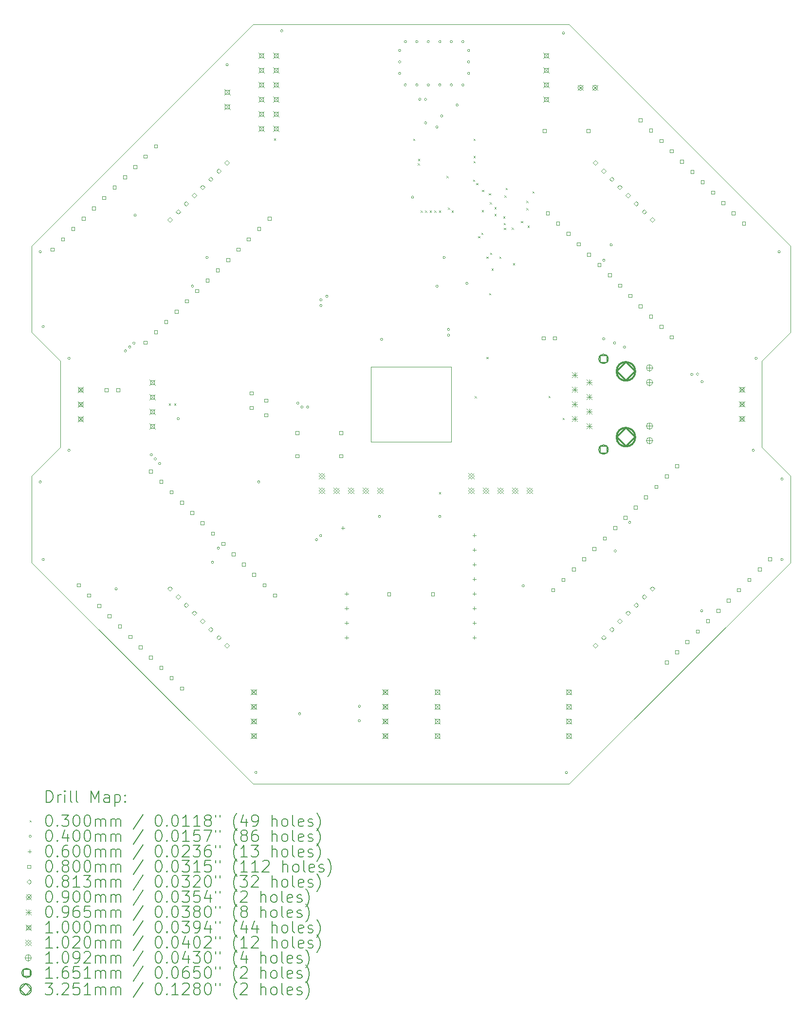
<source format=gbr>
%TF.GenerationSoftware,KiCad,Pcbnew,7.0.9*%
%TF.CreationDate,2023-12-29T03:00:16+01:00*%
%TF.ProjectId,bohlebots-rpi-cm4-carrier,626f686c-6562-46f7-9473-2d7270692d63,v01*%
%TF.SameCoordinates,Original*%
%TF.FileFunction,Drillmap*%
%TF.FilePolarity,Positive*%
%FSLAX45Y45*%
G04 Gerber Fmt 4.5, Leading zero omitted, Abs format (unit mm)*
G04 Created by KiCad (PCBNEW 7.0.9) date 2023-12-29 03:00:16*
%MOMM*%
%LPD*%
G01*
G04 APERTURE LIST*
%ADD10C,0.100000*%
%ADD11C,0.200000*%
%ADD12C,0.102000*%
%ADD13C,0.109220*%
%ADD14C,0.165100*%
%ADD15C,0.325120*%
G04 APERTURE END LIST*
D10*
X13300000Y-3950000D02*
X7800000Y-3950000D01*
X13300000Y-17150000D02*
X17150000Y-13300000D01*
X16650000Y-9800000D02*
X16650000Y-10550000D01*
X17150000Y-11800000D02*
X16650000Y-11300000D01*
X17150000Y-7800000D02*
X17150000Y-9300000D01*
X3950000Y-9300000D02*
X4450000Y-9800000D01*
X17150000Y-9300000D02*
X16650000Y-9800000D01*
X4450000Y-11300000D02*
X4450000Y-10550000D01*
X9850000Y-11200000D02*
X11250000Y-11200000D01*
X7800000Y-17150000D02*
X3950000Y-13300000D01*
X17150000Y-7800000D02*
X13300000Y-3950000D01*
X4450000Y-9800000D02*
X4450000Y-10550000D01*
X16650000Y-11300000D02*
X16650000Y-10550000D01*
X17150000Y-13300000D02*
X17150000Y-11800000D01*
X9850000Y-9900000D02*
X9850000Y-11200000D01*
X7800000Y-3950000D02*
X3950000Y-7800000D01*
X3950000Y-11800000D02*
X4450000Y-11300000D01*
X7800000Y-17150000D02*
X13300000Y-17150000D01*
X3950000Y-7800000D02*
X3950000Y-9300000D01*
X11250000Y-9900000D02*
X9850000Y-9900000D01*
X3950000Y-13300000D02*
X3950000Y-11800000D01*
X11250000Y-11200000D02*
X11250000Y-9900000D01*
D11*
D10*
X6337000Y-10535000D02*
X6367000Y-10565000D01*
X6367000Y-10535000D02*
X6337000Y-10565000D01*
X6427000Y-10535000D02*
X6457000Y-10565000D01*
X6457000Y-10535000D02*
X6427000Y-10565000D01*
X8165000Y-5930000D02*
X8195000Y-5960000D01*
X8195000Y-5930000D02*
X8165000Y-5960000D01*
X10585000Y-5935000D02*
X10615000Y-5965000D01*
X10615000Y-5935000D02*
X10585000Y-5965000D01*
X10665000Y-6365000D02*
X10695000Y-6395000D01*
X10695000Y-6365000D02*
X10665000Y-6395000D01*
X10670000Y-6285000D02*
X10700000Y-6315000D01*
X10700000Y-6285000D02*
X10670000Y-6315000D01*
X10715000Y-7185000D02*
X10745000Y-7215000D01*
X10745000Y-7185000D02*
X10715000Y-7215000D01*
X10795000Y-7185000D02*
X10825000Y-7215000D01*
X10825000Y-7185000D02*
X10795000Y-7215000D01*
X10875000Y-7185000D02*
X10905000Y-7215000D01*
X10905000Y-7185000D02*
X10875000Y-7215000D01*
X10955000Y-7185000D02*
X10985000Y-7215000D01*
X10985000Y-7185000D02*
X10955000Y-7215000D01*
X11035000Y-7185000D02*
X11065000Y-7215000D01*
X11065000Y-7185000D02*
X11035000Y-7215000D01*
X11035000Y-12080000D02*
X11065000Y-12110000D01*
X11065000Y-12080000D02*
X11035000Y-12110000D01*
X11165000Y-6585000D02*
X11195000Y-6615000D01*
X11195000Y-6585000D02*
X11165000Y-6615000D01*
X11190000Y-7135000D02*
X11220000Y-7165000D01*
X11220000Y-7135000D02*
X11190000Y-7165000D01*
X11255000Y-7185000D02*
X11285000Y-7215000D01*
X11285000Y-7185000D02*
X11255000Y-7215000D01*
X11625000Y-6645000D02*
X11655000Y-6675000D01*
X11655000Y-6645000D02*
X11625000Y-6675000D01*
X11635000Y-5935000D02*
X11665000Y-5965000D01*
X11665000Y-5935000D02*
X11635000Y-5965000D01*
X11635000Y-6235000D02*
X11665000Y-6265000D01*
X11665000Y-6235000D02*
X11635000Y-6265000D01*
X11635000Y-6325000D02*
X11665000Y-6355000D01*
X11665000Y-6325000D02*
X11635000Y-6355000D01*
X11655000Y-10410000D02*
X11685000Y-10440000D01*
X11685000Y-10410000D02*
X11655000Y-10440000D01*
X11680000Y-6705000D02*
X11710000Y-6735000D01*
X11710000Y-6705000D02*
X11680000Y-6735000D01*
X11715000Y-7630000D02*
X11745000Y-7660000D01*
X11745000Y-7630000D02*
X11715000Y-7660000D01*
X11770000Y-7570000D02*
X11800000Y-7600000D01*
X11800000Y-7570000D02*
X11770000Y-7600000D01*
X11780000Y-7175000D02*
X11810000Y-7205000D01*
X11810000Y-7175000D02*
X11780000Y-7205000D01*
X11785000Y-6825000D02*
X11815000Y-6855000D01*
X11815000Y-6825000D02*
X11785000Y-6855000D01*
X11860000Y-7985000D02*
X11890000Y-8015000D01*
X11890000Y-7985000D02*
X11860000Y-8015000D01*
X11860000Y-9730000D02*
X11890000Y-9760000D01*
X11890000Y-9730000D02*
X11860000Y-9760000D01*
X11900000Y-6885000D02*
X11930000Y-6915000D01*
X11930000Y-6885000D02*
X11900000Y-6915000D01*
X11905000Y-8620000D02*
X11935000Y-8650000D01*
X11935000Y-8620000D02*
X11905000Y-8650000D01*
X11920000Y-7040000D02*
X11950000Y-7070000D01*
X11950000Y-7040000D02*
X11920000Y-7070000D01*
X11925000Y-7915000D02*
X11955000Y-7945000D01*
X11955000Y-7915000D02*
X11925000Y-7945000D01*
X11950000Y-8190000D02*
X11980000Y-8220000D01*
X11980000Y-8190000D02*
X11950000Y-8220000D01*
X12000000Y-7125000D02*
X12030000Y-7155000D01*
X12030000Y-7125000D02*
X12000000Y-7155000D01*
X12000000Y-7245000D02*
X12030000Y-7275000D01*
X12030000Y-7245000D02*
X12000000Y-7275000D01*
X12085000Y-7985000D02*
X12115000Y-8015000D01*
X12115000Y-7985000D02*
X12085000Y-8015000D01*
X12150000Y-7285000D02*
X12180000Y-7315000D01*
X12180000Y-7285000D02*
X12150000Y-7315000D01*
X12160000Y-7400000D02*
X12190000Y-7430000D01*
X12190000Y-7400000D02*
X12160000Y-7430000D01*
X12165000Y-7485000D02*
X12195000Y-7515000D01*
X12195000Y-7485000D02*
X12165000Y-7515000D01*
X12175000Y-6920000D02*
X12205000Y-6950000D01*
X12205000Y-6920000D02*
X12175000Y-6950000D01*
X12195000Y-6790000D02*
X12225000Y-6820000D01*
X12225000Y-6790000D02*
X12195000Y-6820000D01*
X12300000Y-7480000D02*
X12330000Y-7510000D01*
X12330000Y-7480000D02*
X12300000Y-7510000D01*
X12320000Y-8100000D02*
X12350000Y-8130000D01*
X12350000Y-8100000D02*
X12320000Y-8130000D01*
X12460000Y-7365000D02*
X12490000Y-7395000D01*
X12490000Y-7365000D02*
X12460000Y-7395000D01*
X12555000Y-7015000D02*
X12585000Y-7045000D01*
X12585000Y-7015000D02*
X12555000Y-7045000D01*
X12555000Y-7140000D02*
X12585000Y-7170000D01*
X12585000Y-7140000D02*
X12555000Y-7170000D01*
X12575000Y-7445000D02*
X12605000Y-7475000D01*
X12605000Y-7445000D02*
X12575000Y-7475000D01*
X12660000Y-6850000D02*
X12690000Y-6880000D01*
X12690000Y-6850000D02*
X12660000Y-6880000D01*
X12940000Y-10405000D02*
X12970000Y-10435000D01*
X12970000Y-10405000D02*
X12940000Y-10435000D01*
X13185000Y-10785000D02*
X13215000Y-10815000D01*
X13215000Y-10785000D02*
X13185000Y-10815000D01*
X4120000Y-7900000D02*
G75*
G03*
X4120000Y-7900000I-20000J0D01*
G01*
X4120000Y-11900000D02*
G75*
G03*
X4120000Y-11900000I-20000J0D01*
G01*
X4170000Y-9200000D02*
G75*
G03*
X4170000Y-9200000I-20000J0D01*
G01*
X4170000Y-13250000D02*
G75*
G03*
X4170000Y-13250000I-20000J0D01*
G01*
X4620000Y-9750000D02*
G75*
G03*
X4620000Y-9750000I-20000J0D01*
G01*
X4620000Y-11350000D02*
G75*
G03*
X4620000Y-11350000I-20000J0D01*
G01*
X5440000Y-13760000D02*
G75*
G03*
X5440000Y-13760000I-20000J0D01*
G01*
X5601556Y-9622794D02*
G75*
G03*
X5601556Y-9622794I-20000J0D01*
G01*
X5675000Y-9555000D02*
G75*
G03*
X5675000Y-9555000I-20000J0D01*
G01*
X5748243Y-9486989D02*
G75*
G03*
X5748243Y-9486989I-20000J0D01*
G01*
X5768730Y-7263730D02*
G75*
G03*
X5768730Y-7263730I-20000J0D01*
G01*
X6050266Y-11428383D02*
G75*
G03*
X6050266Y-11428383I-20000J0D01*
G01*
X6120941Y-11499059D02*
G75*
G03*
X6120941Y-11499059I-20000J0D01*
G01*
X6195000Y-11580000D02*
G75*
G03*
X6195000Y-11580000I-20000J0D01*
G01*
X6520000Y-10800000D02*
G75*
G03*
X6520000Y-10800000I-20000J0D01*
G01*
X6767454Y-8497369D02*
G75*
G03*
X6767454Y-8497369I-20000J0D01*
G01*
X7020000Y-8000000D02*
G75*
G03*
X7020000Y-8000000I-20000J0D01*
G01*
X7115633Y-13295633D02*
G75*
G03*
X7115633Y-13295633I-20000J0D01*
G01*
X7217369Y-13052546D02*
G75*
G03*
X7217369Y-13052546I-20000J0D01*
G01*
X7370000Y-4650000D02*
G75*
G03*
X7370000Y-4650000I-20000J0D01*
G01*
X7870000Y-16950000D02*
G75*
G03*
X7870000Y-16950000I-20000J0D01*
G01*
X7920000Y-11900000D02*
G75*
G03*
X7920000Y-11900000I-20000J0D01*
G01*
X8320000Y-4060000D02*
G75*
G03*
X8320000Y-4060000I-20000J0D01*
G01*
X8599325Y-10529325D02*
G75*
G03*
X8599325Y-10529325I-20000J0D01*
G01*
X8630000Y-15930000D02*
G75*
G03*
X8630000Y-15930000I-20000J0D01*
G01*
X8670000Y-10600000D02*
G75*
G03*
X8670000Y-10600000I-20000J0D01*
G01*
X8770000Y-10600000D02*
G75*
G03*
X8770000Y-10600000I-20000J0D01*
G01*
X8924508Y-12904508D02*
G75*
G03*
X8924508Y-12904508I-20000J0D01*
G01*
X8995184Y-12833833D02*
G75*
G03*
X8995184Y-12833833I-20000J0D01*
G01*
X9000000Y-8735000D02*
G75*
G03*
X9000000Y-8735000I-20000J0D01*
G01*
X9000000Y-8834950D02*
G75*
G03*
X9000000Y-8834950I-20000J0D01*
G01*
X9105000Y-8675000D02*
G75*
G03*
X9105000Y-8675000I-20000J0D01*
G01*
X9670000Y-15800000D02*
G75*
G03*
X9670000Y-15800000I-20000J0D01*
G01*
X9670000Y-16050000D02*
G75*
G03*
X9670000Y-16050000I-20000J0D01*
G01*
X10020000Y-12500000D02*
G75*
G03*
X10020000Y-12500000I-20000J0D01*
G01*
X10055000Y-9422450D02*
G75*
G03*
X10055000Y-9422450I-20000J0D01*
G01*
X10370000Y-4400000D02*
G75*
G03*
X10370000Y-4400000I-20000J0D01*
G01*
X10370000Y-4600000D02*
G75*
G03*
X10370000Y-4600000I-20000J0D01*
G01*
X10370000Y-4800000D02*
G75*
G03*
X10370000Y-4800000I-20000J0D01*
G01*
X10470000Y-4250000D02*
G75*
G03*
X10470000Y-4250000I-20000J0D01*
G01*
X10470000Y-5000000D02*
G75*
G03*
X10470000Y-5000000I-20000J0D01*
G01*
X10595000Y-6950000D02*
G75*
G03*
X10595000Y-6950000I-20000J0D01*
G01*
X10670000Y-4250000D02*
G75*
G03*
X10670000Y-4250000I-20000J0D01*
G01*
X10670000Y-5000000D02*
G75*
G03*
X10670000Y-5000000I-20000J0D01*
G01*
X10720000Y-5250000D02*
G75*
G03*
X10720000Y-5250000I-20000J0D01*
G01*
X10820000Y-5659950D02*
G75*
G03*
X10820000Y-5659950I-20000J0D01*
G01*
X10821230Y-5251230D02*
G75*
G03*
X10821230Y-5251230I-20000J0D01*
G01*
X10870000Y-4250000D02*
G75*
G03*
X10870000Y-4250000I-20000J0D01*
G01*
X10870000Y-5000000D02*
G75*
G03*
X10870000Y-5000000I-20000J0D01*
G01*
X11020000Y-5732400D02*
G75*
G03*
X11020000Y-5732400I-20000J0D01*
G01*
X11020000Y-8500000D02*
G75*
G03*
X11020000Y-8500000I-20000J0D01*
G01*
X11070000Y-4250000D02*
G75*
G03*
X11070000Y-4250000I-20000J0D01*
G01*
X11070000Y-5000000D02*
G75*
G03*
X11070000Y-5000000I-20000J0D01*
G01*
X11070000Y-12500000D02*
G75*
G03*
X11070000Y-12500000I-20000J0D01*
G01*
X11101490Y-5540000D02*
G75*
G03*
X11101490Y-5540000I-20000J0D01*
G01*
X11144790Y-8000000D02*
G75*
G03*
X11144790Y-8000000I-20000J0D01*
G01*
X11220000Y-9250000D02*
G75*
G03*
X11220000Y-9250000I-20000J0D01*
G01*
X11220000Y-9350000D02*
G75*
G03*
X11220000Y-9350000I-20000J0D01*
G01*
X11270000Y-4250000D02*
G75*
G03*
X11270000Y-4250000I-20000J0D01*
G01*
X11270000Y-5000000D02*
G75*
G03*
X11270000Y-5000000I-20000J0D01*
G01*
X11370000Y-5350000D02*
G75*
G03*
X11370000Y-5350000I-20000J0D01*
G01*
X11470000Y-4250000D02*
G75*
G03*
X11470000Y-4250000I-20000J0D01*
G01*
X11470000Y-5000000D02*
G75*
G03*
X11470000Y-5000000I-20000J0D01*
G01*
X11539740Y-8450000D02*
G75*
G03*
X11539740Y-8450000I-20000J0D01*
G01*
X11570000Y-4400000D02*
G75*
G03*
X11570000Y-4400000I-20000J0D01*
G01*
X11570000Y-4600000D02*
G75*
G03*
X11570000Y-4600000I-20000J0D01*
G01*
X11570000Y-4800000D02*
G75*
G03*
X11570000Y-4800000I-20000J0D01*
G01*
X12520000Y-13705000D02*
G75*
G03*
X12520000Y-13705000I-20000J0D01*
G01*
X13220000Y-4100000D02*
G75*
G03*
X13220000Y-4100000I-20000J0D01*
G01*
X13270000Y-16950000D02*
G75*
G03*
X13270000Y-16950000I-20000J0D01*
G01*
X13920000Y-9414166D02*
G75*
G03*
X13920000Y-9414166I-20000J0D01*
G01*
X13922631Y-8047454D02*
G75*
G03*
X13922631Y-8047454I-20000J0D01*
G01*
X14049367Y-7779367D02*
G75*
G03*
X14049367Y-7779367I-20000J0D01*
G01*
X14110000Y-9485000D02*
G75*
G03*
X14110000Y-9485000I-20000J0D01*
G01*
X14120000Y-13100000D02*
G75*
G03*
X14120000Y-13100000I-20000J0D01*
G01*
X14280000Y-9557450D02*
G75*
G03*
X14280000Y-9557450I-20000J0D01*
G01*
X14372546Y-12602631D02*
G75*
G03*
X14372546Y-12602631I-20000J0D01*
G01*
X15451398Y-10030861D02*
G75*
G03*
X15451398Y-10030861I-20000J0D01*
G01*
X15551242Y-10026242D02*
G75*
G03*
X15551242Y-10026242I-20000J0D01*
G01*
X15623692Y-14140000D02*
G75*
G03*
X15623692Y-14140000I-20000J0D01*
G01*
X15630000Y-10160000D02*
G75*
G03*
X15630000Y-10160000I-20000J0D01*
G01*
X16520000Y-11350000D02*
G75*
G03*
X16520000Y-11350000I-20000J0D01*
G01*
X16570000Y-9750000D02*
G75*
G03*
X16570000Y-9750000I-20000J0D01*
G01*
X16970000Y-7900000D02*
G75*
G03*
X16970000Y-7900000I-20000J0D01*
G01*
X17020000Y-11850000D02*
G75*
G03*
X17020000Y-11850000I-20000J0D01*
G01*
X17020000Y-13250000D02*
G75*
G03*
X17020000Y-13250000I-20000J0D01*
G01*
X9364000Y-12670000D02*
X9364000Y-12730000D01*
X9334000Y-12700000D02*
X9394000Y-12700000D01*
X9427500Y-13813000D02*
X9427500Y-13873000D01*
X9397500Y-13843000D02*
X9457500Y-13843000D01*
X9427500Y-14067000D02*
X9427500Y-14127000D01*
X9397500Y-14097000D02*
X9457500Y-14097000D01*
X9427500Y-14321000D02*
X9427500Y-14381000D01*
X9397500Y-14351000D02*
X9457500Y-14351000D01*
X9427500Y-14575000D02*
X9427500Y-14635000D01*
X9397500Y-14605000D02*
X9457500Y-14605000D01*
X11650000Y-12797000D02*
X11650000Y-12857000D01*
X11620000Y-12827000D02*
X11680000Y-12827000D01*
X11650000Y-13051000D02*
X11650000Y-13111000D01*
X11620000Y-13081000D02*
X11680000Y-13081000D01*
X11650000Y-13305000D02*
X11650000Y-13365000D01*
X11620000Y-13335000D02*
X11680000Y-13335000D01*
X11650000Y-13559000D02*
X11650000Y-13619000D01*
X11620000Y-13589000D02*
X11680000Y-13589000D01*
X11650000Y-13813000D02*
X11650000Y-13873000D01*
X11620000Y-13843000D02*
X11680000Y-13843000D01*
X11650000Y-14067000D02*
X11650000Y-14127000D01*
X11620000Y-14097000D02*
X11680000Y-14097000D01*
X11650000Y-14321000D02*
X11650000Y-14381000D01*
X11620000Y-14351000D02*
X11680000Y-14351000D01*
X11650000Y-14575000D02*
X11650000Y-14635000D01*
X11620000Y-14605000D02*
X11680000Y-14605000D01*
X4339807Y-7888406D02*
X4339807Y-7831837D01*
X4283238Y-7831837D01*
X4283238Y-7888406D01*
X4339807Y-7888406D01*
X4519412Y-7708801D02*
X4519412Y-7652232D01*
X4462843Y-7652232D01*
X4462843Y-7708801D01*
X4519412Y-7708801D01*
X4699017Y-7529196D02*
X4699017Y-7472627D01*
X4642448Y-7472627D01*
X4642448Y-7529196D01*
X4699017Y-7529196D01*
X4792355Y-13720711D02*
X4792355Y-13664142D01*
X4735786Y-13664142D01*
X4735786Y-13720711D01*
X4792355Y-13720711D01*
X4878622Y-7349591D02*
X4878622Y-7293022D01*
X4822053Y-7293022D01*
X4822053Y-7349591D01*
X4878622Y-7349591D01*
X4971960Y-13900316D02*
X4971960Y-13843747D01*
X4915391Y-13843747D01*
X4915391Y-13900316D01*
X4971960Y-13900316D01*
X5058227Y-7169986D02*
X5058227Y-7113417D01*
X5001658Y-7113417D01*
X5001658Y-7169986D01*
X5058227Y-7169986D01*
X5151566Y-14079921D02*
X5151566Y-14023352D01*
X5094997Y-14023352D01*
X5094997Y-14079921D01*
X5151566Y-14079921D01*
X5237833Y-6990381D02*
X5237833Y-6933812D01*
X5181264Y-6933812D01*
X5181264Y-6990381D01*
X5237833Y-6990381D01*
X5278285Y-10328285D02*
X5278285Y-10271716D01*
X5221716Y-10271716D01*
X5221716Y-10328285D01*
X5278285Y-10328285D01*
X5331171Y-14259526D02*
X5331171Y-14202957D01*
X5274602Y-14202957D01*
X5274602Y-14259526D01*
X5331171Y-14259526D01*
X5417438Y-6810776D02*
X5417438Y-6754207D01*
X5360869Y-6754207D01*
X5360869Y-6810776D01*
X5417438Y-6810776D01*
X5478285Y-10328285D02*
X5478285Y-10271716D01*
X5421716Y-10271716D01*
X5421716Y-10328285D01*
X5478285Y-10328285D01*
X5510776Y-14439131D02*
X5510776Y-14382562D01*
X5454207Y-14382562D01*
X5454207Y-14439131D01*
X5510776Y-14439131D01*
X5597043Y-6631171D02*
X5597043Y-6574602D01*
X5540474Y-6574602D01*
X5540474Y-6631171D01*
X5597043Y-6631171D01*
X5690381Y-14618736D02*
X5690381Y-14562167D01*
X5633812Y-14562167D01*
X5633812Y-14618736D01*
X5690381Y-14618736D01*
X5776648Y-6451565D02*
X5776648Y-6394996D01*
X5720079Y-6394996D01*
X5720079Y-6451565D01*
X5776648Y-6451565D01*
X5869986Y-14798342D02*
X5869986Y-14741773D01*
X5813417Y-14741773D01*
X5813417Y-14798342D01*
X5869986Y-14798342D01*
X5956253Y-6271960D02*
X5956253Y-6215391D01*
X5899684Y-6215391D01*
X5899684Y-6271960D01*
X5956253Y-6271960D01*
X5956253Y-9504853D02*
X5956253Y-9448284D01*
X5899684Y-9448284D01*
X5899684Y-9504853D01*
X5956253Y-9504853D01*
X6049591Y-11745055D02*
X6049591Y-11688486D01*
X5993022Y-11688486D01*
X5993022Y-11745055D01*
X6049591Y-11745055D01*
X6049591Y-14977947D02*
X6049591Y-14921378D01*
X5993022Y-14921378D01*
X5993022Y-14977947D01*
X6049591Y-14977947D01*
X6135858Y-6092355D02*
X6135858Y-6035786D01*
X6079289Y-6035786D01*
X6079289Y-6092355D01*
X6135858Y-6092355D01*
X6135858Y-9325247D02*
X6135858Y-9268678D01*
X6079289Y-9268678D01*
X6079289Y-9325247D01*
X6135858Y-9325247D01*
X6229196Y-11924660D02*
X6229196Y-11868091D01*
X6172627Y-11868091D01*
X6172627Y-11924660D01*
X6229196Y-11924660D01*
X6229196Y-15157552D02*
X6229196Y-15100983D01*
X6172627Y-15100983D01*
X6172627Y-15157552D01*
X6229196Y-15157552D01*
X6315463Y-9145642D02*
X6315463Y-9089073D01*
X6258894Y-9089073D01*
X6258894Y-9145642D01*
X6315463Y-9145642D01*
X6408801Y-12104265D02*
X6408801Y-12047696D01*
X6352232Y-12047696D01*
X6352232Y-12104265D01*
X6408801Y-12104265D01*
X6408801Y-15337157D02*
X6408801Y-15280588D01*
X6352232Y-15280588D01*
X6352232Y-15337157D01*
X6408801Y-15337157D01*
X6495068Y-8966037D02*
X6495068Y-8909468D01*
X6438499Y-8909468D01*
X6438499Y-8966037D01*
X6495068Y-8966037D01*
X6588406Y-12283870D02*
X6588406Y-12227301D01*
X6531837Y-12227301D01*
X6531837Y-12283870D01*
X6588406Y-12283870D01*
X6588406Y-15516762D02*
X6588406Y-15460193D01*
X6531837Y-15460193D01*
X6531837Y-15516762D01*
X6588406Y-15516762D01*
X6674673Y-8786432D02*
X6674673Y-8729863D01*
X6618104Y-8729863D01*
X6618104Y-8786432D01*
X6674673Y-8786432D01*
X6768012Y-12463475D02*
X6768012Y-12406906D01*
X6711443Y-12406906D01*
X6711443Y-12463475D01*
X6768012Y-12463475D01*
X6854279Y-8606827D02*
X6854279Y-8550258D01*
X6797710Y-8550258D01*
X6797710Y-8606827D01*
X6854279Y-8606827D01*
X6947617Y-12643080D02*
X6947617Y-12586511D01*
X6891048Y-12586511D01*
X6891048Y-12643080D01*
X6947617Y-12643080D01*
X7033884Y-8427222D02*
X7033884Y-8370653D01*
X6977315Y-8370653D01*
X6977315Y-8427222D01*
X7033884Y-8427222D01*
X7127222Y-12822685D02*
X7127222Y-12766116D01*
X7070653Y-12766116D01*
X7070653Y-12822685D01*
X7127222Y-12822685D01*
X7213489Y-8247617D02*
X7213489Y-8191048D01*
X7156920Y-8191048D01*
X7156920Y-8247617D01*
X7213489Y-8247617D01*
X7306827Y-13002290D02*
X7306827Y-12945721D01*
X7250258Y-12945721D01*
X7250258Y-13002290D01*
X7306827Y-13002290D01*
X7393094Y-8068012D02*
X7393094Y-8011443D01*
X7336525Y-8011443D01*
X7336525Y-8068012D01*
X7393094Y-8068012D01*
X7486432Y-13181895D02*
X7486432Y-13125326D01*
X7429863Y-13125326D01*
X7429863Y-13181895D01*
X7486432Y-13181895D01*
X7572699Y-7888406D02*
X7572699Y-7831837D01*
X7516130Y-7831837D01*
X7516130Y-7888406D01*
X7572699Y-7888406D01*
X7666037Y-13361501D02*
X7666037Y-13304932D01*
X7609468Y-13304932D01*
X7609468Y-13361501D01*
X7666037Y-13361501D01*
X7752304Y-7708801D02*
X7752304Y-7652232D01*
X7695735Y-7652232D01*
X7695735Y-7708801D01*
X7752304Y-7708801D01*
X7800784Y-10386365D02*
X7800784Y-10329796D01*
X7744215Y-10329796D01*
X7744215Y-10386365D01*
X7800784Y-10386365D01*
X7800784Y-10640365D02*
X7800784Y-10583796D01*
X7744215Y-10583796D01*
X7744215Y-10640365D01*
X7800784Y-10640365D01*
X7845642Y-13541106D02*
X7845642Y-13484537D01*
X7789073Y-13484537D01*
X7789073Y-13541106D01*
X7845642Y-13541106D01*
X7931909Y-7529196D02*
X7931909Y-7472627D01*
X7875340Y-7472627D01*
X7875340Y-7529196D01*
X7931909Y-7529196D01*
X8025247Y-13720711D02*
X8025247Y-13664142D01*
X7968678Y-13664142D01*
X7968678Y-13720711D01*
X8025247Y-13720711D01*
X8054784Y-10513365D02*
X8054784Y-10456796D01*
X7998215Y-10456796D01*
X7998215Y-10513365D01*
X8054784Y-10513365D01*
X8054784Y-10767365D02*
X8054784Y-10710796D01*
X7998215Y-10710796D01*
X7998215Y-10767365D01*
X8054784Y-10767365D01*
X8111514Y-7349591D02*
X8111514Y-7293022D01*
X8054945Y-7293022D01*
X8054945Y-7349591D01*
X8111514Y-7349591D01*
X8204852Y-13900316D02*
X8204852Y-13843747D01*
X8148283Y-13843747D01*
X8148283Y-13900316D01*
X8204852Y-13900316D01*
X8597285Y-11078285D02*
X8597285Y-11021716D01*
X8540716Y-11021716D01*
X8540716Y-11078285D01*
X8597285Y-11078285D01*
X8597285Y-11478284D02*
X8597285Y-11421715D01*
X8540716Y-11421715D01*
X8540716Y-11478284D01*
X8597285Y-11478284D01*
X9359285Y-11078285D02*
X9359285Y-11021716D01*
X9302716Y-11021716D01*
X9302716Y-11078285D01*
X9359285Y-11078285D01*
X9359285Y-11478284D02*
X9359285Y-11421715D01*
X9302716Y-11421715D01*
X9302716Y-11478284D01*
X9359285Y-11478284D01*
X10193785Y-13878284D02*
X10193785Y-13821715D01*
X10137216Y-13821715D01*
X10137216Y-13878284D01*
X10193785Y-13878284D01*
X10955785Y-13878284D02*
X10955785Y-13821715D01*
X10899216Y-13821715D01*
X10899216Y-13878284D01*
X10955785Y-13878284D01*
X12878284Y-9428285D02*
X12878284Y-9371716D01*
X12821715Y-9371716D01*
X12821715Y-9428285D01*
X12878284Y-9428285D01*
X12897284Y-5828284D02*
X12897284Y-5771715D01*
X12840715Y-5771715D01*
X12840715Y-5828284D01*
X12897284Y-5828284D01*
X12951716Y-7256253D02*
X12951716Y-7199684D01*
X12895147Y-7199684D01*
X12895147Y-7256253D01*
X12951716Y-7256253D01*
X13045055Y-13806978D02*
X13045055Y-13750409D01*
X12988486Y-13750409D01*
X12988486Y-13806978D01*
X13045055Y-13806978D01*
X13078284Y-9428285D02*
X13078284Y-9371716D01*
X13021715Y-9371716D01*
X13021715Y-9428285D01*
X13078284Y-9428285D01*
X13131322Y-7435858D02*
X13131322Y-7379289D01*
X13074753Y-7379289D01*
X13074753Y-7435858D01*
X13131322Y-7435858D01*
X13224660Y-13627373D02*
X13224660Y-13570804D01*
X13168091Y-13570804D01*
X13168091Y-13627373D01*
X13224660Y-13627373D01*
X13310927Y-7615463D02*
X13310927Y-7558894D01*
X13254358Y-7558894D01*
X13254358Y-7615463D01*
X13310927Y-7615463D01*
X13404265Y-13447768D02*
X13404265Y-13391199D01*
X13347696Y-13391199D01*
X13347696Y-13447768D01*
X13404265Y-13447768D01*
X13490532Y-7795068D02*
X13490532Y-7738499D01*
X13433963Y-7738499D01*
X13433963Y-7795068D01*
X13490532Y-7795068D01*
X13583870Y-13268163D02*
X13583870Y-13211594D01*
X13527301Y-13211594D01*
X13527301Y-13268163D01*
X13583870Y-13268163D01*
X13659284Y-5828284D02*
X13659284Y-5771715D01*
X13602715Y-5771715D01*
X13602715Y-5828284D01*
X13659284Y-5828284D01*
X13670137Y-7974673D02*
X13670137Y-7918104D01*
X13613568Y-7918104D01*
X13613568Y-7974673D01*
X13670137Y-7974673D01*
X13763475Y-13088557D02*
X13763475Y-13031988D01*
X13706906Y-13031988D01*
X13706906Y-13088557D01*
X13763475Y-13088557D01*
X13849742Y-8154279D02*
X13849742Y-8097710D01*
X13793173Y-8097710D01*
X13793173Y-8154279D01*
X13849742Y-8154279D01*
X13943080Y-12908952D02*
X13943080Y-12852383D01*
X13886511Y-12852383D01*
X13886511Y-12908952D01*
X13943080Y-12908952D01*
X14029347Y-8333884D02*
X14029347Y-8277315D01*
X13972778Y-8277315D01*
X13972778Y-8333884D01*
X14029347Y-8333884D01*
X14122685Y-12729347D02*
X14122685Y-12672778D01*
X14066116Y-12672778D01*
X14066116Y-12729347D01*
X14122685Y-12729347D01*
X14208952Y-8513489D02*
X14208952Y-8456920D01*
X14152383Y-8456920D01*
X14152383Y-8513489D01*
X14208952Y-8513489D01*
X14302290Y-12549742D02*
X14302290Y-12493173D01*
X14245721Y-12493173D01*
X14245721Y-12549742D01*
X14302290Y-12549742D01*
X14388557Y-8693094D02*
X14388557Y-8636525D01*
X14331988Y-8636525D01*
X14331988Y-8693094D01*
X14388557Y-8693094D01*
X14481895Y-12370137D02*
X14481895Y-12313568D01*
X14425326Y-12313568D01*
X14425326Y-12370137D01*
X14481895Y-12370137D01*
X14568163Y-5639807D02*
X14568163Y-5583238D01*
X14511594Y-5583238D01*
X14511594Y-5639807D01*
X14568163Y-5639807D01*
X14568163Y-8872699D02*
X14568163Y-8816130D01*
X14511594Y-8816130D01*
X14511594Y-8872699D01*
X14568163Y-8872699D01*
X14661501Y-12190532D02*
X14661501Y-12133963D01*
X14604932Y-12133963D01*
X14604932Y-12190532D01*
X14661501Y-12190532D01*
X14747768Y-5819412D02*
X14747768Y-5762843D01*
X14691199Y-5762843D01*
X14691199Y-5819412D01*
X14747768Y-5819412D01*
X14747768Y-9052304D02*
X14747768Y-8995735D01*
X14691199Y-8995735D01*
X14691199Y-9052304D01*
X14747768Y-9052304D01*
X14841106Y-12010927D02*
X14841106Y-11954358D01*
X14784537Y-11954358D01*
X14784537Y-12010927D01*
X14841106Y-12010927D01*
X14927373Y-5999017D02*
X14927373Y-5942448D01*
X14870804Y-5942448D01*
X14870804Y-5999017D01*
X14927373Y-5999017D01*
X14927373Y-9231909D02*
X14927373Y-9175340D01*
X14870804Y-9175340D01*
X14870804Y-9231909D01*
X14927373Y-9231909D01*
X15020711Y-11831322D02*
X15020711Y-11774753D01*
X14964142Y-11774753D01*
X14964142Y-11831322D01*
X15020711Y-11831322D01*
X15020711Y-15064214D02*
X15020711Y-15007645D01*
X14964142Y-15007645D01*
X14964142Y-15064214D01*
X15020711Y-15064214D01*
X15106978Y-6178622D02*
X15106978Y-6122053D01*
X15050409Y-6122053D01*
X15050409Y-6178622D01*
X15106978Y-6178622D01*
X15106978Y-9411514D02*
X15106978Y-9354945D01*
X15050409Y-9354945D01*
X15050409Y-9411514D01*
X15106978Y-9411514D01*
X15200316Y-11651716D02*
X15200316Y-11595147D01*
X15143747Y-11595147D01*
X15143747Y-11651716D01*
X15200316Y-11651716D01*
X15200316Y-14884609D02*
X15200316Y-14828040D01*
X15143747Y-14828040D01*
X15143747Y-14884609D01*
X15200316Y-14884609D01*
X15286583Y-6358227D02*
X15286583Y-6301658D01*
X15230014Y-6301658D01*
X15230014Y-6358227D01*
X15286583Y-6358227D01*
X15379921Y-14705003D02*
X15379921Y-14648434D01*
X15323352Y-14648434D01*
X15323352Y-14705003D01*
X15379921Y-14705003D01*
X15466188Y-6537832D02*
X15466188Y-6481263D01*
X15409619Y-6481263D01*
X15409619Y-6537832D01*
X15466188Y-6537832D01*
X15559526Y-14525398D02*
X15559526Y-14468829D01*
X15502957Y-14468829D01*
X15502957Y-14525398D01*
X15559526Y-14525398D01*
X15645793Y-6717438D02*
X15645793Y-6660869D01*
X15589224Y-6660869D01*
X15589224Y-6717438D01*
X15645793Y-6717438D01*
X15739131Y-14345793D02*
X15739131Y-14289224D01*
X15682562Y-14289224D01*
X15682562Y-14345793D01*
X15739131Y-14345793D01*
X15825398Y-6897043D02*
X15825398Y-6840474D01*
X15768829Y-6840474D01*
X15768829Y-6897043D01*
X15825398Y-6897043D01*
X15918736Y-14166188D02*
X15918736Y-14109619D01*
X15862167Y-14109619D01*
X15862167Y-14166188D01*
X15918736Y-14166188D01*
X16005003Y-7076648D02*
X16005003Y-7020079D01*
X15948434Y-7020079D01*
X15948434Y-7076648D01*
X16005003Y-7076648D01*
X16098342Y-13986583D02*
X16098342Y-13930014D01*
X16041773Y-13930014D01*
X16041773Y-13986583D01*
X16098342Y-13986583D01*
X16184609Y-7256253D02*
X16184609Y-7199684D01*
X16128040Y-7199684D01*
X16128040Y-7256253D01*
X16184609Y-7256253D01*
X16277947Y-13806978D02*
X16277947Y-13750409D01*
X16221378Y-13750409D01*
X16221378Y-13806978D01*
X16277947Y-13806978D01*
X16364214Y-7435858D02*
X16364214Y-7379289D01*
X16307645Y-7379289D01*
X16307645Y-7435858D01*
X16364214Y-7435858D01*
X16457552Y-13627373D02*
X16457552Y-13570804D01*
X16400983Y-13570804D01*
X16400983Y-13627373D01*
X16457552Y-13627373D01*
X16637157Y-13447768D02*
X16637157Y-13391199D01*
X16580588Y-13391199D01*
X16580588Y-13447768D01*
X16637157Y-13447768D01*
X16816762Y-13268163D02*
X16816762Y-13211594D01*
X16760193Y-13211594D01*
X16760193Y-13268163D01*
X16816762Y-13268163D01*
X6355025Y-7385615D02*
X6395665Y-7344975D01*
X6355025Y-7304335D01*
X6314385Y-7344975D01*
X6355025Y-7385615D01*
X6355025Y-13795665D02*
X6395665Y-13755025D01*
X6355025Y-13714385D01*
X6314385Y-13755025D01*
X6355025Y-13795665D01*
X6496447Y-7244193D02*
X6537087Y-7203553D01*
X6496447Y-7162913D01*
X6455807Y-7203553D01*
X6496447Y-7244193D01*
X6496447Y-13937087D02*
X6537087Y-13896447D01*
X6496447Y-13855807D01*
X6455807Y-13896447D01*
X6496447Y-13937087D01*
X6637868Y-7102772D02*
X6678508Y-7062132D01*
X6637868Y-7021492D01*
X6597228Y-7062132D01*
X6637868Y-7102772D01*
X6637868Y-14078508D02*
X6678508Y-14037868D01*
X6637868Y-13997228D01*
X6597228Y-14037868D01*
X6637868Y-14078508D01*
X6779289Y-6961351D02*
X6819929Y-6920711D01*
X6779289Y-6880071D01*
X6738649Y-6920711D01*
X6779289Y-6961351D01*
X6779289Y-14219929D02*
X6819929Y-14179289D01*
X6779289Y-14138649D01*
X6738649Y-14179289D01*
X6779289Y-14219929D01*
X6920711Y-6819929D02*
X6961351Y-6779289D01*
X6920711Y-6738649D01*
X6880071Y-6779289D01*
X6920711Y-6819929D01*
X6920711Y-14361351D02*
X6961351Y-14320711D01*
X6920711Y-14280071D01*
X6880071Y-14320711D01*
X6920711Y-14361351D01*
X7062132Y-6678508D02*
X7102772Y-6637868D01*
X7062132Y-6597228D01*
X7021492Y-6637868D01*
X7062132Y-6678508D01*
X7062132Y-14502772D02*
X7102772Y-14462132D01*
X7062132Y-14421492D01*
X7021492Y-14462132D01*
X7062132Y-14502772D01*
X7203553Y-6537087D02*
X7244193Y-6496447D01*
X7203553Y-6455807D01*
X7162913Y-6496447D01*
X7203553Y-6537087D01*
X7203553Y-14644193D02*
X7244193Y-14603553D01*
X7203553Y-14562913D01*
X7162913Y-14603553D01*
X7203553Y-14644193D01*
X7344975Y-6395665D02*
X7385615Y-6355025D01*
X7344975Y-6314385D01*
X7304335Y-6355025D01*
X7344975Y-6395665D01*
X7344975Y-14785615D02*
X7385615Y-14744975D01*
X7344975Y-14704335D01*
X7304335Y-14744975D01*
X7344975Y-14785615D01*
X13755025Y-6395665D02*
X13795665Y-6355025D01*
X13755025Y-6314385D01*
X13714385Y-6355025D01*
X13755025Y-6395665D01*
X13755025Y-14785615D02*
X13795665Y-14744975D01*
X13755025Y-14704335D01*
X13714385Y-14744975D01*
X13755025Y-14785615D01*
X13896447Y-6537087D02*
X13937087Y-6496447D01*
X13896447Y-6455807D01*
X13855807Y-6496447D01*
X13896447Y-6537087D01*
X13896447Y-14644193D02*
X13937087Y-14603553D01*
X13896447Y-14562913D01*
X13855807Y-14603553D01*
X13896447Y-14644193D01*
X14037868Y-6678508D02*
X14078508Y-6637868D01*
X14037868Y-6597228D01*
X13997228Y-6637868D01*
X14037868Y-6678508D01*
X14037868Y-14502772D02*
X14078508Y-14462132D01*
X14037868Y-14421492D01*
X13997228Y-14462132D01*
X14037868Y-14502772D01*
X14179289Y-6819929D02*
X14219929Y-6779289D01*
X14179289Y-6738649D01*
X14138649Y-6779289D01*
X14179289Y-6819929D01*
X14179289Y-14361351D02*
X14219929Y-14320711D01*
X14179289Y-14280071D01*
X14138649Y-14320711D01*
X14179289Y-14361351D01*
X14320711Y-6961351D02*
X14361351Y-6920711D01*
X14320711Y-6880071D01*
X14280071Y-6920711D01*
X14320711Y-6961351D01*
X14320711Y-14219929D02*
X14361351Y-14179289D01*
X14320711Y-14138649D01*
X14280071Y-14179289D01*
X14320711Y-14219929D01*
X14462132Y-7102772D02*
X14502772Y-7062132D01*
X14462132Y-7021492D01*
X14421492Y-7062132D01*
X14462132Y-7102772D01*
X14462132Y-14078508D02*
X14502772Y-14037868D01*
X14462132Y-13997228D01*
X14421492Y-14037868D01*
X14462132Y-14078508D01*
X14603553Y-7244193D02*
X14644193Y-7203553D01*
X14603553Y-7162913D01*
X14562913Y-7203553D01*
X14603553Y-7244193D01*
X14603553Y-13937087D02*
X14644193Y-13896447D01*
X14603553Y-13855807D01*
X14562913Y-13896447D01*
X14603553Y-13937087D01*
X14744975Y-7385615D02*
X14785615Y-7344975D01*
X14744975Y-7304335D01*
X14704335Y-7344975D01*
X14744975Y-7385615D01*
X14744975Y-13795665D02*
X14785615Y-13755025D01*
X14744975Y-13714385D01*
X14704335Y-13755025D01*
X14744975Y-13795665D01*
X13451000Y-5005000D02*
X13541000Y-5095000D01*
X13541000Y-5005000D02*
X13451000Y-5095000D01*
X13541000Y-5050000D02*
G75*
G03*
X13541000Y-5050000I-45000J0D01*
G01*
X13705000Y-5005000D02*
X13795000Y-5095000D01*
X13795000Y-5005000D02*
X13705000Y-5095000D01*
X13795000Y-5050000D02*
G75*
G03*
X13795000Y-5050000I-45000J0D01*
G01*
X13348340Y-9993740D02*
X13444860Y-10090260D01*
X13444860Y-9993740D02*
X13348340Y-10090260D01*
X13396600Y-9993740D02*
X13396600Y-10090260D01*
X13348340Y-10042000D02*
X13444860Y-10042000D01*
X13348340Y-10247740D02*
X13444860Y-10344260D01*
X13444860Y-10247740D02*
X13348340Y-10344260D01*
X13396600Y-10247740D02*
X13396600Y-10344260D01*
X13348340Y-10296000D02*
X13444860Y-10296000D01*
X13348340Y-10501740D02*
X13444860Y-10598260D01*
X13444860Y-10501740D02*
X13348340Y-10598260D01*
X13396600Y-10501740D02*
X13396600Y-10598260D01*
X13348340Y-10550000D02*
X13444860Y-10550000D01*
X13348340Y-10755740D02*
X13444860Y-10852260D01*
X13444860Y-10755740D02*
X13348340Y-10852260D01*
X13396600Y-10755740D02*
X13396600Y-10852260D01*
X13348340Y-10804000D02*
X13444860Y-10804000D01*
X13602340Y-10120740D02*
X13698860Y-10217260D01*
X13698860Y-10120740D02*
X13602340Y-10217260D01*
X13650600Y-10120740D02*
X13650600Y-10217260D01*
X13602340Y-10169000D02*
X13698860Y-10169000D01*
X13602340Y-10374740D02*
X13698860Y-10471260D01*
X13698860Y-10374740D02*
X13602340Y-10471260D01*
X13650600Y-10374740D02*
X13650600Y-10471260D01*
X13602340Y-10423000D02*
X13698860Y-10423000D01*
X13602340Y-10628740D02*
X13698860Y-10725260D01*
X13698860Y-10628740D02*
X13602340Y-10725260D01*
X13650600Y-10628740D02*
X13650600Y-10725260D01*
X13602340Y-10677000D02*
X13698860Y-10677000D01*
X13602340Y-10882740D02*
X13698860Y-10979260D01*
X13698860Y-10882740D02*
X13602340Y-10979260D01*
X13650600Y-10882740D02*
X13650600Y-10979260D01*
X13602340Y-10931000D02*
X13698860Y-10931000D01*
X4750000Y-10246000D02*
X4850000Y-10346000D01*
X4850000Y-10246000D02*
X4750000Y-10346000D01*
X4835356Y-10331356D02*
X4835356Y-10260644D01*
X4764644Y-10260644D01*
X4764644Y-10331356D01*
X4835356Y-10331356D01*
X4750000Y-10500000D02*
X4850000Y-10600000D01*
X4850000Y-10500000D02*
X4750000Y-10600000D01*
X4835356Y-10585356D02*
X4835356Y-10514644D01*
X4764644Y-10514644D01*
X4764644Y-10585356D01*
X4835356Y-10585356D01*
X4750000Y-10754000D02*
X4850000Y-10854000D01*
X4850000Y-10754000D02*
X4750000Y-10854000D01*
X4835356Y-10839356D02*
X4835356Y-10768644D01*
X4764644Y-10768644D01*
X4764644Y-10839356D01*
X4835356Y-10839356D01*
X6000000Y-10120000D02*
X6100000Y-10220000D01*
X6100000Y-10120000D02*
X6000000Y-10220000D01*
X6085356Y-10205356D02*
X6085356Y-10134644D01*
X6014644Y-10134644D01*
X6014644Y-10205356D01*
X6085356Y-10205356D01*
X6000000Y-10374000D02*
X6100000Y-10474000D01*
X6100000Y-10374000D02*
X6000000Y-10474000D01*
X6085356Y-10459356D02*
X6085356Y-10388644D01*
X6014644Y-10388644D01*
X6014644Y-10459356D01*
X6085356Y-10459356D01*
X6000000Y-10628000D02*
X6100000Y-10728000D01*
X6100000Y-10628000D02*
X6000000Y-10728000D01*
X6085356Y-10713356D02*
X6085356Y-10642644D01*
X6014644Y-10642644D01*
X6014644Y-10713356D01*
X6085356Y-10713356D01*
X6000000Y-10882000D02*
X6100000Y-10982000D01*
X6100000Y-10882000D02*
X6000000Y-10982000D01*
X6085356Y-10967356D02*
X6085356Y-10896644D01*
X6014644Y-10896644D01*
X6014644Y-10967356D01*
X6085356Y-10967356D01*
X7300000Y-5073500D02*
X7400000Y-5173500D01*
X7400000Y-5073500D02*
X7300000Y-5173500D01*
X7385356Y-5158856D02*
X7385356Y-5088144D01*
X7314644Y-5088144D01*
X7314644Y-5158856D01*
X7385356Y-5158856D01*
X7300000Y-5327500D02*
X7400000Y-5427500D01*
X7400000Y-5327500D02*
X7300000Y-5427500D01*
X7385356Y-5412856D02*
X7385356Y-5342144D01*
X7314644Y-5342144D01*
X7314644Y-5412856D01*
X7385356Y-5412856D01*
X7764000Y-15501500D02*
X7864000Y-15601500D01*
X7864000Y-15501500D02*
X7764000Y-15601500D01*
X7849356Y-15586856D02*
X7849356Y-15516144D01*
X7778644Y-15516144D01*
X7778644Y-15586856D01*
X7849356Y-15586856D01*
X7764000Y-15755500D02*
X7864000Y-15855500D01*
X7864000Y-15755500D02*
X7764000Y-15855500D01*
X7849356Y-15840856D02*
X7849356Y-15770144D01*
X7778644Y-15770144D01*
X7778644Y-15840856D01*
X7849356Y-15840856D01*
X7764000Y-16009500D02*
X7864000Y-16109500D01*
X7864000Y-16009500D02*
X7764000Y-16109500D01*
X7849356Y-16094856D02*
X7849356Y-16024144D01*
X7778644Y-16024144D01*
X7778644Y-16094856D01*
X7849356Y-16094856D01*
X7764000Y-16263500D02*
X7864000Y-16363500D01*
X7864000Y-16263500D02*
X7764000Y-16363500D01*
X7849356Y-16348856D02*
X7849356Y-16278144D01*
X7778644Y-16278144D01*
X7778644Y-16348856D01*
X7849356Y-16348856D01*
X7896000Y-4438000D02*
X7996000Y-4538000D01*
X7996000Y-4438000D02*
X7896000Y-4538000D01*
X7981356Y-4523356D02*
X7981356Y-4452644D01*
X7910644Y-4452644D01*
X7910644Y-4523356D01*
X7981356Y-4523356D01*
X7896000Y-4692000D02*
X7996000Y-4792000D01*
X7996000Y-4692000D02*
X7896000Y-4792000D01*
X7981356Y-4777356D02*
X7981356Y-4706644D01*
X7910644Y-4706644D01*
X7910644Y-4777356D01*
X7981356Y-4777356D01*
X7896000Y-4946000D02*
X7996000Y-5046000D01*
X7996000Y-4946000D02*
X7896000Y-5046000D01*
X7981356Y-5031356D02*
X7981356Y-4960644D01*
X7910644Y-4960644D01*
X7910644Y-5031356D01*
X7981356Y-5031356D01*
X7896000Y-5200000D02*
X7996000Y-5300000D01*
X7996000Y-5200000D02*
X7896000Y-5300000D01*
X7981356Y-5285356D02*
X7981356Y-5214644D01*
X7910644Y-5214644D01*
X7910644Y-5285356D01*
X7981356Y-5285356D01*
X7896000Y-5454000D02*
X7996000Y-5554000D01*
X7996000Y-5454000D02*
X7896000Y-5554000D01*
X7981356Y-5539356D02*
X7981356Y-5468644D01*
X7910644Y-5468644D01*
X7910644Y-5539356D01*
X7981356Y-5539356D01*
X7896000Y-5708000D02*
X7996000Y-5808000D01*
X7996000Y-5708000D02*
X7896000Y-5808000D01*
X7981356Y-5793356D02*
X7981356Y-5722644D01*
X7910644Y-5722644D01*
X7910644Y-5793356D01*
X7981356Y-5793356D01*
X8150000Y-4438000D02*
X8250000Y-4538000D01*
X8250000Y-4438000D02*
X8150000Y-4538000D01*
X8235356Y-4523356D02*
X8235356Y-4452644D01*
X8164644Y-4452644D01*
X8164644Y-4523356D01*
X8235356Y-4523356D01*
X8150000Y-4692000D02*
X8250000Y-4792000D01*
X8250000Y-4692000D02*
X8150000Y-4792000D01*
X8235356Y-4777356D02*
X8235356Y-4706644D01*
X8164644Y-4706644D01*
X8164644Y-4777356D01*
X8235356Y-4777356D01*
X8150000Y-4946000D02*
X8250000Y-5046000D01*
X8250000Y-4946000D02*
X8150000Y-5046000D01*
X8235356Y-5031356D02*
X8235356Y-4960644D01*
X8164644Y-4960644D01*
X8164644Y-5031356D01*
X8235356Y-5031356D01*
X8150000Y-5200000D02*
X8250000Y-5300000D01*
X8250000Y-5200000D02*
X8150000Y-5300000D01*
X8235356Y-5285356D02*
X8235356Y-5214644D01*
X8164644Y-5214644D01*
X8164644Y-5285356D01*
X8235356Y-5285356D01*
X8150000Y-5454000D02*
X8250000Y-5554000D01*
X8250000Y-5454000D02*
X8150000Y-5554000D01*
X8235356Y-5539356D02*
X8235356Y-5468644D01*
X8164644Y-5468644D01*
X8164644Y-5539356D01*
X8235356Y-5539356D01*
X8150000Y-5708000D02*
X8250000Y-5808000D01*
X8250000Y-5708000D02*
X8150000Y-5808000D01*
X8235356Y-5793356D02*
X8235356Y-5722644D01*
X8164644Y-5722644D01*
X8164644Y-5793356D01*
X8235356Y-5793356D01*
X10050000Y-15501500D02*
X10150000Y-15601500D01*
X10150000Y-15501500D02*
X10050000Y-15601500D01*
X10135356Y-15586856D02*
X10135356Y-15516144D01*
X10064644Y-15516144D01*
X10064644Y-15586856D01*
X10135356Y-15586856D01*
X10050000Y-15755500D02*
X10150000Y-15855500D01*
X10150000Y-15755500D02*
X10050000Y-15855500D01*
X10135356Y-15840856D02*
X10135356Y-15770144D01*
X10064644Y-15770144D01*
X10064644Y-15840856D01*
X10135356Y-15840856D01*
X10050000Y-16009500D02*
X10150000Y-16109500D01*
X10150000Y-16009500D02*
X10050000Y-16109500D01*
X10135356Y-16094856D02*
X10135356Y-16024144D01*
X10064644Y-16024144D01*
X10064644Y-16094856D01*
X10135356Y-16094856D01*
X10050000Y-16263500D02*
X10150000Y-16363500D01*
X10150000Y-16263500D02*
X10050000Y-16363500D01*
X10135356Y-16348856D02*
X10135356Y-16278144D01*
X10064644Y-16278144D01*
X10064644Y-16348856D01*
X10135356Y-16348856D01*
X10957000Y-15501500D02*
X11057000Y-15601500D01*
X11057000Y-15501500D02*
X10957000Y-15601500D01*
X11042356Y-15586856D02*
X11042356Y-15516144D01*
X10971644Y-15516144D01*
X10971644Y-15586856D01*
X11042356Y-15586856D01*
X10957000Y-15755500D02*
X11057000Y-15855500D01*
X11057000Y-15755500D02*
X10957000Y-15855500D01*
X11042356Y-15840856D02*
X11042356Y-15770144D01*
X10971644Y-15770144D01*
X10971644Y-15840856D01*
X11042356Y-15840856D01*
X10957000Y-16009500D02*
X11057000Y-16109500D01*
X11057000Y-16009500D02*
X10957000Y-16109500D01*
X11042356Y-16094856D02*
X11042356Y-16024144D01*
X10971644Y-16024144D01*
X10971644Y-16094856D01*
X11042356Y-16094856D01*
X10957000Y-16263500D02*
X11057000Y-16363500D01*
X11057000Y-16263500D02*
X10957000Y-16363500D01*
X11042356Y-16348856D02*
X11042356Y-16278144D01*
X10971644Y-16278144D01*
X10971644Y-16348856D01*
X11042356Y-16348856D01*
X12850000Y-4438000D02*
X12950000Y-4538000D01*
X12950000Y-4438000D02*
X12850000Y-4538000D01*
X12935356Y-4523356D02*
X12935356Y-4452644D01*
X12864644Y-4452644D01*
X12864644Y-4523356D01*
X12935356Y-4523356D01*
X12850000Y-4692000D02*
X12950000Y-4792000D01*
X12950000Y-4692000D02*
X12850000Y-4792000D01*
X12935356Y-4777356D02*
X12935356Y-4706644D01*
X12864644Y-4706644D01*
X12864644Y-4777356D01*
X12935356Y-4777356D01*
X12850000Y-4946000D02*
X12950000Y-5046000D01*
X12950000Y-4946000D02*
X12850000Y-5046000D01*
X12935356Y-5031356D02*
X12935356Y-4960644D01*
X12864644Y-4960644D01*
X12864644Y-5031356D01*
X12935356Y-5031356D01*
X12850000Y-5200000D02*
X12950000Y-5300000D01*
X12950000Y-5200000D02*
X12850000Y-5300000D01*
X12935356Y-5285356D02*
X12935356Y-5214644D01*
X12864644Y-5214644D01*
X12864644Y-5285356D01*
X12935356Y-5285356D01*
X13243000Y-15501500D02*
X13343000Y-15601500D01*
X13343000Y-15501500D02*
X13243000Y-15601500D01*
X13328356Y-15586856D02*
X13328356Y-15516144D01*
X13257644Y-15516144D01*
X13257644Y-15586856D01*
X13328356Y-15586856D01*
X13243000Y-15755500D02*
X13343000Y-15855500D01*
X13343000Y-15755500D02*
X13243000Y-15855500D01*
X13328356Y-15840856D02*
X13328356Y-15770144D01*
X13257644Y-15770144D01*
X13257644Y-15840856D01*
X13328356Y-15840856D01*
X13243000Y-16009500D02*
X13343000Y-16109500D01*
X13343000Y-16009500D02*
X13243000Y-16109500D01*
X13328356Y-16094856D02*
X13328356Y-16024144D01*
X13257644Y-16024144D01*
X13257644Y-16094856D01*
X13328356Y-16094856D01*
X13243000Y-16263500D02*
X13343000Y-16363500D01*
X13343000Y-16263500D02*
X13243000Y-16363500D01*
X13328356Y-16348856D02*
X13328356Y-16278144D01*
X13257644Y-16278144D01*
X13257644Y-16348856D01*
X13328356Y-16348856D01*
X16250000Y-10244500D02*
X16350000Y-10344500D01*
X16350000Y-10244500D02*
X16250000Y-10344500D01*
X16335356Y-10329856D02*
X16335356Y-10259144D01*
X16264644Y-10259144D01*
X16264644Y-10329856D01*
X16335356Y-10329856D01*
X16250000Y-10498500D02*
X16350000Y-10598500D01*
X16350000Y-10498500D02*
X16250000Y-10598500D01*
X16335356Y-10583856D02*
X16335356Y-10513144D01*
X16264644Y-10513144D01*
X16264644Y-10583856D01*
X16335356Y-10583856D01*
X16250000Y-10752500D02*
X16350000Y-10852500D01*
X16350000Y-10752500D02*
X16250000Y-10852500D01*
X16335356Y-10837856D02*
X16335356Y-10767144D01*
X16264644Y-10767144D01*
X16264644Y-10837856D01*
X16335356Y-10837856D01*
D12*
X8946000Y-11742000D02*
X9048000Y-11844000D01*
X9048000Y-11742000D02*
X8946000Y-11844000D01*
X8997000Y-11844000D02*
X9048000Y-11793000D01*
X8997000Y-11742000D01*
X8946000Y-11793000D01*
X8997000Y-11844000D01*
X8946000Y-11996000D02*
X9048000Y-12098000D01*
X9048000Y-11996000D02*
X8946000Y-12098000D01*
X8997000Y-12098000D02*
X9048000Y-12047000D01*
X8997000Y-11996000D01*
X8946000Y-12047000D01*
X8997000Y-12098000D01*
X9200000Y-11996000D02*
X9302000Y-12098000D01*
X9302000Y-11996000D02*
X9200000Y-12098000D01*
X9251000Y-12098000D02*
X9302000Y-12047000D01*
X9251000Y-11996000D01*
X9200000Y-12047000D01*
X9251000Y-12098000D01*
X9454000Y-11996000D02*
X9556000Y-12098000D01*
X9556000Y-11996000D02*
X9454000Y-12098000D01*
X9505000Y-12098000D02*
X9556000Y-12047000D01*
X9505000Y-11996000D01*
X9454000Y-12047000D01*
X9505000Y-12098000D01*
X9708000Y-11996000D02*
X9810000Y-12098000D01*
X9810000Y-11996000D02*
X9708000Y-12098000D01*
X9759000Y-12098000D02*
X9810000Y-12047000D01*
X9759000Y-11996000D01*
X9708000Y-12047000D01*
X9759000Y-12098000D01*
X9962000Y-11996000D02*
X10064000Y-12098000D01*
X10064000Y-11996000D02*
X9962000Y-12098000D01*
X10013000Y-12098000D02*
X10064000Y-12047000D01*
X10013000Y-11996000D01*
X9962000Y-12047000D01*
X10013000Y-12098000D01*
X11546000Y-11742000D02*
X11648000Y-11844000D01*
X11648000Y-11742000D02*
X11546000Y-11844000D01*
X11597000Y-11844000D02*
X11648000Y-11793000D01*
X11597000Y-11742000D01*
X11546000Y-11793000D01*
X11597000Y-11844000D01*
X11546000Y-11996000D02*
X11648000Y-12098000D01*
X11648000Y-11996000D02*
X11546000Y-12098000D01*
X11597000Y-12098000D02*
X11648000Y-12047000D01*
X11597000Y-11996000D01*
X11546000Y-12047000D01*
X11597000Y-12098000D01*
X11800000Y-11996000D02*
X11902000Y-12098000D01*
X11902000Y-11996000D02*
X11800000Y-12098000D01*
X11851000Y-12098000D02*
X11902000Y-12047000D01*
X11851000Y-11996000D01*
X11800000Y-12047000D01*
X11851000Y-12098000D01*
X12054000Y-11996000D02*
X12156000Y-12098000D01*
X12156000Y-11996000D02*
X12054000Y-12098000D01*
X12105000Y-12098000D02*
X12156000Y-12047000D01*
X12105000Y-11996000D01*
X12054000Y-12047000D01*
X12105000Y-12098000D01*
X12308000Y-11996000D02*
X12410000Y-12098000D01*
X12410000Y-11996000D02*
X12308000Y-12098000D01*
X12359000Y-12098000D02*
X12410000Y-12047000D01*
X12359000Y-11996000D01*
X12308000Y-12047000D01*
X12359000Y-12098000D01*
X12562000Y-11996000D02*
X12664000Y-12098000D01*
X12664000Y-11996000D02*
X12562000Y-12098000D01*
X12613000Y-12098000D02*
X12664000Y-12047000D01*
X12613000Y-11996000D01*
X12562000Y-12047000D01*
X12613000Y-12098000D01*
D13*
X14696597Y-9862890D02*
X14696597Y-9972110D01*
X14641987Y-9917500D02*
X14751207Y-9917500D01*
X14751207Y-9917500D02*
G75*
G03*
X14751207Y-9917500I-54610J0D01*
G01*
X14696597Y-10116890D02*
X14696597Y-10226110D01*
X14641987Y-10171500D02*
X14751207Y-10171500D01*
X14751207Y-10171500D02*
G75*
G03*
X14751207Y-10171500I-54610J0D01*
G01*
X14696597Y-10873890D02*
X14696597Y-10983110D01*
X14641987Y-10928500D02*
X14751207Y-10928500D01*
X14751207Y-10928500D02*
G75*
G03*
X14751207Y-10928500I-54610J0D01*
G01*
X14696597Y-11127890D02*
X14696597Y-11237110D01*
X14641987Y-11182500D02*
X14751207Y-11182500D01*
X14751207Y-11182500D02*
G75*
G03*
X14751207Y-11182500I-54610J0D01*
G01*
D14*
X13954972Y-9820872D02*
X13954972Y-9704128D01*
X13838228Y-9704128D01*
X13838228Y-9820872D01*
X13954972Y-9820872D01*
X13979150Y-9762500D02*
G75*
G03*
X13979150Y-9762500I-82550J0D01*
G01*
X13954972Y-11395872D02*
X13954972Y-11279128D01*
X13838228Y-11279128D01*
X13838228Y-11395872D01*
X13954972Y-11395872D01*
X13979150Y-11337500D02*
G75*
G03*
X13979150Y-11337500I-82550J0D01*
G01*
D15*
X14285600Y-10141060D02*
X14448160Y-9978500D01*
X14285600Y-9815940D01*
X14123040Y-9978500D01*
X14285600Y-10141060D01*
X14448160Y-9978500D02*
G75*
G03*
X14448160Y-9978500I-162560J0D01*
G01*
X14285600Y-11284060D02*
X14448160Y-11121500D01*
X14285600Y-10958940D01*
X14123040Y-11121500D01*
X14285600Y-11284060D01*
X14448160Y-11121500D02*
G75*
G03*
X14448160Y-11121500I-162560J0D01*
G01*
D11*
X4205777Y-17466484D02*
X4205777Y-17266484D01*
X4205777Y-17266484D02*
X4253396Y-17266484D01*
X4253396Y-17266484D02*
X4281967Y-17276008D01*
X4281967Y-17276008D02*
X4301015Y-17295055D01*
X4301015Y-17295055D02*
X4310539Y-17314103D01*
X4310539Y-17314103D02*
X4320063Y-17352198D01*
X4320063Y-17352198D02*
X4320063Y-17380770D01*
X4320063Y-17380770D02*
X4310539Y-17418865D01*
X4310539Y-17418865D02*
X4301015Y-17437912D01*
X4301015Y-17437912D02*
X4281967Y-17456960D01*
X4281967Y-17456960D02*
X4253396Y-17466484D01*
X4253396Y-17466484D02*
X4205777Y-17466484D01*
X4405777Y-17466484D02*
X4405777Y-17333150D01*
X4405777Y-17371246D02*
X4415301Y-17352198D01*
X4415301Y-17352198D02*
X4424824Y-17342674D01*
X4424824Y-17342674D02*
X4443872Y-17333150D01*
X4443872Y-17333150D02*
X4462920Y-17333150D01*
X4529586Y-17466484D02*
X4529586Y-17333150D01*
X4529586Y-17266484D02*
X4520063Y-17276008D01*
X4520063Y-17276008D02*
X4529586Y-17285531D01*
X4529586Y-17285531D02*
X4539110Y-17276008D01*
X4539110Y-17276008D02*
X4529586Y-17266484D01*
X4529586Y-17266484D02*
X4529586Y-17285531D01*
X4653396Y-17466484D02*
X4634348Y-17456960D01*
X4634348Y-17456960D02*
X4624824Y-17437912D01*
X4624824Y-17437912D02*
X4624824Y-17266484D01*
X4758158Y-17466484D02*
X4739110Y-17456960D01*
X4739110Y-17456960D02*
X4729586Y-17437912D01*
X4729586Y-17437912D02*
X4729586Y-17266484D01*
X4986729Y-17466484D02*
X4986729Y-17266484D01*
X4986729Y-17266484D02*
X5053396Y-17409341D01*
X5053396Y-17409341D02*
X5120063Y-17266484D01*
X5120063Y-17266484D02*
X5120063Y-17466484D01*
X5301015Y-17466484D02*
X5301015Y-17361722D01*
X5301015Y-17361722D02*
X5291491Y-17342674D01*
X5291491Y-17342674D02*
X5272444Y-17333150D01*
X5272444Y-17333150D02*
X5234348Y-17333150D01*
X5234348Y-17333150D02*
X5215301Y-17342674D01*
X5301015Y-17456960D02*
X5281967Y-17466484D01*
X5281967Y-17466484D02*
X5234348Y-17466484D01*
X5234348Y-17466484D02*
X5215301Y-17456960D01*
X5215301Y-17456960D02*
X5205777Y-17437912D01*
X5205777Y-17437912D02*
X5205777Y-17418865D01*
X5205777Y-17418865D02*
X5215301Y-17399817D01*
X5215301Y-17399817D02*
X5234348Y-17390293D01*
X5234348Y-17390293D02*
X5281967Y-17390293D01*
X5281967Y-17390293D02*
X5301015Y-17380770D01*
X5396253Y-17333150D02*
X5396253Y-17533150D01*
X5396253Y-17342674D02*
X5415301Y-17333150D01*
X5415301Y-17333150D02*
X5453396Y-17333150D01*
X5453396Y-17333150D02*
X5472444Y-17342674D01*
X5472444Y-17342674D02*
X5481967Y-17352198D01*
X5481967Y-17352198D02*
X5491491Y-17371246D01*
X5491491Y-17371246D02*
X5491491Y-17428389D01*
X5491491Y-17428389D02*
X5481967Y-17447436D01*
X5481967Y-17447436D02*
X5472444Y-17456960D01*
X5472444Y-17456960D02*
X5453396Y-17466484D01*
X5453396Y-17466484D02*
X5415301Y-17466484D01*
X5415301Y-17466484D02*
X5396253Y-17456960D01*
X5577205Y-17447436D02*
X5586729Y-17456960D01*
X5586729Y-17456960D02*
X5577205Y-17466484D01*
X5577205Y-17466484D02*
X5567682Y-17456960D01*
X5567682Y-17456960D02*
X5577205Y-17447436D01*
X5577205Y-17447436D02*
X5577205Y-17466484D01*
X5577205Y-17342674D02*
X5586729Y-17352198D01*
X5586729Y-17352198D02*
X5577205Y-17361722D01*
X5577205Y-17361722D02*
X5567682Y-17352198D01*
X5567682Y-17352198D02*
X5577205Y-17342674D01*
X5577205Y-17342674D02*
X5577205Y-17361722D01*
D10*
X3915000Y-17780000D02*
X3945000Y-17810000D01*
X3945000Y-17780000D02*
X3915000Y-17810000D01*
D11*
X4243872Y-17686484D02*
X4262920Y-17686484D01*
X4262920Y-17686484D02*
X4281967Y-17696008D01*
X4281967Y-17696008D02*
X4291491Y-17705531D01*
X4291491Y-17705531D02*
X4301015Y-17724579D01*
X4301015Y-17724579D02*
X4310539Y-17762674D01*
X4310539Y-17762674D02*
X4310539Y-17810293D01*
X4310539Y-17810293D02*
X4301015Y-17848389D01*
X4301015Y-17848389D02*
X4291491Y-17867436D01*
X4291491Y-17867436D02*
X4281967Y-17876960D01*
X4281967Y-17876960D02*
X4262920Y-17886484D01*
X4262920Y-17886484D02*
X4243872Y-17886484D01*
X4243872Y-17886484D02*
X4224824Y-17876960D01*
X4224824Y-17876960D02*
X4215301Y-17867436D01*
X4215301Y-17867436D02*
X4205777Y-17848389D01*
X4205777Y-17848389D02*
X4196253Y-17810293D01*
X4196253Y-17810293D02*
X4196253Y-17762674D01*
X4196253Y-17762674D02*
X4205777Y-17724579D01*
X4205777Y-17724579D02*
X4215301Y-17705531D01*
X4215301Y-17705531D02*
X4224824Y-17696008D01*
X4224824Y-17696008D02*
X4243872Y-17686484D01*
X4396253Y-17867436D02*
X4405777Y-17876960D01*
X4405777Y-17876960D02*
X4396253Y-17886484D01*
X4396253Y-17886484D02*
X4386729Y-17876960D01*
X4386729Y-17876960D02*
X4396253Y-17867436D01*
X4396253Y-17867436D02*
X4396253Y-17886484D01*
X4472444Y-17686484D02*
X4596253Y-17686484D01*
X4596253Y-17686484D02*
X4529586Y-17762674D01*
X4529586Y-17762674D02*
X4558158Y-17762674D01*
X4558158Y-17762674D02*
X4577205Y-17772198D01*
X4577205Y-17772198D02*
X4586729Y-17781722D01*
X4586729Y-17781722D02*
X4596253Y-17800770D01*
X4596253Y-17800770D02*
X4596253Y-17848389D01*
X4596253Y-17848389D02*
X4586729Y-17867436D01*
X4586729Y-17867436D02*
X4577205Y-17876960D01*
X4577205Y-17876960D02*
X4558158Y-17886484D01*
X4558158Y-17886484D02*
X4501015Y-17886484D01*
X4501015Y-17886484D02*
X4481967Y-17876960D01*
X4481967Y-17876960D02*
X4472444Y-17867436D01*
X4720063Y-17686484D02*
X4739110Y-17686484D01*
X4739110Y-17686484D02*
X4758158Y-17696008D01*
X4758158Y-17696008D02*
X4767682Y-17705531D01*
X4767682Y-17705531D02*
X4777205Y-17724579D01*
X4777205Y-17724579D02*
X4786729Y-17762674D01*
X4786729Y-17762674D02*
X4786729Y-17810293D01*
X4786729Y-17810293D02*
X4777205Y-17848389D01*
X4777205Y-17848389D02*
X4767682Y-17867436D01*
X4767682Y-17867436D02*
X4758158Y-17876960D01*
X4758158Y-17876960D02*
X4739110Y-17886484D01*
X4739110Y-17886484D02*
X4720063Y-17886484D01*
X4720063Y-17886484D02*
X4701015Y-17876960D01*
X4701015Y-17876960D02*
X4691491Y-17867436D01*
X4691491Y-17867436D02*
X4681967Y-17848389D01*
X4681967Y-17848389D02*
X4672444Y-17810293D01*
X4672444Y-17810293D02*
X4672444Y-17762674D01*
X4672444Y-17762674D02*
X4681967Y-17724579D01*
X4681967Y-17724579D02*
X4691491Y-17705531D01*
X4691491Y-17705531D02*
X4701015Y-17696008D01*
X4701015Y-17696008D02*
X4720063Y-17686484D01*
X4910539Y-17686484D02*
X4929586Y-17686484D01*
X4929586Y-17686484D02*
X4948634Y-17696008D01*
X4948634Y-17696008D02*
X4958158Y-17705531D01*
X4958158Y-17705531D02*
X4967682Y-17724579D01*
X4967682Y-17724579D02*
X4977205Y-17762674D01*
X4977205Y-17762674D02*
X4977205Y-17810293D01*
X4977205Y-17810293D02*
X4967682Y-17848389D01*
X4967682Y-17848389D02*
X4958158Y-17867436D01*
X4958158Y-17867436D02*
X4948634Y-17876960D01*
X4948634Y-17876960D02*
X4929586Y-17886484D01*
X4929586Y-17886484D02*
X4910539Y-17886484D01*
X4910539Y-17886484D02*
X4891491Y-17876960D01*
X4891491Y-17876960D02*
X4881967Y-17867436D01*
X4881967Y-17867436D02*
X4872444Y-17848389D01*
X4872444Y-17848389D02*
X4862920Y-17810293D01*
X4862920Y-17810293D02*
X4862920Y-17762674D01*
X4862920Y-17762674D02*
X4872444Y-17724579D01*
X4872444Y-17724579D02*
X4881967Y-17705531D01*
X4881967Y-17705531D02*
X4891491Y-17696008D01*
X4891491Y-17696008D02*
X4910539Y-17686484D01*
X5062920Y-17886484D02*
X5062920Y-17753150D01*
X5062920Y-17772198D02*
X5072444Y-17762674D01*
X5072444Y-17762674D02*
X5091491Y-17753150D01*
X5091491Y-17753150D02*
X5120063Y-17753150D01*
X5120063Y-17753150D02*
X5139110Y-17762674D01*
X5139110Y-17762674D02*
X5148634Y-17781722D01*
X5148634Y-17781722D02*
X5148634Y-17886484D01*
X5148634Y-17781722D02*
X5158158Y-17762674D01*
X5158158Y-17762674D02*
X5177205Y-17753150D01*
X5177205Y-17753150D02*
X5205777Y-17753150D01*
X5205777Y-17753150D02*
X5224825Y-17762674D01*
X5224825Y-17762674D02*
X5234348Y-17781722D01*
X5234348Y-17781722D02*
X5234348Y-17886484D01*
X5329586Y-17886484D02*
X5329586Y-17753150D01*
X5329586Y-17772198D02*
X5339110Y-17762674D01*
X5339110Y-17762674D02*
X5358158Y-17753150D01*
X5358158Y-17753150D02*
X5386729Y-17753150D01*
X5386729Y-17753150D02*
X5405777Y-17762674D01*
X5405777Y-17762674D02*
X5415301Y-17781722D01*
X5415301Y-17781722D02*
X5415301Y-17886484D01*
X5415301Y-17781722D02*
X5424825Y-17762674D01*
X5424825Y-17762674D02*
X5443872Y-17753150D01*
X5443872Y-17753150D02*
X5472444Y-17753150D01*
X5472444Y-17753150D02*
X5491491Y-17762674D01*
X5491491Y-17762674D02*
X5501015Y-17781722D01*
X5501015Y-17781722D02*
X5501015Y-17886484D01*
X5891491Y-17676960D02*
X5720063Y-17934103D01*
X6148634Y-17686484D02*
X6167682Y-17686484D01*
X6167682Y-17686484D02*
X6186729Y-17696008D01*
X6186729Y-17696008D02*
X6196253Y-17705531D01*
X6196253Y-17705531D02*
X6205777Y-17724579D01*
X6205777Y-17724579D02*
X6215301Y-17762674D01*
X6215301Y-17762674D02*
X6215301Y-17810293D01*
X6215301Y-17810293D02*
X6205777Y-17848389D01*
X6205777Y-17848389D02*
X6196253Y-17867436D01*
X6196253Y-17867436D02*
X6186729Y-17876960D01*
X6186729Y-17876960D02*
X6167682Y-17886484D01*
X6167682Y-17886484D02*
X6148634Y-17886484D01*
X6148634Y-17886484D02*
X6129586Y-17876960D01*
X6129586Y-17876960D02*
X6120063Y-17867436D01*
X6120063Y-17867436D02*
X6110539Y-17848389D01*
X6110539Y-17848389D02*
X6101015Y-17810293D01*
X6101015Y-17810293D02*
X6101015Y-17762674D01*
X6101015Y-17762674D02*
X6110539Y-17724579D01*
X6110539Y-17724579D02*
X6120063Y-17705531D01*
X6120063Y-17705531D02*
X6129586Y-17696008D01*
X6129586Y-17696008D02*
X6148634Y-17686484D01*
X6301015Y-17867436D02*
X6310539Y-17876960D01*
X6310539Y-17876960D02*
X6301015Y-17886484D01*
X6301015Y-17886484D02*
X6291491Y-17876960D01*
X6291491Y-17876960D02*
X6301015Y-17867436D01*
X6301015Y-17867436D02*
X6301015Y-17886484D01*
X6434348Y-17686484D02*
X6453396Y-17686484D01*
X6453396Y-17686484D02*
X6472444Y-17696008D01*
X6472444Y-17696008D02*
X6481967Y-17705531D01*
X6481967Y-17705531D02*
X6491491Y-17724579D01*
X6491491Y-17724579D02*
X6501015Y-17762674D01*
X6501015Y-17762674D02*
X6501015Y-17810293D01*
X6501015Y-17810293D02*
X6491491Y-17848389D01*
X6491491Y-17848389D02*
X6481967Y-17867436D01*
X6481967Y-17867436D02*
X6472444Y-17876960D01*
X6472444Y-17876960D02*
X6453396Y-17886484D01*
X6453396Y-17886484D02*
X6434348Y-17886484D01*
X6434348Y-17886484D02*
X6415301Y-17876960D01*
X6415301Y-17876960D02*
X6405777Y-17867436D01*
X6405777Y-17867436D02*
X6396253Y-17848389D01*
X6396253Y-17848389D02*
X6386729Y-17810293D01*
X6386729Y-17810293D02*
X6386729Y-17762674D01*
X6386729Y-17762674D02*
X6396253Y-17724579D01*
X6396253Y-17724579D02*
X6405777Y-17705531D01*
X6405777Y-17705531D02*
X6415301Y-17696008D01*
X6415301Y-17696008D02*
X6434348Y-17686484D01*
X6691491Y-17886484D02*
X6577206Y-17886484D01*
X6634348Y-17886484D02*
X6634348Y-17686484D01*
X6634348Y-17686484D02*
X6615301Y-17715055D01*
X6615301Y-17715055D02*
X6596253Y-17734103D01*
X6596253Y-17734103D02*
X6577206Y-17743627D01*
X6881967Y-17886484D02*
X6767682Y-17886484D01*
X6824825Y-17886484D02*
X6824825Y-17686484D01*
X6824825Y-17686484D02*
X6805777Y-17715055D01*
X6805777Y-17715055D02*
X6786729Y-17734103D01*
X6786729Y-17734103D02*
X6767682Y-17743627D01*
X6996253Y-17772198D02*
X6977206Y-17762674D01*
X6977206Y-17762674D02*
X6967682Y-17753150D01*
X6967682Y-17753150D02*
X6958158Y-17734103D01*
X6958158Y-17734103D02*
X6958158Y-17724579D01*
X6958158Y-17724579D02*
X6967682Y-17705531D01*
X6967682Y-17705531D02*
X6977206Y-17696008D01*
X6977206Y-17696008D02*
X6996253Y-17686484D01*
X6996253Y-17686484D02*
X7034348Y-17686484D01*
X7034348Y-17686484D02*
X7053396Y-17696008D01*
X7053396Y-17696008D02*
X7062920Y-17705531D01*
X7062920Y-17705531D02*
X7072444Y-17724579D01*
X7072444Y-17724579D02*
X7072444Y-17734103D01*
X7072444Y-17734103D02*
X7062920Y-17753150D01*
X7062920Y-17753150D02*
X7053396Y-17762674D01*
X7053396Y-17762674D02*
X7034348Y-17772198D01*
X7034348Y-17772198D02*
X6996253Y-17772198D01*
X6996253Y-17772198D02*
X6977206Y-17781722D01*
X6977206Y-17781722D02*
X6967682Y-17791246D01*
X6967682Y-17791246D02*
X6958158Y-17810293D01*
X6958158Y-17810293D02*
X6958158Y-17848389D01*
X6958158Y-17848389D02*
X6967682Y-17867436D01*
X6967682Y-17867436D02*
X6977206Y-17876960D01*
X6977206Y-17876960D02*
X6996253Y-17886484D01*
X6996253Y-17886484D02*
X7034348Y-17886484D01*
X7034348Y-17886484D02*
X7053396Y-17876960D01*
X7053396Y-17876960D02*
X7062920Y-17867436D01*
X7062920Y-17867436D02*
X7072444Y-17848389D01*
X7072444Y-17848389D02*
X7072444Y-17810293D01*
X7072444Y-17810293D02*
X7062920Y-17791246D01*
X7062920Y-17791246D02*
X7053396Y-17781722D01*
X7053396Y-17781722D02*
X7034348Y-17772198D01*
X7148634Y-17686484D02*
X7148634Y-17724579D01*
X7224825Y-17686484D02*
X7224825Y-17724579D01*
X7520063Y-17962674D02*
X7510539Y-17953150D01*
X7510539Y-17953150D02*
X7491491Y-17924579D01*
X7491491Y-17924579D02*
X7481968Y-17905531D01*
X7481968Y-17905531D02*
X7472444Y-17876960D01*
X7472444Y-17876960D02*
X7462920Y-17829341D01*
X7462920Y-17829341D02*
X7462920Y-17791246D01*
X7462920Y-17791246D02*
X7472444Y-17743627D01*
X7472444Y-17743627D02*
X7481968Y-17715055D01*
X7481968Y-17715055D02*
X7491491Y-17696008D01*
X7491491Y-17696008D02*
X7510539Y-17667436D01*
X7510539Y-17667436D02*
X7520063Y-17657912D01*
X7681968Y-17753150D02*
X7681968Y-17886484D01*
X7634348Y-17676960D02*
X7586729Y-17819817D01*
X7586729Y-17819817D02*
X7710539Y-17819817D01*
X7796253Y-17886484D02*
X7834348Y-17886484D01*
X7834348Y-17886484D02*
X7853396Y-17876960D01*
X7853396Y-17876960D02*
X7862920Y-17867436D01*
X7862920Y-17867436D02*
X7881968Y-17838865D01*
X7881968Y-17838865D02*
X7891491Y-17800770D01*
X7891491Y-17800770D02*
X7891491Y-17724579D01*
X7891491Y-17724579D02*
X7881968Y-17705531D01*
X7881968Y-17705531D02*
X7872444Y-17696008D01*
X7872444Y-17696008D02*
X7853396Y-17686484D01*
X7853396Y-17686484D02*
X7815301Y-17686484D01*
X7815301Y-17686484D02*
X7796253Y-17696008D01*
X7796253Y-17696008D02*
X7786729Y-17705531D01*
X7786729Y-17705531D02*
X7777206Y-17724579D01*
X7777206Y-17724579D02*
X7777206Y-17772198D01*
X7777206Y-17772198D02*
X7786729Y-17791246D01*
X7786729Y-17791246D02*
X7796253Y-17800770D01*
X7796253Y-17800770D02*
X7815301Y-17810293D01*
X7815301Y-17810293D02*
X7853396Y-17810293D01*
X7853396Y-17810293D02*
X7872444Y-17800770D01*
X7872444Y-17800770D02*
X7881968Y-17791246D01*
X7881968Y-17791246D02*
X7891491Y-17772198D01*
X8129587Y-17886484D02*
X8129587Y-17686484D01*
X8215301Y-17886484D02*
X8215301Y-17781722D01*
X8215301Y-17781722D02*
X8205777Y-17762674D01*
X8205777Y-17762674D02*
X8186730Y-17753150D01*
X8186730Y-17753150D02*
X8158158Y-17753150D01*
X8158158Y-17753150D02*
X8139110Y-17762674D01*
X8139110Y-17762674D02*
X8129587Y-17772198D01*
X8339110Y-17886484D02*
X8320063Y-17876960D01*
X8320063Y-17876960D02*
X8310539Y-17867436D01*
X8310539Y-17867436D02*
X8301015Y-17848389D01*
X8301015Y-17848389D02*
X8301015Y-17791246D01*
X8301015Y-17791246D02*
X8310539Y-17772198D01*
X8310539Y-17772198D02*
X8320063Y-17762674D01*
X8320063Y-17762674D02*
X8339110Y-17753150D01*
X8339110Y-17753150D02*
X8367682Y-17753150D01*
X8367682Y-17753150D02*
X8386730Y-17762674D01*
X8386730Y-17762674D02*
X8396253Y-17772198D01*
X8396253Y-17772198D02*
X8405777Y-17791246D01*
X8405777Y-17791246D02*
X8405777Y-17848389D01*
X8405777Y-17848389D02*
X8396253Y-17867436D01*
X8396253Y-17867436D02*
X8386730Y-17876960D01*
X8386730Y-17876960D02*
X8367682Y-17886484D01*
X8367682Y-17886484D02*
X8339110Y-17886484D01*
X8520063Y-17886484D02*
X8501015Y-17876960D01*
X8501015Y-17876960D02*
X8491492Y-17857912D01*
X8491492Y-17857912D02*
X8491492Y-17686484D01*
X8672444Y-17876960D02*
X8653396Y-17886484D01*
X8653396Y-17886484D02*
X8615301Y-17886484D01*
X8615301Y-17886484D02*
X8596253Y-17876960D01*
X8596253Y-17876960D02*
X8586730Y-17857912D01*
X8586730Y-17857912D02*
X8586730Y-17781722D01*
X8586730Y-17781722D02*
X8596253Y-17762674D01*
X8596253Y-17762674D02*
X8615301Y-17753150D01*
X8615301Y-17753150D02*
X8653396Y-17753150D01*
X8653396Y-17753150D02*
X8672444Y-17762674D01*
X8672444Y-17762674D02*
X8681968Y-17781722D01*
X8681968Y-17781722D02*
X8681968Y-17800770D01*
X8681968Y-17800770D02*
X8586730Y-17819817D01*
X8758158Y-17876960D02*
X8777206Y-17886484D01*
X8777206Y-17886484D02*
X8815301Y-17886484D01*
X8815301Y-17886484D02*
X8834349Y-17876960D01*
X8834349Y-17876960D02*
X8843873Y-17857912D01*
X8843873Y-17857912D02*
X8843873Y-17848389D01*
X8843873Y-17848389D02*
X8834349Y-17829341D01*
X8834349Y-17829341D02*
X8815301Y-17819817D01*
X8815301Y-17819817D02*
X8786730Y-17819817D01*
X8786730Y-17819817D02*
X8767682Y-17810293D01*
X8767682Y-17810293D02*
X8758158Y-17791246D01*
X8758158Y-17791246D02*
X8758158Y-17781722D01*
X8758158Y-17781722D02*
X8767682Y-17762674D01*
X8767682Y-17762674D02*
X8786730Y-17753150D01*
X8786730Y-17753150D02*
X8815301Y-17753150D01*
X8815301Y-17753150D02*
X8834349Y-17762674D01*
X8910539Y-17962674D02*
X8920063Y-17953150D01*
X8920063Y-17953150D02*
X8939111Y-17924579D01*
X8939111Y-17924579D02*
X8948634Y-17905531D01*
X8948634Y-17905531D02*
X8958158Y-17876960D01*
X8958158Y-17876960D02*
X8967682Y-17829341D01*
X8967682Y-17829341D02*
X8967682Y-17791246D01*
X8967682Y-17791246D02*
X8958158Y-17743627D01*
X8958158Y-17743627D02*
X8948634Y-17715055D01*
X8948634Y-17715055D02*
X8939111Y-17696008D01*
X8939111Y-17696008D02*
X8920063Y-17667436D01*
X8920063Y-17667436D02*
X8910539Y-17657912D01*
D10*
X3945000Y-18059000D02*
G75*
G03*
X3945000Y-18059000I-20000J0D01*
G01*
D11*
X4243872Y-17950484D02*
X4262920Y-17950484D01*
X4262920Y-17950484D02*
X4281967Y-17960008D01*
X4281967Y-17960008D02*
X4291491Y-17969531D01*
X4291491Y-17969531D02*
X4301015Y-17988579D01*
X4301015Y-17988579D02*
X4310539Y-18026674D01*
X4310539Y-18026674D02*
X4310539Y-18074293D01*
X4310539Y-18074293D02*
X4301015Y-18112389D01*
X4301015Y-18112389D02*
X4291491Y-18131436D01*
X4291491Y-18131436D02*
X4281967Y-18140960D01*
X4281967Y-18140960D02*
X4262920Y-18150484D01*
X4262920Y-18150484D02*
X4243872Y-18150484D01*
X4243872Y-18150484D02*
X4224824Y-18140960D01*
X4224824Y-18140960D02*
X4215301Y-18131436D01*
X4215301Y-18131436D02*
X4205777Y-18112389D01*
X4205777Y-18112389D02*
X4196253Y-18074293D01*
X4196253Y-18074293D02*
X4196253Y-18026674D01*
X4196253Y-18026674D02*
X4205777Y-17988579D01*
X4205777Y-17988579D02*
X4215301Y-17969531D01*
X4215301Y-17969531D02*
X4224824Y-17960008D01*
X4224824Y-17960008D02*
X4243872Y-17950484D01*
X4396253Y-18131436D02*
X4405777Y-18140960D01*
X4405777Y-18140960D02*
X4396253Y-18150484D01*
X4396253Y-18150484D02*
X4386729Y-18140960D01*
X4386729Y-18140960D02*
X4396253Y-18131436D01*
X4396253Y-18131436D02*
X4396253Y-18150484D01*
X4577205Y-18017150D02*
X4577205Y-18150484D01*
X4529586Y-17940960D02*
X4481967Y-18083817D01*
X4481967Y-18083817D02*
X4605777Y-18083817D01*
X4720063Y-17950484D02*
X4739110Y-17950484D01*
X4739110Y-17950484D02*
X4758158Y-17960008D01*
X4758158Y-17960008D02*
X4767682Y-17969531D01*
X4767682Y-17969531D02*
X4777205Y-17988579D01*
X4777205Y-17988579D02*
X4786729Y-18026674D01*
X4786729Y-18026674D02*
X4786729Y-18074293D01*
X4786729Y-18074293D02*
X4777205Y-18112389D01*
X4777205Y-18112389D02*
X4767682Y-18131436D01*
X4767682Y-18131436D02*
X4758158Y-18140960D01*
X4758158Y-18140960D02*
X4739110Y-18150484D01*
X4739110Y-18150484D02*
X4720063Y-18150484D01*
X4720063Y-18150484D02*
X4701015Y-18140960D01*
X4701015Y-18140960D02*
X4691491Y-18131436D01*
X4691491Y-18131436D02*
X4681967Y-18112389D01*
X4681967Y-18112389D02*
X4672444Y-18074293D01*
X4672444Y-18074293D02*
X4672444Y-18026674D01*
X4672444Y-18026674D02*
X4681967Y-17988579D01*
X4681967Y-17988579D02*
X4691491Y-17969531D01*
X4691491Y-17969531D02*
X4701015Y-17960008D01*
X4701015Y-17960008D02*
X4720063Y-17950484D01*
X4910539Y-17950484D02*
X4929586Y-17950484D01*
X4929586Y-17950484D02*
X4948634Y-17960008D01*
X4948634Y-17960008D02*
X4958158Y-17969531D01*
X4958158Y-17969531D02*
X4967682Y-17988579D01*
X4967682Y-17988579D02*
X4977205Y-18026674D01*
X4977205Y-18026674D02*
X4977205Y-18074293D01*
X4977205Y-18074293D02*
X4967682Y-18112389D01*
X4967682Y-18112389D02*
X4958158Y-18131436D01*
X4958158Y-18131436D02*
X4948634Y-18140960D01*
X4948634Y-18140960D02*
X4929586Y-18150484D01*
X4929586Y-18150484D02*
X4910539Y-18150484D01*
X4910539Y-18150484D02*
X4891491Y-18140960D01*
X4891491Y-18140960D02*
X4881967Y-18131436D01*
X4881967Y-18131436D02*
X4872444Y-18112389D01*
X4872444Y-18112389D02*
X4862920Y-18074293D01*
X4862920Y-18074293D02*
X4862920Y-18026674D01*
X4862920Y-18026674D02*
X4872444Y-17988579D01*
X4872444Y-17988579D02*
X4881967Y-17969531D01*
X4881967Y-17969531D02*
X4891491Y-17960008D01*
X4891491Y-17960008D02*
X4910539Y-17950484D01*
X5062920Y-18150484D02*
X5062920Y-18017150D01*
X5062920Y-18036198D02*
X5072444Y-18026674D01*
X5072444Y-18026674D02*
X5091491Y-18017150D01*
X5091491Y-18017150D02*
X5120063Y-18017150D01*
X5120063Y-18017150D02*
X5139110Y-18026674D01*
X5139110Y-18026674D02*
X5148634Y-18045722D01*
X5148634Y-18045722D02*
X5148634Y-18150484D01*
X5148634Y-18045722D02*
X5158158Y-18026674D01*
X5158158Y-18026674D02*
X5177205Y-18017150D01*
X5177205Y-18017150D02*
X5205777Y-18017150D01*
X5205777Y-18017150D02*
X5224825Y-18026674D01*
X5224825Y-18026674D02*
X5234348Y-18045722D01*
X5234348Y-18045722D02*
X5234348Y-18150484D01*
X5329586Y-18150484D02*
X5329586Y-18017150D01*
X5329586Y-18036198D02*
X5339110Y-18026674D01*
X5339110Y-18026674D02*
X5358158Y-18017150D01*
X5358158Y-18017150D02*
X5386729Y-18017150D01*
X5386729Y-18017150D02*
X5405777Y-18026674D01*
X5405777Y-18026674D02*
X5415301Y-18045722D01*
X5415301Y-18045722D02*
X5415301Y-18150484D01*
X5415301Y-18045722D02*
X5424825Y-18026674D01*
X5424825Y-18026674D02*
X5443872Y-18017150D01*
X5443872Y-18017150D02*
X5472444Y-18017150D01*
X5472444Y-18017150D02*
X5491491Y-18026674D01*
X5491491Y-18026674D02*
X5501015Y-18045722D01*
X5501015Y-18045722D02*
X5501015Y-18150484D01*
X5891491Y-17940960D02*
X5720063Y-18198103D01*
X6148634Y-17950484D02*
X6167682Y-17950484D01*
X6167682Y-17950484D02*
X6186729Y-17960008D01*
X6186729Y-17960008D02*
X6196253Y-17969531D01*
X6196253Y-17969531D02*
X6205777Y-17988579D01*
X6205777Y-17988579D02*
X6215301Y-18026674D01*
X6215301Y-18026674D02*
X6215301Y-18074293D01*
X6215301Y-18074293D02*
X6205777Y-18112389D01*
X6205777Y-18112389D02*
X6196253Y-18131436D01*
X6196253Y-18131436D02*
X6186729Y-18140960D01*
X6186729Y-18140960D02*
X6167682Y-18150484D01*
X6167682Y-18150484D02*
X6148634Y-18150484D01*
X6148634Y-18150484D02*
X6129586Y-18140960D01*
X6129586Y-18140960D02*
X6120063Y-18131436D01*
X6120063Y-18131436D02*
X6110539Y-18112389D01*
X6110539Y-18112389D02*
X6101015Y-18074293D01*
X6101015Y-18074293D02*
X6101015Y-18026674D01*
X6101015Y-18026674D02*
X6110539Y-17988579D01*
X6110539Y-17988579D02*
X6120063Y-17969531D01*
X6120063Y-17969531D02*
X6129586Y-17960008D01*
X6129586Y-17960008D02*
X6148634Y-17950484D01*
X6301015Y-18131436D02*
X6310539Y-18140960D01*
X6310539Y-18140960D02*
X6301015Y-18150484D01*
X6301015Y-18150484D02*
X6291491Y-18140960D01*
X6291491Y-18140960D02*
X6301015Y-18131436D01*
X6301015Y-18131436D02*
X6301015Y-18150484D01*
X6434348Y-17950484D02*
X6453396Y-17950484D01*
X6453396Y-17950484D02*
X6472444Y-17960008D01*
X6472444Y-17960008D02*
X6481967Y-17969531D01*
X6481967Y-17969531D02*
X6491491Y-17988579D01*
X6491491Y-17988579D02*
X6501015Y-18026674D01*
X6501015Y-18026674D02*
X6501015Y-18074293D01*
X6501015Y-18074293D02*
X6491491Y-18112389D01*
X6491491Y-18112389D02*
X6481967Y-18131436D01*
X6481967Y-18131436D02*
X6472444Y-18140960D01*
X6472444Y-18140960D02*
X6453396Y-18150484D01*
X6453396Y-18150484D02*
X6434348Y-18150484D01*
X6434348Y-18150484D02*
X6415301Y-18140960D01*
X6415301Y-18140960D02*
X6405777Y-18131436D01*
X6405777Y-18131436D02*
X6396253Y-18112389D01*
X6396253Y-18112389D02*
X6386729Y-18074293D01*
X6386729Y-18074293D02*
X6386729Y-18026674D01*
X6386729Y-18026674D02*
X6396253Y-17988579D01*
X6396253Y-17988579D02*
X6405777Y-17969531D01*
X6405777Y-17969531D02*
X6415301Y-17960008D01*
X6415301Y-17960008D02*
X6434348Y-17950484D01*
X6691491Y-18150484D02*
X6577206Y-18150484D01*
X6634348Y-18150484D02*
X6634348Y-17950484D01*
X6634348Y-17950484D02*
X6615301Y-17979055D01*
X6615301Y-17979055D02*
X6596253Y-17998103D01*
X6596253Y-17998103D02*
X6577206Y-18007627D01*
X6872444Y-17950484D02*
X6777206Y-17950484D01*
X6777206Y-17950484D02*
X6767682Y-18045722D01*
X6767682Y-18045722D02*
X6777206Y-18036198D01*
X6777206Y-18036198D02*
X6796253Y-18026674D01*
X6796253Y-18026674D02*
X6843872Y-18026674D01*
X6843872Y-18026674D02*
X6862920Y-18036198D01*
X6862920Y-18036198D02*
X6872444Y-18045722D01*
X6872444Y-18045722D02*
X6881967Y-18064770D01*
X6881967Y-18064770D02*
X6881967Y-18112389D01*
X6881967Y-18112389D02*
X6872444Y-18131436D01*
X6872444Y-18131436D02*
X6862920Y-18140960D01*
X6862920Y-18140960D02*
X6843872Y-18150484D01*
X6843872Y-18150484D02*
X6796253Y-18150484D01*
X6796253Y-18150484D02*
X6777206Y-18140960D01*
X6777206Y-18140960D02*
X6767682Y-18131436D01*
X6948634Y-17950484D02*
X7081967Y-17950484D01*
X7081967Y-17950484D02*
X6996253Y-18150484D01*
X7148634Y-17950484D02*
X7148634Y-17988579D01*
X7224825Y-17950484D02*
X7224825Y-17988579D01*
X7520063Y-18226674D02*
X7510539Y-18217150D01*
X7510539Y-18217150D02*
X7491491Y-18188579D01*
X7491491Y-18188579D02*
X7481968Y-18169531D01*
X7481968Y-18169531D02*
X7472444Y-18140960D01*
X7472444Y-18140960D02*
X7462920Y-18093341D01*
X7462920Y-18093341D02*
X7462920Y-18055246D01*
X7462920Y-18055246D02*
X7472444Y-18007627D01*
X7472444Y-18007627D02*
X7481968Y-17979055D01*
X7481968Y-17979055D02*
X7491491Y-17960008D01*
X7491491Y-17960008D02*
X7510539Y-17931436D01*
X7510539Y-17931436D02*
X7520063Y-17921912D01*
X7624825Y-18036198D02*
X7605777Y-18026674D01*
X7605777Y-18026674D02*
X7596253Y-18017150D01*
X7596253Y-18017150D02*
X7586729Y-17998103D01*
X7586729Y-17998103D02*
X7586729Y-17988579D01*
X7586729Y-17988579D02*
X7596253Y-17969531D01*
X7596253Y-17969531D02*
X7605777Y-17960008D01*
X7605777Y-17960008D02*
X7624825Y-17950484D01*
X7624825Y-17950484D02*
X7662920Y-17950484D01*
X7662920Y-17950484D02*
X7681968Y-17960008D01*
X7681968Y-17960008D02*
X7691491Y-17969531D01*
X7691491Y-17969531D02*
X7701015Y-17988579D01*
X7701015Y-17988579D02*
X7701015Y-17998103D01*
X7701015Y-17998103D02*
X7691491Y-18017150D01*
X7691491Y-18017150D02*
X7681968Y-18026674D01*
X7681968Y-18026674D02*
X7662920Y-18036198D01*
X7662920Y-18036198D02*
X7624825Y-18036198D01*
X7624825Y-18036198D02*
X7605777Y-18045722D01*
X7605777Y-18045722D02*
X7596253Y-18055246D01*
X7596253Y-18055246D02*
X7586729Y-18074293D01*
X7586729Y-18074293D02*
X7586729Y-18112389D01*
X7586729Y-18112389D02*
X7596253Y-18131436D01*
X7596253Y-18131436D02*
X7605777Y-18140960D01*
X7605777Y-18140960D02*
X7624825Y-18150484D01*
X7624825Y-18150484D02*
X7662920Y-18150484D01*
X7662920Y-18150484D02*
X7681968Y-18140960D01*
X7681968Y-18140960D02*
X7691491Y-18131436D01*
X7691491Y-18131436D02*
X7701015Y-18112389D01*
X7701015Y-18112389D02*
X7701015Y-18074293D01*
X7701015Y-18074293D02*
X7691491Y-18055246D01*
X7691491Y-18055246D02*
X7681968Y-18045722D01*
X7681968Y-18045722D02*
X7662920Y-18036198D01*
X7872444Y-17950484D02*
X7834348Y-17950484D01*
X7834348Y-17950484D02*
X7815301Y-17960008D01*
X7815301Y-17960008D02*
X7805777Y-17969531D01*
X7805777Y-17969531D02*
X7786729Y-17998103D01*
X7786729Y-17998103D02*
X7777206Y-18036198D01*
X7777206Y-18036198D02*
X7777206Y-18112389D01*
X7777206Y-18112389D02*
X7786729Y-18131436D01*
X7786729Y-18131436D02*
X7796253Y-18140960D01*
X7796253Y-18140960D02*
X7815301Y-18150484D01*
X7815301Y-18150484D02*
X7853396Y-18150484D01*
X7853396Y-18150484D02*
X7872444Y-18140960D01*
X7872444Y-18140960D02*
X7881968Y-18131436D01*
X7881968Y-18131436D02*
X7891491Y-18112389D01*
X7891491Y-18112389D02*
X7891491Y-18064770D01*
X7891491Y-18064770D02*
X7881968Y-18045722D01*
X7881968Y-18045722D02*
X7872444Y-18036198D01*
X7872444Y-18036198D02*
X7853396Y-18026674D01*
X7853396Y-18026674D02*
X7815301Y-18026674D01*
X7815301Y-18026674D02*
X7796253Y-18036198D01*
X7796253Y-18036198D02*
X7786729Y-18045722D01*
X7786729Y-18045722D02*
X7777206Y-18064770D01*
X8129587Y-18150484D02*
X8129587Y-17950484D01*
X8215301Y-18150484D02*
X8215301Y-18045722D01*
X8215301Y-18045722D02*
X8205777Y-18026674D01*
X8205777Y-18026674D02*
X8186730Y-18017150D01*
X8186730Y-18017150D02*
X8158158Y-18017150D01*
X8158158Y-18017150D02*
X8139110Y-18026674D01*
X8139110Y-18026674D02*
X8129587Y-18036198D01*
X8339110Y-18150484D02*
X8320063Y-18140960D01*
X8320063Y-18140960D02*
X8310539Y-18131436D01*
X8310539Y-18131436D02*
X8301015Y-18112389D01*
X8301015Y-18112389D02*
X8301015Y-18055246D01*
X8301015Y-18055246D02*
X8310539Y-18036198D01*
X8310539Y-18036198D02*
X8320063Y-18026674D01*
X8320063Y-18026674D02*
X8339110Y-18017150D01*
X8339110Y-18017150D02*
X8367682Y-18017150D01*
X8367682Y-18017150D02*
X8386730Y-18026674D01*
X8386730Y-18026674D02*
X8396253Y-18036198D01*
X8396253Y-18036198D02*
X8405777Y-18055246D01*
X8405777Y-18055246D02*
X8405777Y-18112389D01*
X8405777Y-18112389D02*
X8396253Y-18131436D01*
X8396253Y-18131436D02*
X8386730Y-18140960D01*
X8386730Y-18140960D02*
X8367682Y-18150484D01*
X8367682Y-18150484D02*
X8339110Y-18150484D01*
X8520063Y-18150484D02*
X8501015Y-18140960D01*
X8501015Y-18140960D02*
X8491492Y-18121912D01*
X8491492Y-18121912D02*
X8491492Y-17950484D01*
X8672444Y-18140960D02*
X8653396Y-18150484D01*
X8653396Y-18150484D02*
X8615301Y-18150484D01*
X8615301Y-18150484D02*
X8596253Y-18140960D01*
X8596253Y-18140960D02*
X8586730Y-18121912D01*
X8586730Y-18121912D02*
X8586730Y-18045722D01*
X8586730Y-18045722D02*
X8596253Y-18026674D01*
X8596253Y-18026674D02*
X8615301Y-18017150D01*
X8615301Y-18017150D02*
X8653396Y-18017150D01*
X8653396Y-18017150D02*
X8672444Y-18026674D01*
X8672444Y-18026674D02*
X8681968Y-18045722D01*
X8681968Y-18045722D02*
X8681968Y-18064770D01*
X8681968Y-18064770D02*
X8586730Y-18083817D01*
X8758158Y-18140960D02*
X8777206Y-18150484D01*
X8777206Y-18150484D02*
X8815301Y-18150484D01*
X8815301Y-18150484D02*
X8834349Y-18140960D01*
X8834349Y-18140960D02*
X8843873Y-18121912D01*
X8843873Y-18121912D02*
X8843873Y-18112389D01*
X8843873Y-18112389D02*
X8834349Y-18093341D01*
X8834349Y-18093341D02*
X8815301Y-18083817D01*
X8815301Y-18083817D02*
X8786730Y-18083817D01*
X8786730Y-18083817D02*
X8767682Y-18074293D01*
X8767682Y-18074293D02*
X8758158Y-18055246D01*
X8758158Y-18055246D02*
X8758158Y-18045722D01*
X8758158Y-18045722D02*
X8767682Y-18026674D01*
X8767682Y-18026674D02*
X8786730Y-18017150D01*
X8786730Y-18017150D02*
X8815301Y-18017150D01*
X8815301Y-18017150D02*
X8834349Y-18026674D01*
X8910539Y-18226674D02*
X8920063Y-18217150D01*
X8920063Y-18217150D02*
X8939111Y-18188579D01*
X8939111Y-18188579D02*
X8948634Y-18169531D01*
X8948634Y-18169531D02*
X8958158Y-18140960D01*
X8958158Y-18140960D02*
X8967682Y-18093341D01*
X8967682Y-18093341D02*
X8967682Y-18055246D01*
X8967682Y-18055246D02*
X8958158Y-18007627D01*
X8958158Y-18007627D02*
X8948634Y-17979055D01*
X8948634Y-17979055D02*
X8939111Y-17960008D01*
X8939111Y-17960008D02*
X8920063Y-17931436D01*
X8920063Y-17931436D02*
X8910539Y-17921912D01*
D10*
X3915000Y-18293000D02*
X3915000Y-18353000D01*
X3885000Y-18323000D02*
X3945000Y-18323000D01*
D11*
X4243872Y-18214484D02*
X4262920Y-18214484D01*
X4262920Y-18214484D02*
X4281967Y-18224008D01*
X4281967Y-18224008D02*
X4291491Y-18233531D01*
X4291491Y-18233531D02*
X4301015Y-18252579D01*
X4301015Y-18252579D02*
X4310539Y-18290674D01*
X4310539Y-18290674D02*
X4310539Y-18338293D01*
X4310539Y-18338293D02*
X4301015Y-18376389D01*
X4301015Y-18376389D02*
X4291491Y-18395436D01*
X4291491Y-18395436D02*
X4281967Y-18404960D01*
X4281967Y-18404960D02*
X4262920Y-18414484D01*
X4262920Y-18414484D02*
X4243872Y-18414484D01*
X4243872Y-18414484D02*
X4224824Y-18404960D01*
X4224824Y-18404960D02*
X4215301Y-18395436D01*
X4215301Y-18395436D02*
X4205777Y-18376389D01*
X4205777Y-18376389D02*
X4196253Y-18338293D01*
X4196253Y-18338293D02*
X4196253Y-18290674D01*
X4196253Y-18290674D02*
X4205777Y-18252579D01*
X4205777Y-18252579D02*
X4215301Y-18233531D01*
X4215301Y-18233531D02*
X4224824Y-18224008D01*
X4224824Y-18224008D02*
X4243872Y-18214484D01*
X4396253Y-18395436D02*
X4405777Y-18404960D01*
X4405777Y-18404960D02*
X4396253Y-18414484D01*
X4396253Y-18414484D02*
X4386729Y-18404960D01*
X4386729Y-18404960D02*
X4396253Y-18395436D01*
X4396253Y-18395436D02*
X4396253Y-18414484D01*
X4577205Y-18214484D02*
X4539110Y-18214484D01*
X4539110Y-18214484D02*
X4520063Y-18224008D01*
X4520063Y-18224008D02*
X4510539Y-18233531D01*
X4510539Y-18233531D02*
X4491491Y-18262103D01*
X4491491Y-18262103D02*
X4481967Y-18300198D01*
X4481967Y-18300198D02*
X4481967Y-18376389D01*
X4481967Y-18376389D02*
X4491491Y-18395436D01*
X4491491Y-18395436D02*
X4501015Y-18404960D01*
X4501015Y-18404960D02*
X4520063Y-18414484D01*
X4520063Y-18414484D02*
X4558158Y-18414484D01*
X4558158Y-18414484D02*
X4577205Y-18404960D01*
X4577205Y-18404960D02*
X4586729Y-18395436D01*
X4586729Y-18395436D02*
X4596253Y-18376389D01*
X4596253Y-18376389D02*
X4596253Y-18328770D01*
X4596253Y-18328770D02*
X4586729Y-18309722D01*
X4586729Y-18309722D02*
X4577205Y-18300198D01*
X4577205Y-18300198D02*
X4558158Y-18290674D01*
X4558158Y-18290674D02*
X4520063Y-18290674D01*
X4520063Y-18290674D02*
X4501015Y-18300198D01*
X4501015Y-18300198D02*
X4491491Y-18309722D01*
X4491491Y-18309722D02*
X4481967Y-18328770D01*
X4720063Y-18214484D02*
X4739110Y-18214484D01*
X4739110Y-18214484D02*
X4758158Y-18224008D01*
X4758158Y-18224008D02*
X4767682Y-18233531D01*
X4767682Y-18233531D02*
X4777205Y-18252579D01*
X4777205Y-18252579D02*
X4786729Y-18290674D01*
X4786729Y-18290674D02*
X4786729Y-18338293D01*
X4786729Y-18338293D02*
X4777205Y-18376389D01*
X4777205Y-18376389D02*
X4767682Y-18395436D01*
X4767682Y-18395436D02*
X4758158Y-18404960D01*
X4758158Y-18404960D02*
X4739110Y-18414484D01*
X4739110Y-18414484D02*
X4720063Y-18414484D01*
X4720063Y-18414484D02*
X4701015Y-18404960D01*
X4701015Y-18404960D02*
X4691491Y-18395436D01*
X4691491Y-18395436D02*
X4681967Y-18376389D01*
X4681967Y-18376389D02*
X4672444Y-18338293D01*
X4672444Y-18338293D02*
X4672444Y-18290674D01*
X4672444Y-18290674D02*
X4681967Y-18252579D01*
X4681967Y-18252579D02*
X4691491Y-18233531D01*
X4691491Y-18233531D02*
X4701015Y-18224008D01*
X4701015Y-18224008D02*
X4720063Y-18214484D01*
X4910539Y-18214484D02*
X4929586Y-18214484D01*
X4929586Y-18214484D02*
X4948634Y-18224008D01*
X4948634Y-18224008D02*
X4958158Y-18233531D01*
X4958158Y-18233531D02*
X4967682Y-18252579D01*
X4967682Y-18252579D02*
X4977205Y-18290674D01*
X4977205Y-18290674D02*
X4977205Y-18338293D01*
X4977205Y-18338293D02*
X4967682Y-18376389D01*
X4967682Y-18376389D02*
X4958158Y-18395436D01*
X4958158Y-18395436D02*
X4948634Y-18404960D01*
X4948634Y-18404960D02*
X4929586Y-18414484D01*
X4929586Y-18414484D02*
X4910539Y-18414484D01*
X4910539Y-18414484D02*
X4891491Y-18404960D01*
X4891491Y-18404960D02*
X4881967Y-18395436D01*
X4881967Y-18395436D02*
X4872444Y-18376389D01*
X4872444Y-18376389D02*
X4862920Y-18338293D01*
X4862920Y-18338293D02*
X4862920Y-18290674D01*
X4862920Y-18290674D02*
X4872444Y-18252579D01*
X4872444Y-18252579D02*
X4881967Y-18233531D01*
X4881967Y-18233531D02*
X4891491Y-18224008D01*
X4891491Y-18224008D02*
X4910539Y-18214484D01*
X5062920Y-18414484D02*
X5062920Y-18281150D01*
X5062920Y-18300198D02*
X5072444Y-18290674D01*
X5072444Y-18290674D02*
X5091491Y-18281150D01*
X5091491Y-18281150D02*
X5120063Y-18281150D01*
X5120063Y-18281150D02*
X5139110Y-18290674D01*
X5139110Y-18290674D02*
X5148634Y-18309722D01*
X5148634Y-18309722D02*
X5148634Y-18414484D01*
X5148634Y-18309722D02*
X5158158Y-18290674D01*
X5158158Y-18290674D02*
X5177205Y-18281150D01*
X5177205Y-18281150D02*
X5205777Y-18281150D01*
X5205777Y-18281150D02*
X5224825Y-18290674D01*
X5224825Y-18290674D02*
X5234348Y-18309722D01*
X5234348Y-18309722D02*
X5234348Y-18414484D01*
X5329586Y-18414484D02*
X5329586Y-18281150D01*
X5329586Y-18300198D02*
X5339110Y-18290674D01*
X5339110Y-18290674D02*
X5358158Y-18281150D01*
X5358158Y-18281150D02*
X5386729Y-18281150D01*
X5386729Y-18281150D02*
X5405777Y-18290674D01*
X5405777Y-18290674D02*
X5415301Y-18309722D01*
X5415301Y-18309722D02*
X5415301Y-18414484D01*
X5415301Y-18309722D02*
X5424825Y-18290674D01*
X5424825Y-18290674D02*
X5443872Y-18281150D01*
X5443872Y-18281150D02*
X5472444Y-18281150D01*
X5472444Y-18281150D02*
X5491491Y-18290674D01*
X5491491Y-18290674D02*
X5501015Y-18309722D01*
X5501015Y-18309722D02*
X5501015Y-18414484D01*
X5891491Y-18204960D02*
X5720063Y-18462103D01*
X6148634Y-18214484D02*
X6167682Y-18214484D01*
X6167682Y-18214484D02*
X6186729Y-18224008D01*
X6186729Y-18224008D02*
X6196253Y-18233531D01*
X6196253Y-18233531D02*
X6205777Y-18252579D01*
X6205777Y-18252579D02*
X6215301Y-18290674D01*
X6215301Y-18290674D02*
X6215301Y-18338293D01*
X6215301Y-18338293D02*
X6205777Y-18376389D01*
X6205777Y-18376389D02*
X6196253Y-18395436D01*
X6196253Y-18395436D02*
X6186729Y-18404960D01*
X6186729Y-18404960D02*
X6167682Y-18414484D01*
X6167682Y-18414484D02*
X6148634Y-18414484D01*
X6148634Y-18414484D02*
X6129586Y-18404960D01*
X6129586Y-18404960D02*
X6120063Y-18395436D01*
X6120063Y-18395436D02*
X6110539Y-18376389D01*
X6110539Y-18376389D02*
X6101015Y-18338293D01*
X6101015Y-18338293D02*
X6101015Y-18290674D01*
X6101015Y-18290674D02*
X6110539Y-18252579D01*
X6110539Y-18252579D02*
X6120063Y-18233531D01*
X6120063Y-18233531D02*
X6129586Y-18224008D01*
X6129586Y-18224008D02*
X6148634Y-18214484D01*
X6301015Y-18395436D02*
X6310539Y-18404960D01*
X6310539Y-18404960D02*
X6301015Y-18414484D01*
X6301015Y-18414484D02*
X6291491Y-18404960D01*
X6291491Y-18404960D02*
X6301015Y-18395436D01*
X6301015Y-18395436D02*
X6301015Y-18414484D01*
X6434348Y-18214484D02*
X6453396Y-18214484D01*
X6453396Y-18214484D02*
X6472444Y-18224008D01*
X6472444Y-18224008D02*
X6481967Y-18233531D01*
X6481967Y-18233531D02*
X6491491Y-18252579D01*
X6491491Y-18252579D02*
X6501015Y-18290674D01*
X6501015Y-18290674D02*
X6501015Y-18338293D01*
X6501015Y-18338293D02*
X6491491Y-18376389D01*
X6491491Y-18376389D02*
X6481967Y-18395436D01*
X6481967Y-18395436D02*
X6472444Y-18404960D01*
X6472444Y-18404960D02*
X6453396Y-18414484D01*
X6453396Y-18414484D02*
X6434348Y-18414484D01*
X6434348Y-18414484D02*
X6415301Y-18404960D01*
X6415301Y-18404960D02*
X6405777Y-18395436D01*
X6405777Y-18395436D02*
X6396253Y-18376389D01*
X6396253Y-18376389D02*
X6386729Y-18338293D01*
X6386729Y-18338293D02*
X6386729Y-18290674D01*
X6386729Y-18290674D02*
X6396253Y-18252579D01*
X6396253Y-18252579D02*
X6405777Y-18233531D01*
X6405777Y-18233531D02*
X6415301Y-18224008D01*
X6415301Y-18224008D02*
X6434348Y-18214484D01*
X6577206Y-18233531D02*
X6586729Y-18224008D01*
X6586729Y-18224008D02*
X6605777Y-18214484D01*
X6605777Y-18214484D02*
X6653396Y-18214484D01*
X6653396Y-18214484D02*
X6672444Y-18224008D01*
X6672444Y-18224008D02*
X6681967Y-18233531D01*
X6681967Y-18233531D02*
X6691491Y-18252579D01*
X6691491Y-18252579D02*
X6691491Y-18271627D01*
X6691491Y-18271627D02*
X6681967Y-18300198D01*
X6681967Y-18300198D02*
X6567682Y-18414484D01*
X6567682Y-18414484D02*
X6691491Y-18414484D01*
X6758158Y-18214484D02*
X6881967Y-18214484D01*
X6881967Y-18214484D02*
X6815301Y-18290674D01*
X6815301Y-18290674D02*
X6843872Y-18290674D01*
X6843872Y-18290674D02*
X6862920Y-18300198D01*
X6862920Y-18300198D02*
X6872444Y-18309722D01*
X6872444Y-18309722D02*
X6881967Y-18328770D01*
X6881967Y-18328770D02*
X6881967Y-18376389D01*
X6881967Y-18376389D02*
X6872444Y-18395436D01*
X6872444Y-18395436D02*
X6862920Y-18404960D01*
X6862920Y-18404960D02*
X6843872Y-18414484D01*
X6843872Y-18414484D02*
X6786729Y-18414484D01*
X6786729Y-18414484D02*
X6767682Y-18404960D01*
X6767682Y-18404960D02*
X6758158Y-18395436D01*
X7053396Y-18214484D02*
X7015301Y-18214484D01*
X7015301Y-18214484D02*
X6996253Y-18224008D01*
X6996253Y-18224008D02*
X6986729Y-18233531D01*
X6986729Y-18233531D02*
X6967682Y-18262103D01*
X6967682Y-18262103D02*
X6958158Y-18300198D01*
X6958158Y-18300198D02*
X6958158Y-18376389D01*
X6958158Y-18376389D02*
X6967682Y-18395436D01*
X6967682Y-18395436D02*
X6977206Y-18404960D01*
X6977206Y-18404960D02*
X6996253Y-18414484D01*
X6996253Y-18414484D02*
X7034348Y-18414484D01*
X7034348Y-18414484D02*
X7053396Y-18404960D01*
X7053396Y-18404960D02*
X7062920Y-18395436D01*
X7062920Y-18395436D02*
X7072444Y-18376389D01*
X7072444Y-18376389D02*
X7072444Y-18328770D01*
X7072444Y-18328770D02*
X7062920Y-18309722D01*
X7062920Y-18309722D02*
X7053396Y-18300198D01*
X7053396Y-18300198D02*
X7034348Y-18290674D01*
X7034348Y-18290674D02*
X6996253Y-18290674D01*
X6996253Y-18290674D02*
X6977206Y-18300198D01*
X6977206Y-18300198D02*
X6967682Y-18309722D01*
X6967682Y-18309722D02*
X6958158Y-18328770D01*
X7148634Y-18214484D02*
X7148634Y-18252579D01*
X7224825Y-18214484D02*
X7224825Y-18252579D01*
X7520063Y-18490674D02*
X7510539Y-18481150D01*
X7510539Y-18481150D02*
X7491491Y-18452579D01*
X7491491Y-18452579D02*
X7481968Y-18433531D01*
X7481968Y-18433531D02*
X7472444Y-18404960D01*
X7472444Y-18404960D02*
X7462920Y-18357341D01*
X7462920Y-18357341D02*
X7462920Y-18319246D01*
X7462920Y-18319246D02*
X7472444Y-18271627D01*
X7472444Y-18271627D02*
X7481968Y-18243055D01*
X7481968Y-18243055D02*
X7491491Y-18224008D01*
X7491491Y-18224008D02*
X7510539Y-18195436D01*
X7510539Y-18195436D02*
X7520063Y-18185912D01*
X7701015Y-18414484D02*
X7586729Y-18414484D01*
X7643872Y-18414484D02*
X7643872Y-18214484D01*
X7643872Y-18214484D02*
X7624825Y-18243055D01*
X7624825Y-18243055D02*
X7605777Y-18262103D01*
X7605777Y-18262103D02*
X7586729Y-18271627D01*
X7767682Y-18214484D02*
X7891491Y-18214484D01*
X7891491Y-18214484D02*
X7824825Y-18290674D01*
X7824825Y-18290674D02*
X7853396Y-18290674D01*
X7853396Y-18290674D02*
X7872444Y-18300198D01*
X7872444Y-18300198D02*
X7881968Y-18309722D01*
X7881968Y-18309722D02*
X7891491Y-18328770D01*
X7891491Y-18328770D02*
X7891491Y-18376389D01*
X7891491Y-18376389D02*
X7881968Y-18395436D01*
X7881968Y-18395436D02*
X7872444Y-18404960D01*
X7872444Y-18404960D02*
X7853396Y-18414484D01*
X7853396Y-18414484D02*
X7796253Y-18414484D01*
X7796253Y-18414484D02*
X7777206Y-18404960D01*
X7777206Y-18404960D02*
X7767682Y-18395436D01*
X8129587Y-18414484D02*
X8129587Y-18214484D01*
X8215301Y-18414484D02*
X8215301Y-18309722D01*
X8215301Y-18309722D02*
X8205777Y-18290674D01*
X8205777Y-18290674D02*
X8186730Y-18281150D01*
X8186730Y-18281150D02*
X8158158Y-18281150D01*
X8158158Y-18281150D02*
X8139110Y-18290674D01*
X8139110Y-18290674D02*
X8129587Y-18300198D01*
X8339110Y-18414484D02*
X8320063Y-18404960D01*
X8320063Y-18404960D02*
X8310539Y-18395436D01*
X8310539Y-18395436D02*
X8301015Y-18376389D01*
X8301015Y-18376389D02*
X8301015Y-18319246D01*
X8301015Y-18319246D02*
X8310539Y-18300198D01*
X8310539Y-18300198D02*
X8320063Y-18290674D01*
X8320063Y-18290674D02*
X8339110Y-18281150D01*
X8339110Y-18281150D02*
X8367682Y-18281150D01*
X8367682Y-18281150D02*
X8386730Y-18290674D01*
X8386730Y-18290674D02*
X8396253Y-18300198D01*
X8396253Y-18300198D02*
X8405777Y-18319246D01*
X8405777Y-18319246D02*
X8405777Y-18376389D01*
X8405777Y-18376389D02*
X8396253Y-18395436D01*
X8396253Y-18395436D02*
X8386730Y-18404960D01*
X8386730Y-18404960D02*
X8367682Y-18414484D01*
X8367682Y-18414484D02*
X8339110Y-18414484D01*
X8520063Y-18414484D02*
X8501015Y-18404960D01*
X8501015Y-18404960D02*
X8491492Y-18385912D01*
X8491492Y-18385912D02*
X8491492Y-18214484D01*
X8672444Y-18404960D02*
X8653396Y-18414484D01*
X8653396Y-18414484D02*
X8615301Y-18414484D01*
X8615301Y-18414484D02*
X8596253Y-18404960D01*
X8596253Y-18404960D02*
X8586730Y-18385912D01*
X8586730Y-18385912D02*
X8586730Y-18309722D01*
X8586730Y-18309722D02*
X8596253Y-18290674D01*
X8596253Y-18290674D02*
X8615301Y-18281150D01*
X8615301Y-18281150D02*
X8653396Y-18281150D01*
X8653396Y-18281150D02*
X8672444Y-18290674D01*
X8672444Y-18290674D02*
X8681968Y-18309722D01*
X8681968Y-18309722D02*
X8681968Y-18328770D01*
X8681968Y-18328770D02*
X8586730Y-18347817D01*
X8758158Y-18404960D02*
X8777206Y-18414484D01*
X8777206Y-18414484D02*
X8815301Y-18414484D01*
X8815301Y-18414484D02*
X8834349Y-18404960D01*
X8834349Y-18404960D02*
X8843873Y-18385912D01*
X8843873Y-18385912D02*
X8843873Y-18376389D01*
X8843873Y-18376389D02*
X8834349Y-18357341D01*
X8834349Y-18357341D02*
X8815301Y-18347817D01*
X8815301Y-18347817D02*
X8786730Y-18347817D01*
X8786730Y-18347817D02*
X8767682Y-18338293D01*
X8767682Y-18338293D02*
X8758158Y-18319246D01*
X8758158Y-18319246D02*
X8758158Y-18309722D01*
X8758158Y-18309722D02*
X8767682Y-18290674D01*
X8767682Y-18290674D02*
X8786730Y-18281150D01*
X8786730Y-18281150D02*
X8815301Y-18281150D01*
X8815301Y-18281150D02*
X8834349Y-18290674D01*
X8910539Y-18490674D02*
X8920063Y-18481150D01*
X8920063Y-18481150D02*
X8939111Y-18452579D01*
X8939111Y-18452579D02*
X8948634Y-18433531D01*
X8948634Y-18433531D02*
X8958158Y-18404960D01*
X8958158Y-18404960D02*
X8967682Y-18357341D01*
X8967682Y-18357341D02*
X8967682Y-18319246D01*
X8967682Y-18319246D02*
X8958158Y-18271627D01*
X8958158Y-18271627D02*
X8948634Y-18243055D01*
X8948634Y-18243055D02*
X8939111Y-18224008D01*
X8939111Y-18224008D02*
X8920063Y-18195436D01*
X8920063Y-18195436D02*
X8910539Y-18185912D01*
D10*
X3933284Y-18615285D02*
X3933284Y-18558716D01*
X3876715Y-18558716D01*
X3876715Y-18615285D01*
X3933284Y-18615285D01*
D11*
X4243872Y-18478484D02*
X4262920Y-18478484D01*
X4262920Y-18478484D02*
X4281967Y-18488008D01*
X4281967Y-18488008D02*
X4291491Y-18497531D01*
X4291491Y-18497531D02*
X4301015Y-18516579D01*
X4301015Y-18516579D02*
X4310539Y-18554674D01*
X4310539Y-18554674D02*
X4310539Y-18602293D01*
X4310539Y-18602293D02*
X4301015Y-18640389D01*
X4301015Y-18640389D02*
X4291491Y-18659436D01*
X4291491Y-18659436D02*
X4281967Y-18668960D01*
X4281967Y-18668960D02*
X4262920Y-18678484D01*
X4262920Y-18678484D02*
X4243872Y-18678484D01*
X4243872Y-18678484D02*
X4224824Y-18668960D01*
X4224824Y-18668960D02*
X4215301Y-18659436D01*
X4215301Y-18659436D02*
X4205777Y-18640389D01*
X4205777Y-18640389D02*
X4196253Y-18602293D01*
X4196253Y-18602293D02*
X4196253Y-18554674D01*
X4196253Y-18554674D02*
X4205777Y-18516579D01*
X4205777Y-18516579D02*
X4215301Y-18497531D01*
X4215301Y-18497531D02*
X4224824Y-18488008D01*
X4224824Y-18488008D02*
X4243872Y-18478484D01*
X4396253Y-18659436D02*
X4405777Y-18668960D01*
X4405777Y-18668960D02*
X4396253Y-18678484D01*
X4396253Y-18678484D02*
X4386729Y-18668960D01*
X4386729Y-18668960D02*
X4396253Y-18659436D01*
X4396253Y-18659436D02*
X4396253Y-18678484D01*
X4520063Y-18564198D02*
X4501015Y-18554674D01*
X4501015Y-18554674D02*
X4491491Y-18545150D01*
X4491491Y-18545150D02*
X4481967Y-18526103D01*
X4481967Y-18526103D02*
X4481967Y-18516579D01*
X4481967Y-18516579D02*
X4491491Y-18497531D01*
X4491491Y-18497531D02*
X4501015Y-18488008D01*
X4501015Y-18488008D02*
X4520063Y-18478484D01*
X4520063Y-18478484D02*
X4558158Y-18478484D01*
X4558158Y-18478484D02*
X4577205Y-18488008D01*
X4577205Y-18488008D02*
X4586729Y-18497531D01*
X4586729Y-18497531D02*
X4596253Y-18516579D01*
X4596253Y-18516579D02*
X4596253Y-18526103D01*
X4596253Y-18526103D02*
X4586729Y-18545150D01*
X4586729Y-18545150D02*
X4577205Y-18554674D01*
X4577205Y-18554674D02*
X4558158Y-18564198D01*
X4558158Y-18564198D02*
X4520063Y-18564198D01*
X4520063Y-18564198D02*
X4501015Y-18573722D01*
X4501015Y-18573722D02*
X4491491Y-18583246D01*
X4491491Y-18583246D02*
X4481967Y-18602293D01*
X4481967Y-18602293D02*
X4481967Y-18640389D01*
X4481967Y-18640389D02*
X4491491Y-18659436D01*
X4491491Y-18659436D02*
X4501015Y-18668960D01*
X4501015Y-18668960D02*
X4520063Y-18678484D01*
X4520063Y-18678484D02*
X4558158Y-18678484D01*
X4558158Y-18678484D02*
X4577205Y-18668960D01*
X4577205Y-18668960D02*
X4586729Y-18659436D01*
X4586729Y-18659436D02*
X4596253Y-18640389D01*
X4596253Y-18640389D02*
X4596253Y-18602293D01*
X4596253Y-18602293D02*
X4586729Y-18583246D01*
X4586729Y-18583246D02*
X4577205Y-18573722D01*
X4577205Y-18573722D02*
X4558158Y-18564198D01*
X4720063Y-18478484D02*
X4739110Y-18478484D01*
X4739110Y-18478484D02*
X4758158Y-18488008D01*
X4758158Y-18488008D02*
X4767682Y-18497531D01*
X4767682Y-18497531D02*
X4777205Y-18516579D01*
X4777205Y-18516579D02*
X4786729Y-18554674D01*
X4786729Y-18554674D02*
X4786729Y-18602293D01*
X4786729Y-18602293D02*
X4777205Y-18640389D01*
X4777205Y-18640389D02*
X4767682Y-18659436D01*
X4767682Y-18659436D02*
X4758158Y-18668960D01*
X4758158Y-18668960D02*
X4739110Y-18678484D01*
X4739110Y-18678484D02*
X4720063Y-18678484D01*
X4720063Y-18678484D02*
X4701015Y-18668960D01*
X4701015Y-18668960D02*
X4691491Y-18659436D01*
X4691491Y-18659436D02*
X4681967Y-18640389D01*
X4681967Y-18640389D02*
X4672444Y-18602293D01*
X4672444Y-18602293D02*
X4672444Y-18554674D01*
X4672444Y-18554674D02*
X4681967Y-18516579D01*
X4681967Y-18516579D02*
X4691491Y-18497531D01*
X4691491Y-18497531D02*
X4701015Y-18488008D01*
X4701015Y-18488008D02*
X4720063Y-18478484D01*
X4910539Y-18478484D02*
X4929586Y-18478484D01*
X4929586Y-18478484D02*
X4948634Y-18488008D01*
X4948634Y-18488008D02*
X4958158Y-18497531D01*
X4958158Y-18497531D02*
X4967682Y-18516579D01*
X4967682Y-18516579D02*
X4977205Y-18554674D01*
X4977205Y-18554674D02*
X4977205Y-18602293D01*
X4977205Y-18602293D02*
X4967682Y-18640389D01*
X4967682Y-18640389D02*
X4958158Y-18659436D01*
X4958158Y-18659436D02*
X4948634Y-18668960D01*
X4948634Y-18668960D02*
X4929586Y-18678484D01*
X4929586Y-18678484D02*
X4910539Y-18678484D01*
X4910539Y-18678484D02*
X4891491Y-18668960D01*
X4891491Y-18668960D02*
X4881967Y-18659436D01*
X4881967Y-18659436D02*
X4872444Y-18640389D01*
X4872444Y-18640389D02*
X4862920Y-18602293D01*
X4862920Y-18602293D02*
X4862920Y-18554674D01*
X4862920Y-18554674D02*
X4872444Y-18516579D01*
X4872444Y-18516579D02*
X4881967Y-18497531D01*
X4881967Y-18497531D02*
X4891491Y-18488008D01*
X4891491Y-18488008D02*
X4910539Y-18478484D01*
X5062920Y-18678484D02*
X5062920Y-18545150D01*
X5062920Y-18564198D02*
X5072444Y-18554674D01*
X5072444Y-18554674D02*
X5091491Y-18545150D01*
X5091491Y-18545150D02*
X5120063Y-18545150D01*
X5120063Y-18545150D02*
X5139110Y-18554674D01*
X5139110Y-18554674D02*
X5148634Y-18573722D01*
X5148634Y-18573722D02*
X5148634Y-18678484D01*
X5148634Y-18573722D02*
X5158158Y-18554674D01*
X5158158Y-18554674D02*
X5177205Y-18545150D01*
X5177205Y-18545150D02*
X5205777Y-18545150D01*
X5205777Y-18545150D02*
X5224825Y-18554674D01*
X5224825Y-18554674D02*
X5234348Y-18573722D01*
X5234348Y-18573722D02*
X5234348Y-18678484D01*
X5329586Y-18678484D02*
X5329586Y-18545150D01*
X5329586Y-18564198D02*
X5339110Y-18554674D01*
X5339110Y-18554674D02*
X5358158Y-18545150D01*
X5358158Y-18545150D02*
X5386729Y-18545150D01*
X5386729Y-18545150D02*
X5405777Y-18554674D01*
X5405777Y-18554674D02*
X5415301Y-18573722D01*
X5415301Y-18573722D02*
X5415301Y-18678484D01*
X5415301Y-18573722D02*
X5424825Y-18554674D01*
X5424825Y-18554674D02*
X5443872Y-18545150D01*
X5443872Y-18545150D02*
X5472444Y-18545150D01*
X5472444Y-18545150D02*
X5491491Y-18554674D01*
X5491491Y-18554674D02*
X5501015Y-18573722D01*
X5501015Y-18573722D02*
X5501015Y-18678484D01*
X5891491Y-18468960D02*
X5720063Y-18726103D01*
X6148634Y-18478484D02*
X6167682Y-18478484D01*
X6167682Y-18478484D02*
X6186729Y-18488008D01*
X6186729Y-18488008D02*
X6196253Y-18497531D01*
X6196253Y-18497531D02*
X6205777Y-18516579D01*
X6205777Y-18516579D02*
X6215301Y-18554674D01*
X6215301Y-18554674D02*
X6215301Y-18602293D01*
X6215301Y-18602293D02*
X6205777Y-18640389D01*
X6205777Y-18640389D02*
X6196253Y-18659436D01*
X6196253Y-18659436D02*
X6186729Y-18668960D01*
X6186729Y-18668960D02*
X6167682Y-18678484D01*
X6167682Y-18678484D02*
X6148634Y-18678484D01*
X6148634Y-18678484D02*
X6129586Y-18668960D01*
X6129586Y-18668960D02*
X6120063Y-18659436D01*
X6120063Y-18659436D02*
X6110539Y-18640389D01*
X6110539Y-18640389D02*
X6101015Y-18602293D01*
X6101015Y-18602293D02*
X6101015Y-18554674D01*
X6101015Y-18554674D02*
X6110539Y-18516579D01*
X6110539Y-18516579D02*
X6120063Y-18497531D01*
X6120063Y-18497531D02*
X6129586Y-18488008D01*
X6129586Y-18488008D02*
X6148634Y-18478484D01*
X6301015Y-18659436D02*
X6310539Y-18668960D01*
X6310539Y-18668960D02*
X6301015Y-18678484D01*
X6301015Y-18678484D02*
X6291491Y-18668960D01*
X6291491Y-18668960D02*
X6301015Y-18659436D01*
X6301015Y-18659436D02*
X6301015Y-18678484D01*
X6434348Y-18478484D02*
X6453396Y-18478484D01*
X6453396Y-18478484D02*
X6472444Y-18488008D01*
X6472444Y-18488008D02*
X6481967Y-18497531D01*
X6481967Y-18497531D02*
X6491491Y-18516579D01*
X6491491Y-18516579D02*
X6501015Y-18554674D01*
X6501015Y-18554674D02*
X6501015Y-18602293D01*
X6501015Y-18602293D02*
X6491491Y-18640389D01*
X6491491Y-18640389D02*
X6481967Y-18659436D01*
X6481967Y-18659436D02*
X6472444Y-18668960D01*
X6472444Y-18668960D02*
X6453396Y-18678484D01*
X6453396Y-18678484D02*
X6434348Y-18678484D01*
X6434348Y-18678484D02*
X6415301Y-18668960D01*
X6415301Y-18668960D02*
X6405777Y-18659436D01*
X6405777Y-18659436D02*
X6396253Y-18640389D01*
X6396253Y-18640389D02*
X6386729Y-18602293D01*
X6386729Y-18602293D02*
X6386729Y-18554674D01*
X6386729Y-18554674D02*
X6396253Y-18516579D01*
X6396253Y-18516579D02*
X6405777Y-18497531D01*
X6405777Y-18497531D02*
X6415301Y-18488008D01*
X6415301Y-18488008D02*
X6434348Y-18478484D01*
X6567682Y-18478484D02*
X6691491Y-18478484D01*
X6691491Y-18478484D02*
X6624825Y-18554674D01*
X6624825Y-18554674D02*
X6653396Y-18554674D01*
X6653396Y-18554674D02*
X6672444Y-18564198D01*
X6672444Y-18564198D02*
X6681967Y-18573722D01*
X6681967Y-18573722D02*
X6691491Y-18592770D01*
X6691491Y-18592770D02*
X6691491Y-18640389D01*
X6691491Y-18640389D02*
X6681967Y-18659436D01*
X6681967Y-18659436D02*
X6672444Y-18668960D01*
X6672444Y-18668960D02*
X6653396Y-18678484D01*
X6653396Y-18678484D02*
X6596253Y-18678484D01*
X6596253Y-18678484D02*
X6577206Y-18668960D01*
X6577206Y-18668960D02*
X6567682Y-18659436D01*
X6881967Y-18678484D02*
X6767682Y-18678484D01*
X6824825Y-18678484D02*
X6824825Y-18478484D01*
X6824825Y-18478484D02*
X6805777Y-18507055D01*
X6805777Y-18507055D02*
X6786729Y-18526103D01*
X6786729Y-18526103D02*
X6767682Y-18535627D01*
X7062920Y-18478484D02*
X6967682Y-18478484D01*
X6967682Y-18478484D02*
X6958158Y-18573722D01*
X6958158Y-18573722D02*
X6967682Y-18564198D01*
X6967682Y-18564198D02*
X6986729Y-18554674D01*
X6986729Y-18554674D02*
X7034348Y-18554674D01*
X7034348Y-18554674D02*
X7053396Y-18564198D01*
X7053396Y-18564198D02*
X7062920Y-18573722D01*
X7062920Y-18573722D02*
X7072444Y-18592770D01*
X7072444Y-18592770D02*
X7072444Y-18640389D01*
X7072444Y-18640389D02*
X7062920Y-18659436D01*
X7062920Y-18659436D02*
X7053396Y-18668960D01*
X7053396Y-18668960D02*
X7034348Y-18678484D01*
X7034348Y-18678484D02*
X6986729Y-18678484D01*
X6986729Y-18678484D02*
X6967682Y-18668960D01*
X6967682Y-18668960D02*
X6958158Y-18659436D01*
X7148634Y-18478484D02*
X7148634Y-18516579D01*
X7224825Y-18478484D02*
X7224825Y-18516579D01*
X7520063Y-18754674D02*
X7510539Y-18745150D01*
X7510539Y-18745150D02*
X7491491Y-18716579D01*
X7491491Y-18716579D02*
X7481968Y-18697531D01*
X7481968Y-18697531D02*
X7472444Y-18668960D01*
X7472444Y-18668960D02*
X7462920Y-18621341D01*
X7462920Y-18621341D02*
X7462920Y-18583246D01*
X7462920Y-18583246D02*
X7472444Y-18535627D01*
X7472444Y-18535627D02*
X7481968Y-18507055D01*
X7481968Y-18507055D02*
X7491491Y-18488008D01*
X7491491Y-18488008D02*
X7510539Y-18459436D01*
X7510539Y-18459436D02*
X7520063Y-18449912D01*
X7701015Y-18678484D02*
X7586729Y-18678484D01*
X7643872Y-18678484D02*
X7643872Y-18478484D01*
X7643872Y-18478484D02*
X7624825Y-18507055D01*
X7624825Y-18507055D02*
X7605777Y-18526103D01*
X7605777Y-18526103D02*
X7586729Y-18535627D01*
X7891491Y-18678484D02*
X7777206Y-18678484D01*
X7834348Y-18678484D02*
X7834348Y-18478484D01*
X7834348Y-18478484D02*
X7815301Y-18507055D01*
X7815301Y-18507055D02*
X7796253Y-18526103D01*
X7796253Y-18526103D02*
X7777206Y-18535627D01*
X7967682Y-18497531D02*
X7977206Y-18488008D01*
X7977206Y-18488008D02*
X7996253Y-18478484D01*
X7996253Y-18478484D02*
X8043872Y-18478484D01*
X8043872Y-18478484D02*
X8062920Y-18488008D01*
X8062920Y-18488008D02*
X8072444Y-18497531D01*
X8072444Y-18497531D02*
X8081968Y-18516579D01*
X8081968Y-18516579D02*
X8081968Y-18535627D01*
X8081968Y-18535627D02*
X8072444Y-18564198D01*
X8072444Y-18564198D02*
X7958158Y-18678484D01*
X7958158Y-18678484D02*
X8081968Y-18678484D01*
X8320063Y-18678484D02*
X8320063Y-18478484D01*
X8405777Y-18678484D02*
X8405777Y-18573722D01*
X8405777Y-18573722D02*
X8396253Y-18554674D01*
X8396253Y-18554674D02*
X8377206Y-18545150D01*
X8377206Y-18545150D02*
X8348634Y-18545150D01*
X8348634Y-18545150D02*
X8329587Y-18554674D01*
X8329587Y-18554674D02*
X8320063Y-18564198D01*
X8529587Y-18678484D02*
X8510539Y-18668960D01*
X8510539Y-18668960D02*
X8501015Y-18659436D01*
X8501015Y-18659436D02*
X8491492Y-18640389D01*
X8491492Y-18640389D02*
X8491492Y-18583246D01*
X8491492Y-18583246D02*
X8501015Y-18564198D01*
X8501015Y-18564198D02*
X8510539Y-18554674D01*
X8510539Y-18554674D02*
X8529587Y-18545150D01*
X8529587Y-18545150D02*
X8558158Y-18545150D01*
X8558158Y-18545150D02*
X8577206Y-18554674D01*
X8577206Y-18554674D02*
X8586730Y-18564198D01*
X8586730Y-18564198D02*
X8596253Y-18583246D01*
X8596253Y-18583246D02*
X8596253Y-18640389D01*
X8596253Y-18640389D02*
X8586730Y-18659436D01*
X8586730Y-18659436D02*
X8577206Y-18668960D01*
X8577206Y-18668960D02*
X8558158Y-18678484D01*
X8558158Y-18678484D02*
X8529587Y-18678484D01*
X8710539Y-18678484D02*
X8691492Y-18668960D01*
X8691492Y-18668960D02*
X8681968Y-18649912D01*
X8681968Y-18649912D02*
X8681968Y-18478484D01*
X8862920Y-18668960D02*
X8843873Y-18678484D01*
X8843873Y-18678484D02*
X8805777Y-18678484D01*
X8805777Y-18678484D02*
X8786730Y-18668960D01*
X8786730Y-18668960D02*
X8777206Y-18649912D01*
X8777206Y-18649912D02*
X8777206Y-18573722D01*
X8777206Y-18573722D02*
X8786730Y-18554674D01*
X8786730Y-18554674D02*
X8805777Y-18545150D01*
X8805777Y-18545150D02*
X8843873Y-18545150D01*
X8843873Y-18545150D02*
X8862920Y-18554674D01*
X8862920Y-18554674D02*
X8872444Y-18573722D01*
X8872444Y-18573722D02*
X8872444Y-18592770D01*
X8872444Y-18592770D02*
X8777206Y-18611817D01*
X8948634Y-18668960D02*
X8967682Y-18678484D01*
X8967682Y-18678484D02*
X9005777Y-18678484D01*
X9005777Y-18678484D02*
X9024825Y-18668960D01*
X9024825Y-18668960D02*
X9034349Y-18649912D01*
X9034349Y-18649912D02*
X9034349Y-18640389D01*
X9034349Y-18640389D02*
X9024825Y-18621341D01*
X9024825Y-18621341D02*
X9005777Y-18611817D01*
X9005777Y-18611817D02*
X8977206Y-18611817D01*
X8977206Y-18611817D02*
X8958158Y-18602293D01*
X8958158Y-18602293D02*
X8948634Y-18583246D01*
X8948634Y-18583246D02*
X8948634Y-18573722D01*
X8948634Y-18573722D02*
X8958158Y-18554674D01*
X8958158Y-18554674D02*
X8977206Y-18545150D01*
X8977206Y-18545150D02*
X9005777Y-18545150D01*
X9005777Y-18545150D02*
X9024825Y-18554674D01*
X9101015Y-18754674D02*
X9110539Y-18745150D01*
X9110539Y-18745150D02*
X9129587Y-18716579D01*
X9129587Y-18716579D02*
X9139111Y-18697531D01*
X9139111Y-18697531D02*
X9148634Y-18668960D01*
X9148634Y-18668960D02*
X9158158Y-18621341D01*
X9158158Y-18621341D02*
X9158158Y-18583246D01*
X9158158Y-18583246D02*
X9148634Y-18535627D01*
X9148634Y-18535627D02*
X9139111Y-18507055D01*
X9139111Y-18507055D02*
X9129587Y-18488008D01*
X9129587Y-18488008D02*
X9110539Y-18459436D01*
X9110539Y-18459436D02*
X9101015Y-18449912D01*
D10*
X3904360Y-18891640D02*
X3945000Y-18851000D01*
X3904360Y-18810360D01*
X3863720Y-18851000D01*
X3904360Y-18891640D01*
D11*
X4243872Y-18742484D02*
X4262920Y-18742484D01*
X4262920Y-18742484D02*
X4281967Y-18752008D01*
X4281967Y-18752008D02*
X4291491Y-18761531D01*
X4291491Y-18761531D02*
X4301015Y-18780579D01*
X4301015Y-18780579D02*
X4310539Y-18818674D01*
X4310539Y-18818674D02*
X4310539Y-18866293D01*
X4310539Y-18866293D02*
X4301015Y-18904389D01*
X4301015Y-18904389D02*
X4291491Y-18923436D01*
X4291491Y-18923436D02*
X4281967Y-18932960D01*
X4281967Y-18932960D02*
X4262920Y-18942484D01*
X4262920Y-18942484D02*
X4243872Y-18942484D01*
X4243872Y-18942484D02*
X4224824Y-18932960D01*
X4224824Y-18932960D02*
X4215301Y-18923436D01*
X4215301Y-18923436D02*
X4205777Y-18904389D01*
X4205777Y-18904389D02*
X4196253Y-18866293D01*
X4196253Y-18866293D02*
X4196253Y-18818674D01*
X4196253Y-18818674D02*
X4205777Y-18780579D01*
X4205777Y-18780579D02*
X4215301Y-18761531D01*
X4215301Y-18761531D02*
X4224824Y-18752008D01*
X4224824Y-18752008D02*
X4243872Y-18742484D01*
X4396253Y-18923436D02*
X4405777Y-18932960D01*
X4405777Y-18932960D02*
X4396253Y-18942484D01*
X4396253Y-18942484D02*
X4386729Y-18932960D01*
X4386729Y-18932960D02*
X4396253Y-18923436D01*
X4396253Y-18923436D02*
X4396253Y-18942484D01*
X4520063Y-18828198D02*
X4501015Y-18818674D01*
X4501015Y-18818674D02*
X4491491Y-18809150D01*
X4491491Y-18809150D02*
X4481967Y-18790103D01*
X4481967Y-18790103D02*
X4481967Y-18780579D01*
X4481967Y-18780579D02*
X4491491Y-18761531D01*
X4491491Y-18761531D02*
X4501015Y-18752008D01*
X4501015Y-18752008D02*
X4520063Y-18742484D01*
X4520063Y-18742484D02*
X4558158Y-18742484D01*
X4558158Y-18742484D02*
X4577205Y-18752008D01*
X4577205Y-18752008D02*
X4586729Y-18761531D01*
X4586729Y-18761531D02*
X4596253Y-18780579D01*
X4596253Y-18780579D02*
X4596253Y-18790103D01*
X4596253Y-18790103D02*
X4586729Y-18809150D01*
X4586729Y-18809150D02*
X4577205Y-18818674D01*
X4577205Y-18818674D02*
X4558158Y-18828198D01*
X4558158Y-18828198D02*
X4520063Y-18828198D01*
X4520063Y-18828198D02*
X4501015Y-18837722D01*
X4501015Y-18837722D02*
X4491491Y-18847246D01*
X4491491Y-18847246D02*
X4481967Y-18866293D01*
X4481967Y-18866293D02*
X4481967Y-18904389D01*
X4481967Y-18904389D02*
X4491491Y-18923436D01*
X4491491Y-18923436D02*
X4501015Y-18932960D01*
X4501015Y-18932960D02*
X4520063Y-18942484D01*
X4520063Y-18942484D02*
X4558158Y-18942484D01*
X4558158Y-18942484D02*
X4577205Y-18932960D01*
X4577205Y-18932960D02*
X4586729Y-18923436D01*
X4586729Y-18923436D02*
X4596253Y-18904389D01*
X4596253Y-18904389D02*
X4596253Y-18866293D01*
X4596253Y-18866293D02*
X4586729Y-18847246D01*
X4586729Y-18847246D02*
X4577205Y-18837722D01*
X4577205Y-18837722D02*
X4558158Y-18828198D01*
X4786729Y-18942484D02*
X4672444Y-18942484D01*
X4729586Y-18942484D02*
X4729586Y-18742484D01*
X4729586Y-18742484D02*
X4710539Y-18771055D01*
X4710539Y-18771055D02*
X4691491Y-18790103D01*
X4691491Y-18790103D02*
X4672444Y-18799627D01*
X4853396Y-18742484D02*
X4977205Y-18742484D01*
X4977205Y-18742484D02*
X4910539Y-18818674D01*
X4910539Y-18818674D02*
X4939110Y-18818674D01*
X4939110Y-18818674D02*
X4958158Y-18828198D01*
X4958158Y-18828198D02*
X4967682Y-18837722D01*
X4967682Y-18837722D02*
X4977205Y-18856770D01*
X4977205Y-18856770D02*
X4977205Y-18904389D01*
X4977205Y-18904389D02*
X4967682Y-18923436D01*
X4967682Y-18923436D02*
X4958158Y-18932960D01*
X4958158Y-18932960D02*
X4939110Y-18942484D01*
X4939110Y-18942484D02*
X4881967Y-18942484D01*
X4881967Y-18942484D02*
X4862920Y-18932960D01*
X4862920Y-18932960D02*
X4853396Y-18923436D01*
X5062920Y-18942484D02*
X5062920Y-18809150D01*
X5062920Y-18828198D02*
X5072444Y-18818674D01*
X5072444Y-18818674D02*
X5091491Y-18809150D01*
X5091491Y-18809150D02*
X5120063Y-18809150D01*
X5120063Y-18809150D02*
X5139110Y-18818674D01*
X5139110Y-18818674D02*
X5148634Y-18837722D01*
X5148634Y-18837722D02*
X5148634Y-18942484D01*
X5148634Y-18837722D02*
X5158158Y-18818674D01*
X5158158Y-18818674D02*
X5177205Y-18809150D01*
X5177205Y-18809150D02*
X5205777Y-18809150D01*
X5205777Y-18809150D02*
X5224825Y-18818674D01*
X5224825Y-18818674D02*
X5234348Y-18837722D01*
X5234348Y-18837722D02*
X5234348Y-18942484D01*
X5329586Y-18942484D02*
X5329586Y-18809150D01*
X5329586Y-18828198D02*
X5339110Y-18818674D01*
X5339110Y-18818674D02*
X5358158Y-18809150D01*
X5358158Y-18809150D02*
X5386729Y-18809150D01*
X5386729Y-18809150D02*
X5405777Y-18818674D01*
X5405777Y-18818674D02*
X5415301Y-18837722D01*
X5415301Y-18837722D02*
X5415301Y-18942484D01*
X5415301Y-18837722D02*
X5424825Y-18818674D01*
X5424825Y-18818674D02*
X5443872Y-18809150D01*
X5443872Y-18809150D02*
X5472444Y-18809150D01*
X5472444Y-18809150D02*
X5491491Y-18818674D01*
X5491491Y-18818674D02*
X5501015Y-18837722D01*
X5501015Y-18837722D02*
X5501015Y-18942484D01*
X5891491Y-18732960D02*
X5720063Y-18990103D01*
X6148634Y-18742484D02*
X6167682Y-18742484D01*
X6167682Y-18742484D02*
X6186729Y-18752008D01*
X6186729Y-18752008D02*
X6196253Y-18761531D01*
X6196253Y-18761531D02*
X6205777Y-18780579D01*
X6205777Y-18780579D02*
X6215301Y-18818674D01*
X6215301Y-18818674D02*
X6215301Y-18866293D01*
X6215301Y-18866293D02*
X6205777Y-18904389D01*
X6205777Y-18904389D02*
X6196253Y-18923436D01*
X6196253Y-18923436D02*
X6186729Y-18932960D01*
X6186729Y-18932960D02*
X6167682Y-18942484D01*
X6167682Y-18942484D02*
X6148634Y-18942484D01*
X6148634Y-18942484D02*
X6129586Y-18932960D01*
X6129586Y-18932960D02*
X6120063Y-18923436D01*
X6120063Y-18923436D02*
X6110539Y-18904389D01*
X6110539Y-18904389D02*
X6101015Y-18866293D01*
X6101015Y-18866293D02*
X6101015Y-18818674D01*
X6101015Y-18818674D02*
X6110539Y-18780579D01*
X6110539Y-18780579D02*
X6120063Y-18761531D01*
X6120063Y-18761531D02*
X6129586Y-18752008D01*
X6129586Y-18752008D02*
X6148634Y-18742484D01*
X6301015Y-18923436D02*
X6310539Y-18932960D01*
X6310539Y-18932960D02*
X6301015Y-18942484D01*
X6301015Y-18942484D02*
X6291491Y-18932960D01*
X6291491Y-18932960D02*
X6301015Y-18923436D01*
X6301015Y-18923436D02*
X6301015Y-18942484D01*
X6434348Y-18742484D02*
X6453396Y-18742484D01*
X6453396Y-18742484D02*
X6472444Y-18752008D01*
X6472444Y-18752008D02*
X6481967Y-18761531D01*
X6481967Y-18761531D02*
X6491491Y-18780579D01*
X6491491Y-18780579D02*
X6501015Y-18818674D01*
X6501015Y-18818674D02*
X6501015Y-18866293D01*
X6501015Y-18866293D02*
X6491491Y-18904389D01*
X6491491Y-18904389D02*
X6481967Y-18923436D01*
X6481967Y-18923436D02*
X6472444Y-18932960D01*
X6472444Y-18932960D02*
X6453396Y-18942484D01*
X6453396Y-18942484D02*
X6434348Y-18942484D01*
X6434348Y-18942484D02*
X6415301Y-18932960D01*
X6415301Y-18932960D02*
X6405777Y-18923436D01*
X6405777Y-18923436D02*
X6396253Y-18904389D01*
X6396253Y-18904389D02*
X6386729Y-18866293D01*
X6386729Y-18866293D02*
X6386729Y-18818674D01*
X6386729Y-18818674D02*
X6396253Y-18780579D01*
X6396253Y-18780579D02*
X6405777Y-18761531D01*
X6405777Y-18761531D02*
X6415301Y-18752008D01*
X6415301Y-18752008D02*
X6434348Y-18742484D01*
X6567682Y-18742484D02*
X6691491Y-18742484D01*
X6691491Y-18742484D02*
X6624825Y-18818674D01*
X6624825Y-18818674D02*
X6653396Y-18818674D01*
X6653396Y-18818674D02*
X6672444Y-18828198D01*
X6672444Y-18828198D02*
X6681967Y-18837722D01*
X6681967Y-18837722D02*
X6691491Y-18856770D01*
X6691491Y-18856770D02*
X6691491Y-18904389D01*
X6691491Y-18904389D02*
X6681967Y-18923436D01*
X6681967Y-18923436D02*
X6672444Y-18932960D01*
X6672444Y-18932960D02*
X6653396Y-18942484D01*
X6653396Y-18942484D02*
X6596253Y-18942484D01*
X6596253Y-18942484D02*
X6577206Y-18932960D01*
X6577206Y-18932960D02*
X6567682Y-18923436D01*
X6767682Y-18761531D02*
X6777206Y-18752008D01*
X6777206Y-18752008D02*
X6796253Y-18742484D01*
X6796253Y-18742484D02*
X6843872Y-18742484D01*
X6843872Y-18742484D02*
X6862920Y-18752008D01*
X6862920Y-18752008D02*
X6872444Y-18761531D01*
X6872444Y-18761531D02*
X6881967Y-18780579D01*
X6881967Y-18780579D02*
X6881967Y-18799627D01*
X6881967Y-18799627D02*
X6872444Y-18828198D01*
X6872444Y-18828198D02*
X6758158Y-18942484D01*
X6758158Y-18942484D02*
X6881967Y-18942484D01*
X7005777Y-18742484D02*
X7024825Y-18742484D01*
X7024825Y-18742484D02*
X7043872Y-18752008D01*
X7043872Y-18752008D02*
X7053396Y-18761531D01*
X7053396Y-18761531D02*
X7062920Y-18780579D01*
X7062920Y-18780579D02*
X7072444Y-18818674D01*
X7072444Y-18818674D02*
X7072444Y-18866293D01*
X7072444Y-18866293D02*
X7062920Y-18904389D01*
X7062920Y-18904389D02*
X7053396Y-18923436D01*
X7053396Y-18923436D02*
X7043872Y-18932960D01*
X7043872Y-18932960D02*
X7024825Y-18942484D01*
X7024825Y-18942484D02*
X7005777Y-18942484D01*
X7005777Y-18942484D02*
X6986729Y-18932960D01*
X6986729Y-18932960D02*
X6977206Y-18923436D01*
X6977206Y-18923436D02*
X6967682Y-18904389D01*
X6967682Y-18904389D02*
X6958158Y-18866293D01*
X6958158Y-18866293D02*
X6958158Y-18818674D01*
X6958158Y-18818674D02*
X6967682Y-18780579D01*
X6967682Y-18780579D02*
X6977206Y-18761531D01*
X6977206Y-18761531D02*
X6986729Y-18752008D01*
X6986729Y-18752008D02*
X7005777Y-18742484D01*
X7148634Y-18742484D02*
X7148634Y-18780579D01*
X7224825Y-18742484D02*
X7224825Y-18780579D01*
X7520063Y-19018674D02*
X7510539Y-19009150D01*
X7510539Y-19009150D02*
X7491491Y-18980579D01*
X7491491Y-18980579D02*
X7481968Y-18961531D01*
X7481968Y-18961531D02*
X7472444Y-18932960D01*
X7472444Y-18932960D02*
X7462920Y-18885341D01*
X7462920Y-18885341D02*
X7462920Y-18847246D01*
X7462920Y-18847246D02*
X7472444Y-18799627D01*
X7472444Y-18799627D02*
X7481968Y-18771055D01*
X7481968Y-18771055D02*
X7491491Y-18752008D01*
X7491491Y-18752008D02*
X7510539Y-18723436D01*
X7510539Y-18723436D02*
X7520063Y-18713912D01*
X7577206Y-18742484D02*
X7701015Y-18742484D01*
X7701015Y-18742484D02*
X7634348Y-18818674D01*
X7634348Y-18818674D02*
X7662920Y-18818674D01*
X7662920Y-18818674D02*
X7681968Y-18828198D01*
X7681968Y-18828198D02*
X7691491Y-18837722D01*
X7691491Y-18837722D02*
X7701015Y-18856770D01*
X7701015Y-18856770D02*
X7701015Y-18904389D01*
X7701015Y-18904389D02*
X7691491Y-18923436D01*
X7691491Y-18923436D02*
X7681968Y-18932960D01*
X7681968Y-18932960D02*
X7662920Y-18942484D01*
X7662920Y-18942484D02*
X7605777Y-18942484D01*
X7605777Y-18942484D02*
X7586729Y-18932960D01*
X7586729Y-18932960D02*
X7577206Y-18923436D01*
X7777206Y-18761531D02*
X7786729Y-18752008D01*
X7786729Y-18752008D02*
X7805777Y-18742484D01*
X7805777Y-18742484D02*
X7853396Y-18742484D01*
X7853396Y-18742484D02*
X7872444Y-18752008D01*
X7872444Y-18752008D02*
X7881968Y-18761531D01*
X7881968Y-18761531D02*
X7891491Y-18780579D01*
X7891491Y-18780579D02*
X7891491Y-18799627D01*
X7891491Y-18799627D02*
X7881968Y-18828198D01*
X7881968Y-18828198D02*
X7767682Y-18942484D01*
X7767682Y-18942484D02*
X7891491Y-18942484D01*
X8129587Y-18942484D02*
X8129587Y-18742484D01*
X8215301Y-18942484D02*
X8215301Y-18837722D01*
X8215301Y-18837722D02*
X8205777Y-18818674D01*
X8205777Y-18818674D02*
X8186730Y-18809150D01*
X8186730Y-18809150D02*
X8158158Y-18809150D01*
X8158158Y-18809150D02*
X8139110Y-18818674D01*
X8139110Y-18818674D02*
X8129587Y-18828198D01*
X8339110Y-18942484D02*
X8320063Y-18932960D01*
X8320063Y-18932960D02*
X8310539Y-18923436D01*
X8310539Y-18923436D02*
X8301015Y-18904389D01*
X8301015Y-18904389D02*
X8301015Y-18847246D01*
X8301015Y-18847246D02*
X8310539Y-18828198D01*
X8310539Y-18828198D02*
X8320063Y-18818674D01*
X8320063Y-18818674D02*
X8339110Y-18809150D01*
X8339110Y-18809150D02*
X8367682Y-18809150D01*
X8367682Y-18809150D02*
X8386730Y-18818674D01*
X8386730Y-18818674D02*
X8396253Y-18828198D01*
X8396253Y-18828198D02*
X8405777Y-18847246D01*
X8405777Y-18847246D02*
X8405777Y-18904389D01*
X8405777Y-18904389D02*
X8396253Y-18923436D01*
X8396253Y-18923436D02*
X8386730Y-18932960D01*
X8386730Y-18932960D02*
X8367682Y-18942484D01*
X8367682Y-18942484D02*
X8339110Y-18942484D01*
X8520063Y-18942484D02*
X8501015Y-18932960D01*
X8501015Y-18932960D02*
X8491492Y-18913912D01*
X8491492Y-18913912D02*
X8491492Y-18742484D01*
X8672444Y-18932960D02*
X8653396Y-18942484D01*
X8653396Y-18942484D02*
X8615301Y-18942484D01*
X8615301Y-18942484D02*
X8596253Y-18932960D01*
X8596253Y-18932960D02*
X8586730Y-18913912D01*
X8586730Y-18913912D02*
X8586730Y-18837722D01*
X8586730Y-18837722D02*
X8596253Y-18818674D01*
X8596253Y-18818674D02*
X8615301Y-18809150D01*
X8615301Y-18809150D02*
X8653396Y-18809150D01*
X8653396Y-18809150D02*
X8672444Y-18818674D01*
X8672444Y-18818674D02*
X8681968Y-18837722D01*
X8681968Y-18837722D02*
X8681968Y-18856770D01*
X8681968Y-18856770D02*
X8586730Y-18875817D01*
X8758158Y-18932960D02*
X8777206Y-18942484D01*
X8777206Y-18942484D02*
X8815301Y-18942484D01*
X8815301Y-18942484D02*
X8834349Y-18932960D01*
X8834349Y-18932960D02*
X8843873Y-18913912D01*
X8843873Y-18913912D02*
X8843873Y-18904389D01*
X8843873Y-18904389D02*
X8834349Y-18885341D01*
X8834349Y-18885341D02*
X8815301Y-18875817D01*
X8815301Y-18875817D02*
X8786730Y-18875817D01*
X8786730Y-18875817D02*
X8767682Y-18866293D01*
X8767682Y-18866293D02*
X8758158Y-18847246D01*
X8758158Y-18847246D02*
X8758158Y-18837722D01*
X8758158Y-18837722D02*
X8767682Y-18818674D01*
X8767682Y-18818674D02*
X8786730Y-18809150D01*
X8786730Y-18809150D02*
X8815301Y-18809150D01*
X8815301Y-18809150D02*
X8834349Y-18818674D01*
X8910539Y-19018674D02*
X8920063Y-19009150D01*
X8920063Y-19009150D02*
X8939111Y-18980579D01*
X8939111Y-18980579D02*
X8948634Y-18961531D01*
X8948634Y-18961531D02*
X8958158Y-18932960D01*
X8958158Y-18932960D02*
X8967682Y-18885341D01*
X8967682Y-18885341D02*
X8967682Y-18847246D01*
X8967682Y-18847246D02*
X8958158Y-18799627D01*
X8958158Y-18799627D02*
X8948634Y-18771055D01*
X8948634Y-18771055D02*
X8939111Y-18752008D01*
X8939111Y-18752008D02*
X8920063Y-18723436D01*
X8920063Y-18723436D02*
X8910539Y-18713912D01*
D10*
X3855000Y-19070000D02*
X3945000Y-19160000D01*
X3945000Y-19070000D02*
X3855000Y-19160000D01*
X3945000Y-19115000D02*
G75*
G03*
X3945000Y-19115000I-45000J0D01*
G01*
D11*
X4243872Y-19006484D02*
X4262920Y-19006484D01*
X4262920Y-19006484D02*
X4281967Y-19016008D01*
X4281967Y-19016008D02*
X4291491Y-19025531D01*
X4291491Y-19025531D02*
X4301015Y-19044579D01*
X4301015Y-19044579D02*
X4310539Y-19082674D01*
X4310539Y-19082674D02*
X4310539Y-19130293D01*
X4310539Y-19130293D02*
X4301015Y-19168389D01*
X4301015Y-19168389D02*
X4291491Y-19187436D01*
X4291491Y-19187436D02*
X4281967Y-19196960D01*
X4281967Y-19196960D02*
X4262920Y-19206484D01*
X4262920Y-19206484D02*
X4243872Y-19206484D01*
X4243872Y-19206484D02*
X4224824Y-19196960D01*
X4224824Y-19196960D02*
X4215301Y-19187436D01*
X4215301Y-19187436D02*
X4205777Y-19168389D01*
X4205777Y-19168389D02*
X4196253Y-19130293D01*
X4196253Y-19130293D02*
X4196253Y-19082674D01*
X4196253Y-19082674D02*
X4205777Y-19044579D01*
X4205777Y-19044579D02*
X4215301Y-19025531D01*
X4215301Y-19025531D02*
X4224824Y-19016008D01*
X4224824Y-19016008D02*
X4243872Y-19006484D01*
X4396253Y-19187436D02*
X4405777Y-19196960D01*
X4405777Y-19196960D02*
X4396253Y-19206484D01*
X4396253Y-19206484D02*
X4386729Y-19196960D01*
X4386729Y-19196960D02*
X4396253Y-19187436D01*
X4396253Y-19187436D02*
X4396253Y-19206484D01*
X4501015Y-19206484D02*
X4539110Y-19206484D01*
X4539110Y-19206484D02*
X4558158Y-19196960D01*
X4558158Y-19196960D02*
X4567682Y-19187436D01*
X4567682Y-19187436D02*
X4586729Y-19158865D01*
X4586729Y-19158865D02*
X4596253Y-19120770D01*
X4596253Y-19120770D02*
X4596253Y-19044579D01*
X4596253Y-19044579D02*
X4586729Y-19025531D01*
X4586729Y-19025531D02*
X4577205Y-19016008D01*
X4577205Y-19016008D02*
X4558158Y-19006484D01*
X4558158Y-19006484D02*
X4520063Y-19006484D01*
X4520063Y-19006484D02*
X4501015Y-19016008D01*
X4501015Y-19016008D02*
X4491491Y-19025531D01*
X4491491Y-19025531D02*
X4481967Y-19044579D01*
X4481967Y-19044579D02*
X4481967Y-19092198D01*
X4481967Y-19092198D02*
X4491491Y-19111246D01*
X4491491Y-19111246D02*
X4501015Y-19120770D01*
X4501015Y-19120770D02*
X4520063Y-19130293D01*
X4520063Y-19130293D02*
X4558158Y-19130293D01*
X4558158Y-19130293D02*
X4577205Y-19120770D01*
X4577205Y-19120770D02*
X4586729Y-19111246D01*
X4586729Y-19111246D02*
X4596253Y-19092198D01*
X4720063Y-19006484D02*
X4739110Y-19006484D01*
X4739110Y-19006484D02*
X4758158Y-19016008D01*
X4758158Y-19016008D02*
X4767682Y-19025531D01*
X4767682Y-19025531D02*
X4777205Y-19044579D01*
X4777205Y-19044579D02*
X4786729Y-19082674D01*
X4786729Y-19082674D02*
X4786729Y-19130293D01*
X4786729Y-19130293D02*
X4777205Y-19168389D01*
X4777205Y-19168389D02*
X4767682Y-19187436D01*
X4767682Y-19187436D02*
X4758158Y-19196960D01*
X4758158Y-19196960D02*
X4739110Y-19206484D01*
X4739110Y-19206484D02*
X4720063Y-19206484D01*
X4720063Y-19206484D02*
X4701015Y-19196960D01*
X4701015Y-19196960D02*
X4691491Y-19187436D01*
X4691491Y-19187436D02*
X4681967Y-19168389D01*
X4681967Y-19168389D02*
X4672444Y-19130293D01*
X4672444Y-19130293D02*
X4672444Y-19082674D01*
X4672444Y-19082674D02*
X4681967Y-19044579D01*
X4681967Y-19044579D02*
X4691491Y-19025531D01*
X4691491Y-19025531D02*
X4701015Y-19016008D01*
X4701015Y-19016008D02*
X4720063Y-19006484D01*
X4910539Y-19006484D02*
X4929586Y-19006484D01*
X4929586Y-19006484D02*
X4948634Y-19016008D01*
X4948634Y-19016008D02*
X4958158Y-19025531D01*
X4958158Y-19025531D02*
X4967682Y-19044579D01*
X4967682Y-19044579D02*
X4977205Y-19082674D01*
X4977205Y-19082674D02*
X4977205Y-19130293D01*
X4977205Y-19130293D02*
X4967682Y-19168389D01*
X4967682Y-19168389D02*
X4958158Y-19187436D01*
X4958158Y-19187436D02*
X4948634Y-19196960D01*
X4948634Y-19196960D02*
X4929586Y-19206484D01*
X4929586Y-19206484D02*
X4910539Y-19206484D01*
X4910539Y-19206484D02*
X4891491Y-19196960D01*
X4891491Y-19196960D02*
X4881967Y-19187436D01*
X4881967Y-19187436D02*
X4872444Y-19168389D01*
X4872444Y-19168389D02*
X4862920Y-19130293D01*
X4862920Y-19130293D02*
X4862920Y-19082674D01*
X4862920Y-19082674D02*
X4872444Y-19044579D01*
X4872444Y-19044579D02*
X4881967Y-19025531D01*
X4881967Y-19025531D02*
X4891491Y-19016008D01*
X4891491Y-19016008D02*
X4910539Y-19006484D01*
X5062920Y-19206484D02*
X5062920Y-19073150D01*
X5062920Y-19092198D02*
X5072444Y-19082674D01*
X5072444Y-19082674D02*
X5091491Y-19073150D01*
X5091491Y-19073150D02*
X5120063Y-19073150D01*
X5120063Y-19073150D02*
X5139110Y-19082674D01*
X5139110Y-19082674D02*
X5148634Y-19101722D01*
X5148634Y-19101722D02*
X5148634Y-19206484D01*
X5148634Y-19101722D02*
X5158158Y-19082674D01*
X5158158Y-19082674D02*
X5177205Y-19073150D01*
X5177205Y-19073150D02*
X5205777Y-19073150D01*
X5205777Y-19073150D02*
X5224825Y-19082674D01*
X5224825Y-19082674D02*
X5234348Y-19101722D01*
X5234348Y-19101722D02*
X5234348Y-19206484D01*
X5329586Y-19206484D02*
X5329586Y-19073150D01*
X5329586Y-19092198D02*
X5339110Y-19082674D01*
X5339110Y-19082674D02*
X5358158Y-19073150D01*
X5358158Y-19073150D02*
X5386729Y-19073150D01*
X5386729Y-19073150D02*
X5405777Y-19082674D01*
X5405777Y-19082674D02*
X5415301Y-19101722D01*
X5415301Y-19101722D02*
X5415301Y-19206484D01*
X5415301Y-19101722D02*
X5424825Y-19082674D01*
X5424825Y-19082674D02*
X5443872Y-19073150D01*
X5443872Y-19073150D02*
X5472444Y-19073150D01*
X5472444Y-19073150D02*
X5491491Y-19082674D01*
X5491491Y-19082674D02*
X5501015Y-19101722D01*
X5501015Y-19101722D02*
X5501015Y-19206484D01*
X5891491Y-18996960D02*
X5720063Y-19254103D01*
X6148634Y-19006484D02*
X6167682Y-19006484D01*
X6167682Y-19006484D02*
X6186729Y-19016008D01*
X6186729Y-19016008D02*
X6196253Y-19025531D01*
X6196253Y-19025531D02*
X6205777Y-19044579D01*
X6205777Y-19044579D02*
X6215301Y-19082674D01*
X6215301Y-19082674D02*
X6215301Y-19130293D01*
X6215301Y-19130293D02*
X6205777Y-19168389D01*
X6205777Y-19168389D02*
X6196253Y-19187436D01*
X6196253Y-19187436D02*
X6186729Y-19196960D01*
X6186729Y-19196960D02*
X6167682Y-19206484D01*
X6167682Y-19206484D02*
X6148634Y-19206484D01*
X6148634Y-19206484D02*
X6129586Y-19196960D01*
X6129586Y-19196960D02*
X6120063Y-19187436D01*
X6120063Y-19187436D02*
X6110539Y-19168389D01*
X6110539Y-19168389D02*
X6101015Y-19130293D01*
X6101015Y-19130293D02*
X6101015Y-19082674D01*
X6101015Y-19082674D02*
X6110539Y-19044579D01*
X6110539Y-19044579D02*
X6120063Y-19025531D01*
X6120063Y-19025531D02*
X6129586Y-19016008D01*
X6129586Y-19016008D02*
X6148634Y-19006484D01*
X6301015Y-19187436D02*
X6310539Y-19196960D01*
X6310539Y-19196960D02*
X6301015Y-19206484D01*
X6301015Y-19206484D02*
X6291491Y-19196960D01*
X6291491Y-19196960D02*
X6301015Y-19187436D01*
X6301015Y-19187436D02*
X6301015Y-19206484D01*
X6434348Y-19006484D02*
X6453396Y-19006484D01*
X6453396Y-19006484D02*
X6472444Y-19016008D01*
X6472444Y-19016008D02*
X6481967Y-19025531D01*
X6481967Y-19025531D02*
X6491491Y-19044579D01*
X6491491Y-19044579D02*
X6501015Y-19082674D01*
X6501015Y-19082674D02*
X6501015Y-19130293D01*
X6501015Y-19130293D02*
X6491491Y-19168389D01*
X6491491Y-19168389D02*
X6481967Y-19187436D01*
X6481967Y-19187436D02*
X6472444Y-19196960D01*
X6472444Y-19196960D02*
X6453396Y-19206484D01*
X6453396Y-19206484D02*
X6434348Y-19206484D01*
X6434348Y-19206484D02*
X6415301Y-19196960D01*
X6415301Y-19196960D02*
X6405777Y-19187436D01*
X6405777Y-19187436D02*
X6396253Y-19168389D01*
X6396253Y-19168389D02*
X6386729Y-19130293D01*
X6386729Y-19130293D02*
X6386729Y-19082674D01*
X6386729Y-19082674D02*
X6396253Y-19044579D01*
X6396253Y-19044579D02*
X6405777Y-19025531D01*
X6405777Y-19025531D02*
X6415301Y-19016008D01*
X6415301Y-19016008D02*
X6434348Y-19006484D01*
X6567682Y-19006484D02*
X6691491Y-19006484D01*
X6691491Y-19006484D02*
X6624825Y-19082674D01*
X6624825Y-19082674D02*
X6653396Y-19082674D01*
X6653396Y-19082674D02*
X6672444Y-19092198D01*
X6672444Y-19092198D02*
X6681967Y-19101722D01*
X6681967Y-19101722D02*
X6691491Y-19120770D01*
X6691491Y-19120770D02*
X6691491Y-19168389D01*
X6691491Y-19168389D02*
X6681967Y-19187436D01*
X6681967Y-19187436D02*
X6672444Y-19196960D01*
X6672444Y-19196960D02*
X6653396Y-19206484D01*
X6653396Y-19206484D02*
X6596253Y-19206484D01*
X6596253Y-19206484D02*
X6577206Y-19196960D01*
X6577206Y-19196960D02*
X6567682Y-19187436D01*
X6872444Y-19006484D02*
X6777206Y-19006484D01*
X6777206Y-19006484D02*
X6767682Y-19101722D01*
X6767682Y-19101722D02*
X6777206Y-19092198D01*
X6777206Y-19092198D02*
X6796253Y-19082674D01*
X6796253Y-19082674D02*
X6843872Y-19082674D01*
X6843872Y-19082674D02*
X6862920Y-19092198D01*
X6862920Y-19092198D02*
X6872444Y-19101722D01*
X6872444Y-19101722D02*
X6881967Y-19120770D01*
X6881967Y-19120770D02*
X6881967Y-19168389D01*
X6881967Y-19168389D02*
X6872444Y-19187436D01*
X6872444Y-19187436D02*
X6862920Y-19196960D01*
X6862920Y-19196960D02*
X6843872Y-19206484D01*
X6843872Y-19206484D02*
X6796253Y-19206484D01*
X6796253Y-19206484D02*
X6777206Y-19196960D01*
X6777206Y-19196960D02*
X6767682Y-19187436D01*
X7053396Y-19073150D02*
X7053396Y-19206484D01*
X7005777Y-18996960D02*
X6958158Y-19139817D01*
X6958158Y-19139817D02*
X7081967Y-19139817D01*
X7148634Y-19006484D02*
X7148634Y-19044579D01*
X7224825Y-19006484D02*
X7224825Y-19044579D01*
X7520063Y-19282674D02*
X7510539Y-19273150D01*
X7510539Y-19273150D02*
X7491491Y-19244579D01*
X7491491Y-19244579D02*
X7481968Y-19225531D01*
X7481968Y-19225531D02*
X7472444Y-19196960D01*
X7472444Y-19196960D02*
X7462920Y-19149341D01*
X7462920Y-19149341D02*
X7462920Y-19111246D01*
X7462920Y-19111246D02*
X7472444Y-19063627D01*
X7472444Y-19063627D02*
X7481968Y-19035055D01*
X7481968Y-19035055D02*
X7491491Y-19016008D01*
X7491491Y-19016008D02*
X7510539Y-18987436D01*
X7510539Y-18987436D02*
X7520063Y-18977912D01*
X7586729Y-19025531D02*
X7596253Y-19016008D01*
X7596253Y-19016008D02*
X7615301Y-19006484D01*
X7615301Y-19006484D02*
X7662920Y-19006484D01*
X7662920Y-19006484D02*
X7681968Y-19016008D01*
X7681968Y-19016008D02*
X7691491Y-19025531D01*
X7691491Y-19025531D02*
X7701015Y-19044579D01*
X7701015Y-19044579D02*
X7701015Y-19063627D01*
X7701015Y-19063627D02*
X7691491Y-19092198D01*
X7691491Y-19092198D02*
X7577206Y-19206484D01*
X7577206Y-19206484D02*
X7701015Y-19206484D01*
X7939110Y-19206484D02*
X7939110Y-19006484D01*
X8024825Y-19206484D02*
X8024825Y-19101722D01*
X8024825Y-19101722D02*
X8015301Y-19082674D01*
X8015301Y-19082674D02*
X7996253Y-19073150D01*
X7996253Y-19073150D02*
X7967682Y-19073150D01*
X7967682Y-19073150D02*
X7948634Y-19082674D01*
X7948634Y-19082674D02*
X7939110Y-19092198D01*
X8148634Y-19206484D02*
X8129587Y-19196960D01*
X8129587Y-19196960D02*
X8120063Y-19187436D01*
X8120063Y-19187436D02*
X8110539Y-19168389D01*
X8110539Y-19168389D02*
X8110539Y-19111246D01*
X8110539Y-19111246D02*
X8120063Y-19092198D01*
X8120063Y-19092198D02*
X8129587Y-19082674D01*
X8129587Y-19082674D02*
X8148634Y-19073150D01*
X8148634Y-19073150D02*
X8177206Y-19073150D01*
X8177206Y-19073150D02*
X8196253Y-19082674D01*
X8196253Y-19082674D02*
X8205777Y-19092198D01*
X8205777Y-19092198D02*
X8215301Y-19111246D01*
X8215301Y-19111246D02*
X8215301Y-19168389D01*
X8215301Y-19168389D02*
X8205777Y-19187436D01*
X8205777Y-19187436D02*
X8196253Y-19196960D01*
X8196253Y-19196960D02*
X8177206Y-19206484D01*
X8177206Y-19206484D02*
X8148634Y-19206484D01*
X8329587Y-19206484D02*
X8310539Y-19196960D01*
X8310539Y-19196960D02*
X8301015Y-19177912D01*
X8301015Y-19177912D02*
X8301015Y-19006484D01*
X8481968Y-19196960D02*
X8462920Y-19206484D01*
X8462920Y-19206484D02*
X8424825Y-19206484D01*
X8424825Y-19206484D02*
X8405777Y-19196960D01*
X8405777Y-19196960D02*
X8396253Y-19177912D01*
X8396253Y-19177912D02*
X8396253Y-19101722D01*
X8396253Y-19101722D02*
X8405777Y-19082674D01*
X8405777Y-19082674D02*
X8424825Y-19073150D01*
X8424825Y-19073150D02*
X8462920Y-19073150D01*
X8462920Y-19073150D02*
X8481968Y-19082674D01*
X8481968Y-19082674D02*
X8491492Y-19101722D01*
X8491492Y-19101722D02*
X8491492Y-19120770D01*
X8491492Y-19120770D02*
X8396253Y-19139817D01*
X8567682Y-19196960D02*
X8586730Y-19206484D01*
X8586730Y-19206484D02*
X8624825Y-19206484D01*
X8624825Y-19206484D02*
X8643873Y-19196960D01*
X8643873Y-19196960D02*
X8653396Y-19177912D01*
X8653396Y-19177912D02*
X8653396Y-19168389D01*
X8653396Y-19168389D02*
X8643873Y-19149341D01*
X8643873Y-19149341D02*
X8624825Y-19139817D01*
X8624825Y-19139817D02*
X8596253Y-19139817D01*
X8596253Y-19139817D02*
X8577206Y-19130293D01*
X8577206Y-19130293D02*
X8567682Y-19111246D01*
X8567682Y-19111246D02*
X8567682Y-19101722D01*
X8567682Y-19101722D02*
X8577206Y-19082674D01*
X8577206Y-19082674D02*
X8596253Y-19073150D01*
X8596253Y-19073150D02*
X8624825Y-19073150D01*
X8624825Y-19073150D02*
X8643873Y-19082674D01*
X8720063Y-19282674D02*
X8729587Y-19273150D01*
X8729587Y-19273150D02*
X8748634Y-19244579D01*
X8748634Y-19244579D02*
X8758158Y-19225531D01*
X8758158Y-19225531D02*
X8767682Y-19196960D01*
X8767682Y-19196960D02*
X8777206Y-19149341D01*
X8777206Y-19149341D02*
X8777206Y-19111246D01*
X8777206Y-19111246D02*
X8767682Y-19063627D01*
X8767682Y-19063627D02*
X8758158Y-19035055D01*
X8758158Y-19035055D02*
X8748634Y-19016008D01*
X8748634Y-19016008D02*
X8729587Y-18987436D01*
X8729587Y-18987436D02*
X8720063Y-18977912D01*
D10*
X3848480Y-19330740D02*
X3945000Y-19427260D01*
X3945000Y-19330740D02*
X3848480Y-19427260D01*
X3896740Y-19330740D02*
X3896740Y-19427260D01*
X3848480Y-19379000D02*
X3945000Y-19379000D01*
D11*
X4243872Y-19270484D02*
X4262920Y-19270484D01*
X4262920Y-19270484D02*
X4281967Y-19280008D01*
X4281967Y-19280008D02*
X4291491Y-19289531D01*
X4291491Y-19289531D02*
X4301015Y-19308579D01*
X4301015Y-19308579D02*
X4310539Y-19346674D01*
X4310539Y-19346674D02*
X4310539Y-19394293D01*
X4310539Y-19394293D02*
X4301015Y-19432389D01*
X4301015Y-19432389D02*
X4291491Y-19451436D01*
X4291491Y-19451436D02*
X4281967Y-19460960D01*
X4281967Y-19460960D02*
X4262920Y-19470484D01*
X4262920Y-19470484D02*
X4243872Y-19470484D01*
X4243872Y-19470484D02*
X4224824Y-19460960D01*
X4224824Y-19460960D02*
X4215301Y-19451436D01*
X4215301Y-19451436D02*
X4205777Y-19432389D01*
X4205777Y-19432389D02*
X4196253Y-19394293D01*
X4196253Y-19394293D02*
X4196253Y-19346674D01*
X4196253Y-19346674D02*
X4205777Y-19308579D01*
X4205777Y-19308579D02*
X4215301Y-19289531D01*
X4215301Y-19289531D02*
X4224824Y-19280008D01*
X4224824Y-19280008D02*
X4243872Y-19270484D01*
X4396253Y-19451436D02*
X4405777Y-19460960D01*
X4405777Y-19460960D02*
X4396253Y-19470484D01*
X4396253Y-19470484D02*
X4386729Y-19460960D01*
X4386729Y-19460960D02*
X4396253Y-19451436D01*
X4396253Y-19451436D02*
X4396253Y-19470484D01*
X4501015Y-19470484D02*
X4539110Y-19470484D01*
X4539110Y-19470484D02*
X4558158Y-19460960D01*
X4558158Y-19460960D02*
X4567682Y-19451436D01*
X4567682Y-19451436D02*
X4586729Y-19422865D01*
X4586729Y-19422865D02*
X4596253Y-19384770D01*
X4596253Y-19384770D02*
X4596253Y-19308579D01*
X4596253Y-19308579D02*
X4586729Y-19289531D01*
X4586729Y-19289531D02*
X4577205Y-19280008D01*
X4577205Y-19280008D02*
X4558158Y-19270484D01*
X4558158Y-19270484D02*
X4520063Y-19270484D01*
X4520063Y-19270484D02*
X4501015Y-19280008D01*
X4501015Y-19280008D02*
X4491491Y-19289531D01*
X4491491Y-19289531D02*
X4481967Y-19308579D01*
X4481967Y-19308579D02*
X4481967Y-19356198D01*
X4481967Y-19356198D02*
X4491491Y-19375246D01*
X4491491Y-19375246D02*
X4501015Y-19384770D01*
X4501015Y-19384770D02*
X4520063Y-19394293D01*
X4520063Y-19394293D02*
X4558158Y-19394293D01*
X4558158Y-19394293D02*
X4577205Y-19384770D01*
X4577205Y-19384770D02*
X4586729Y-19375246D01*
X4586729Y-19375246D02*
X4596253Y-19356198D01*
X4767682Y-19270484D02*
X4729586Y-19270484D01*
X4729586Y-19270484D02*
X4710539Y-19280008D01*
X4710539Y-19280008D02*
X4701015Y-19289531D01*
X4701015Y-19289531D02*
X4681967Y-19318103D01*
X4681967Y-19318103D02*
X4672444Y-19356198D01*
X4672444Y-19356198D02*
X4672444Y-19432389D01*
X4672444Y-19432389D02*
X4681967Y-19451436D01*
X4681967Y-19451436D02*
X4691491Y-19460960D01*
X4691491Y-19460960D02*
X4710539Y-19470484D01*
X4710539Y-19470484D02*
X4748634Y-19470484D01*
X4748634Y-19470484D02*
X4767682Y-19460960D01*
X4767682Y-19460960D02*
X4777205Y-19451436D01*
X4777205Y-19451436D02*
X4786729Y-19432389D01*
X4786729Y-19432389D02*
X4786729Y-19384770D01*
X4786729Y-19384770D02*
X4777205Y-19365722D01*
X4777205Y-19365722D02*
X4767682Y-19356198D01*
X4767682Y-19356198D02*
X4748634Y-19346674D01*
X4748634Y-19346674D02*
X4710539Y-19346674D01*
X4710539Y-19346674D02*
X4691491Y-19356198D01*
X4691491Y-19356198D02*
X4681967Y-19365722D01*
X4681967Y-19365722D02*
X4672444Y-19384770D01*
X4967682Y-19270484D02*
X4872444Y-19270484D01*
X4872444Y-19270484D02*
X4862920Y-19365722D01*
X4862920Y-19365722D02*
X4872444Y-19356198D01*
X4872444Y-19356198D02*
X4891491Y-19346674D01*
X4891491Y-19346674D02*
X4939110Y-19346674D01*
X4939110Y-19346674D02*
X4958158Y-19356198D01*
X4958158Y-19356198D02*
X4967682Y-19365722D01*
X4967682Y-19365722D02*
X4977205Y-19384770D01*
X4977205Y-19384770D02*
X4977205Y-19432389D01*
X4977205Y-19432389D02*
X4967682Y-19451436D01*
X4967682Y-19451436D02*
X4958158Y-19460960D01*
X4958158Y-19460960D02*
X4939110Y-19470484D01*
X4939110Y-19470484D02*
X4891491Y-19470484D01*
X4891491Y-19470484D02*
X4872444Y-19460960D01*
X4872444Y-19460960D02*
X4862920Y-19451436D01*
X5062920Y-19470484D02*
X5062920Y-19337150D01*
X5062920Y-19356198D02*
X5072444Y-19346674D01*
X5072444Y-19346674D02*
X5091491Y-19337150D01*
X5091491Y-19337150D02*
X5120063Y-19337150D01*
X5120063Y-19337150D02*
X5139110Y-19346674D01*
X5139110Y-19346674D02*
X5148634Y-19365722D01*
X5148634Y-19365722D02*
X5148634Y-19470484D01*
X5148634Y-19365722D02*
X5158158Y-19346674D01*
X5158158Y-19346674D02*
X5177205Y-19337150D01*
X5177205Y-19337150D02*
X5205777Y-19337150D01*
X5205777Y-19337150D02*
X5224825Y-19346674D01*
X5224825Y-19346674D02*
X5234348Y-19365722D01*
X5234348Y-19365722D02*
X5234348Y-19470484D01*
X5329586Y-19470484D02*
X5329586Y-19337150D01*
X5329586Y-19356198D02*
X5339110Y-19346674D01*
X5339110Y-19346674D02*
X5358158Y-19337150D01*
X5358158Y-19337150D02*
X5386729Y-19337150D01*
X5386729Y-19337150D02*
X5405777Y-19346674D01*
X5405777Y-19346674D02*
X5415301Y-19365722D01*
X5415301Y-19365722D02*
X5415301Y-19470484D01*
X5415301Y-19365722D02*
X5424825Y-19346674D01*
X5424825Y-19346674D02*
X5443872Y-19337150D01*
X5443872Y-19337150D02*
X5472444Y-19337150D01*
X5472444Y-19337150D02*
X5491491Y-19346674D01*
X5491491Y-19346674D02*
X5501015Y-19365722D01*
X5501015Y-19365722D02*
X5501015Y-19470484D01*
X5891491Y-19260960D02*
X5720063Y-19518103D01*
X6148634Y-19270484D02*
X6167682Y-19270484D01*
X6167682Y-19270484D02*
X6186729Y-19280008D01*
X6186729Y-19280008D02*
X6196253Y-19289531D01*
X6196253Y-19289531D02*
X6205777Y-19308579D01*
X6205777Y-19308579D02*
X6215301Y-19346674D01*
X6215301Y-19346674D02*
X6215301Y-19394293D01*
X6215301Y-19394293D02*
X6205777Y-19432389D01*
X6205777Y-19432389D02*
X6196253Y-19451436D01*
X6196253Y-19451436D02*
X6186729Y-19460960D01*
X6186729Y-19460960D02*
X6167682Y-19470484D01*
X6167682Y-19470484D02*
X6148634Y-19470484D01*
X6148634Y-19470484D02*
X6129586Y-19460960D01*
X6129586Y-19460960D02*
X6120063Y-19451436D01*
X6120063Y-19451436D02*
X6110539Y-19432389D01*
X6110539Y-19432389D02*
X6101015Y-19394293D01*
X6101015Y-19394293D02*
X6101015Y-19346674D01*
X6101015Y-19346674D02*
X6110539Y-19308579D01*
X6110539Y-19308579D02*
X6120063Y-19289531D01*
X6120063Y-19289531D02*
X6129586Y-19280008D01*
X6129586Y-19280008D02*
X6148634Y-19270484D01*
X6301015Y-19451436D02*
X6310539Y-19460960D01*
X6310539Y-19460960D02*
X6301015Y-19470484D01*
X6301015Y-19470484D02*
X6291491Y-19460960D01*
X6291491Y-19460960D02*
X6301015Y-19451436D01*
X6301015Y-19451436D02*
X6301015Y-19470484D01*
X6434348Y-19270484D02*
X6453396Y-19270484D01*
X6453396Y-19270484D02*
X6472444Y-19280008D01*
X6472444Y-19280008D02*
X6481967Y-19289531D01*
X6481967Y-19289531D02*
X6491491Y-19308579D01*
X6491491Y-19308579D02*
X6501015Y-19346674D01*
X6501015Y-19346674D02*
X6501015Y-19394293D01*
X6501015Y-19394293D02*
X6491491Y-19432389D01*
X6491491Y-19432389D02*
X6481967Y-19451436D01*
X6481967Y-19451436D02*
X6472444Y-19460960D01*
X6472444Y-19460960D02*
X6453396Y-19470484D01*
X6453396Y-19470484D02*
X6434348Y-19470484D01*
X6434348Y-19470484D02*
X6415301Y-19460960D01*
X6415301Y-19460960D02*
X6405777Y-19451436D01*
X6405777Y-19451436D02*
X6396253Y-19432389D01*
X6396253Y-19432389D02*
X6386729Y-19394293D01*
X6386729Y-19394293D02*
X6386729Y-19346674D01*
X6386729Y-19346674D02*
X6396253Y-19308579D01*
X6396253Y-19308579D02*
X6405777Y-19289531D01*
X6405777Y-19289531D02*
X6415301Y-19280008D01*
X6415301Y-19280008D02*
X6434348Y-19270484D01*
X6567682Y-19270484D02*
X6691491Y-19270484D01*
X6691491Y-19270484D02*
X6624825Y-19346674D01*
X6624825Y-19346674D02*
X6653396Y-19346674D01*
X6653396Y-19346674D02*
X6672444Y-19356198D01*
X6672444Y-19356198D02*
X6681967Y-19365722D01*
X6681967Y-19365722D02*
X6691491Y-19384770D01*
X6691491Y-19384770D02*
X6691491Y-19432389D01*
X6691491Y-19432389D02*
X6681967Y-19451436D01*
X6681967Y-19451436D02*
X6672444Y-19460960D01*
X6672444Y-19460960D02*
X6653396Y-19470484D01*
X6653396Y-19470484D02*
X6596253Y-19470484D01*
X6596253Y-19470484D02*
X6577206Y-19460960D01*
X6577206Y-19460960D02*
X6567682Y-19451436D01*
X6805777Y-19356198D02*
X6786729Y-19346674D01*
X6786729Y-19346674D02*
X6777206Y-19337150D01*
X6777206Y-19337150D02*
X6767682Y-19318103D01*
X6767682Y-19318103D02*
X6767682Y-19308579D01*
X6767682Y-19308579D02*
X6777206Y-19289531D01*
X6777206Y-19289531D02*
X6786729Y-19280008D01*
X6786729Y-19280008D02*
X6805777Y-19270484D01*
X6805777Y-19270484D02*
X6843872Y-19270484D01*
X6843872Y-19270484D02*
X6862920Y-19280008D01*
X6862920Y-19280008D02*
X6872444Y-19289531D01*
X6872444Y-19289531D02*
X6881967Y-19308579D01*
X6881967Y-19308579D02*
X6881967Y-19318103D01*
X6881967Y-19318103D02*
X6872444Y-19337150D01*
X6872444Y-19337150D02*
X6862920Y-19346674D01*
X6862920Y-19346674D02*
X6843872Y-19356198D01*
X6843872Y-19356198D02*
X6805777Y-19356198D01*
X6805777Y-19356198D02*
X6786729Y-19365722D01*
X6786729Y-19365722D02*
X6777206Y-19375246D01*
X6777206Y-19375246D02*
X6767682Y-19394293D01*
X6767682Y-19394293D02*
X6767682Y-19432389D01*
X6767682Y-19432389D02*
X6777206Y-19451436D01*
X6777206Y-19451436D02*
X6786729Y-19460960D01*
X6786729Y-19460960D02*
X6805777Y-19470484D01*
X6805777Y-19470484D02*
X6843872Y-19470484D01*
X6843872Y-19470484D02*
X6862920Y-19460960D01*
X6862920Y-19460960D02*
X6872444Y-19451436D01*
X6872444Y-19451436D02*
X6881967Y-19432389D01*
X6881967Y-19432389D02*
X6881967Y-19394293D01*
X6881967Y-19394293D02*
X6872444Y-19375246D01*
X6872444Y-19375246D02*
X6862920Y-19365722D01*
X6862920Y-19365722D02*
X6843872Y-19356198D01*
X7005777Y-19270484D02*
X7024825Y-19270484D01*
X7024825Y-19270484D02*
X7043872Y-19280008D01*
X7043872Y-19280008D02*
X7053396Y-19289531D01*
X7053396Y-19289531D02*
X7062920Y-19308579D01*
X7062920Y-19308579D02*
X7072444Y-19346674D01*
X7072444Y-19346674D02*
X7072444Y-19394293D01*
X7072444Y-19394293D02*
X7062920Y-19432389D01*
X7062920Y-19432389D02*
X7053396Y-19451436D01*
X7053396Y-19451436D02*
X7043872Y-19460960D01*
X7043872Y-19460960D02*
X7024825Y-19470484D01*
X7024825Y-19470484D02*
X7005777Y-19470484D01*
X7005777Y-19470484D02*
X6986729Y-19460960D01*
X6986729Y-19460960D02*
X6977206Y-19451436D01*
X6977206Y-19451436D02*
X6967682Y-19432389D01*
X6967682Y-19432389D02*
X6958158Y-19394293D01*
X6958158Y-19394293D02*
X6958158Y-19346674D01*
X6958158Y-19346674D02*
X6967682Y-19308579D01*
X6967682Y-19308579D02*
X6977206Y-19289531D01*
X6977206Y-19289531D02*
X6986729Y-19280008D01*
X6986729Y-19280008D02*
X7005777Y-19270484D01*
X7148634Y-19270484D02*
X7148634Y-19308579D01*
X7224825Y-19270484D02*
X7224825Y-19308579D01*
X7520063Y-19546674D02*
X7510539Y-19537150D01*
X7510539Y-19537150D02*
X7491491Y-19508579D01*
X7491491Y-19508579D02*
X7481968Y-19489531D01*
X7481968Y-19489531D02*
X7472444Y-19460960D01*
X7472444Y-19460960D02*
X7462920Y-19413341D01*
X7462920Y-19413341D02*
X7462920Y-19375246D01*
X7462920Y-19375246D02*
X7472444Y-19327627D01*
X7472444Y-19327627D02*
X7481968Y-19299055D01*
X7481968Y-19299055D02*
X7491491Y-19280008D01*
X7491491Y-19280008D02*
X7510539Y-19251436D01*
X7510539Y-19251436D02*
X7520063Y-19241912D01*
X7624825Y-19356198D02*
X7605777Y-19346674D01*
X7605777Y-19346674D02*
X7596253Y-19337150D01*
X7596253Y-19337150D02*
X7586729Y-19318103D01*
X7586729Y-19318103D02*
X7586729Y-19308579D01*
X7586729Y-19308579D02*
X7596253Y-19289531D01*
X7596253Y-19289531D02*
X7605777Y-19280008D01*
X7605777Y-19280008D02*
X7624825Y-19270484D01*
X7624825Y-19270484D02*
X7662920Y-19270484D01*
X7662920Y-19270484D02*
X7681968Y-19280008D01*
X7681968Y-19280008D02*
X7691491Y-19289531D01*
X7691491Y-19289531D02*
X7701015Y-19308579D01*
X7701015Y-19308579D02*
X7701015Y-19318103D01*
X7701015Y-19318103D02*
X7691491Y-19337150D01*
X7691491Y-19337150D02*
X7681968Y-19346674D01*
X7681968Y-19346674D02*
X7662920Y-19356198D01*
X7662920Y-19356198D02*
X7624825Y-19356198D01*
X7624825Y-19356198D02*
X7605777Y-19365722D01*
X7605777Y-19365722D02*
X7596253Y-19375246D01*
X7596253Y-19375246D02*
X7586729Y-19394293D01*
X7586729Y-19394293D02*
X7586729Y-19432389D01*
X7586729Y-19432389D02*
X7596253Y-19451436D01*
X7596253Y-19451436D02*
X7605777Y-19460960D01*
X7605777Y-19460960D02*
X7624825Y-19470484D01*
X7624825Y-19470484D02*
X7662920Y-19470484D01*
X7662920Y-19470484D02*
X7681968Y-19460960D01*
X7681968Y-19460960D02*
X7691491Y-19451436D01*
X7691491Y-19451436D02*
X7701015Y-19432389D01*
X7701015Y-19432389D02*
X7701015Y-19394293D01*
X7701015Y-19394293D02*
X7691491Y-19375246D01*
X7691491Y-19375246D02*
X7681968Y-19365722D01*
X7681968Y-19365722D02*
X7662920Y-19356198D01*
X7939110Y-19470484D02*
X7939110Y-19270484D01*
X8024825Y-19470484D02*
X8024825Y-19365722D01*
X8024825Y-19365722D02*
X8015301Y-19346674D01*
X8015301Y-19346674D02*
X7996253Y-19337150D01*
X7996253Y-19337150D02*
X7967682Y-19337150D01*
X7967682Y-19337150D02*
X7948634Y-19346674D01*
X7948634Y-19346674D02*
X7939110Y-19356198D01*
X8148634Y-19470484D02*
X8129587Y-19460960D01*
X8129587Y-19460960D02*
X8120063Y-19451436D01*
X8120063Y-19451436D02*
X8110539Y-19432389D01*
X8110539Y-19432389D02*
X8110539Y-19375246D01*
X8110539Y-19375246D02*
X8120063Y-19356198D01*
X8120063Y-19356198D02*
X8129587Y-19346674D01*
X8129587Y-19346674D02*
X8148634Y-19337150D01*
X8148634Y-19337150D02*
X8177206Y-19337150D01*
X8177206Y-19337150D02*
X8196253Y-19346674D01*
X8196253Y-19346674D02*
X8205777Y-19356198D01*
X8205777Y-19356198D02*
X8215301Y-19375246D01*
X8215301Y-19375246D02*
X8215301Y-19432389D01*
X8215301Y-19432389D02*
X8205777Y-19451436D01*
X8205777Y-19451436D02*
X8196253Y-19460960D01*
X8196253Y-19460960D02*
X8177206Y-19470484D01*
X8177206Y-19470484D02*
X8148634Y-19470484D01*
X8329587Y-19470484D02*
X8310539Y-19460960D01*
X8310539Y-19460960D02*
X8301015Y-19441912D01*
X8301015Y-19441912D02*
X8301015Y-19270484D01*
X8481968Y-19460960D02*
X8462920Y-19470484D01*
X8462920Y-19470484D02*
X8424825Y-19470484D01*
X8424825Y-19470484D02*
X8405777Y-19460960D01*
X8405777Y-19460960D02*
X8396253Y-19441912D01*
X8396253Y-19441912D02*
X8396253Y-19365722D01*
X8396253Y-19365722D02*
X8405777Y-19346674D01*
X8405777Y-19346674D02*
X8424825Y-19337150D01*
X8424825Y-19337150D02*
X8462920Y-19337150D01*
X8462920Y-19337150D02*
X8481968Y-19346674D01*
X8481968Y-19346674D02*
X8491492Y-19365722D01*
X8491492Y-19365722D02*
X8491492Y-19384770D01*
X8491492Y-19384770D02*
X8396253Y-19403817D01*
X8567682Y-19460960D02*
X8586730Y-19470484D01*
X8586730Y-19470484D02*
X8624825Y-19470484D01*
X8624825Y-19470484D02*
X8643873Y-19460960D01*
X8643873Y-19460960D02*
X8653396Y-19441912D01*
X8653396Y-19441912D02*
X8653396Y-19432389D01*
X8653396Y-19432389D02*
X8643873Y-19413341D01*
X8643873Y-19413341D02*
X8624825Y-19403817D01*
X8624825Y-19403817D02*
X8596253Y-19403817D01*
X8596253Y-19403817D02*
X8577206Y-19394293D01*
X8577206Y-19394293D02*
X8567682Y-19375246D01*
X8567682Y-19375246D02*
X8567682Y-19365722D01*
X8567682Y-19365722D02*
X8577206Y-19346674D01*
X8577206Y-19346674D02*
X8596253Y-19337150D01*
X8596253Y-19337150D02*
X8624825Y-19337150D01*
X8624825Y-19337150D02*
X8643873Y-19346674D01*
X8720063Y-19546674D02*
X8729587Y-19537150D01*
X8729587Y-19537150D02*
X8748634Y-19508579D01*
X8748634Y-19508579D02*
X8758158Y-19489531D01*
X8758158Y-19489531D02*
X8767682Y-19460960D01*
X8767682Y-19460960D02*
X8777206Y-19413341D01*
X8777206Y-19413341D02*
X8777206Y-19375246D01*
X8777206Y-19375246D02*
X8767682Y-19327627D01*
X8767682Y-19327627D02*
X8758158Y-19299055D01*
X8758158Y-19299055D02*
X8748634Y-19280008D01*
X8748634Y-19280008D02*
X8729587Y-19251436D01*
X8729587Y-19251436D02*
X8720063Y-19241912D01*
D10*
X3845000Y-19593000D02*
X3945000Y-19693000D01*
X3945000Y-19593000D02*
X3845000Y-19693000D01*
X3930356Y-19678356D02*
X3930356Y-19607644D01*
X3859644Y-19607644D01*
X3859644Y-19678356D01*
X3930356Y-19678356D01*
D11*
X4310539Y-19734484D02*
X4196253Y-19734484D01*
X4253396Y-19734484D02*
X4253396Y-19534484D01*
X4253396Y-19534484D02*
X4234348Y-19563055D01*
X4234348Y-19563055D02*
X4215301Y-19582103D01*
X4215301Y-19582103D02*
X4196253Y-19591627D01*
X4396253Y-19715436D02*
X4405777Y-19724960D01*
X4405777Y-19724960D02*
X4396253Y-19734484D01*
X4396253Y-19734484D02*
X4386729Y-19724960D01*
X4386729Y-19724960D02*
X4396253Y-19715436D01*
X4396253Y-19715436D02*
X4396253Y-19734484D01*
X4529586Y-19534484D02*
X4548634Y-19534484D01*
X4548634Y-19534484D02*
X4567682Y-19544008D01*
X4567682Y-19544008D02*
X4577205Y-19553531D01*
X4577205Y-19553531D02*
X4586729Y-19572579D01*
X4586729Y-19572579D02*
X4596253Y-19610674D01*
X4596253Y-19610674D02*
X4596253Y-19658293D01*
X4596253Y-19658293D02*
X4586729Y-19696389D01*
X4586729Y-19696389D02*
X4577205Y-19715436D01*
X4577205Y-19715436D02*
X4567682Y-19724960D01*
X4567682Y-19724960D02*
X4548634Y-19734484D01*
X4548634Y-19734484D02*
X4529586Y-19734484D01*
X4529586Y-19734484D02*
X4510539Y-19724960D01*
X4510539Y-19724960D02*
X4501015Y-19715436D01*
X4501015Y-19715436D02*
X4491491Y-19696389D01*
X4491491Y-19696389D02*
X4481967Y-19658293D01*
X4481967Y-19658293D02*
X4481967Y-19610674D01*
X4481967Y-19610674D02*
X4491491Y-19572579D01*
X4491491Y-19572579D02*
X4501015Y-19553531D01*
X4501015Y-19553531D02*
X4510539Y-19544008D01*
X4510539Y-19544008D02*
X4529586Y-19534484D01*
X4720063Y-19534484D02*
X4739110Y-19534484D01*
X4739110Y-19534484D02*
X4758158Y-19544008D01*
X4758158Y-19544008D02*
X4767682Y-19553531D01*
X4767682Y-19553531D02*
X4777205Y-19572579D01*
X4777205Y-19572579D02*
X4786729Y-19610674D01*
X4786729Y-19610674D02*
X4786729Y-19658293D01*
X4786729Y-19658293D02*
X4777205Y-19696389D01*
X4777205Y-19696389D02*
X4767682Y-19715436D01*
X4767682Y-19715436D02*
X4758158Y-19724960D01*
X4758158Y-19724960D02*
X4739110Y-19734484D01*
X4739110Y-19734484D02*
X4720063Y-19734484D01*
X4720063Y-19734484D02*
X4701015Y-19724960D01*
X4701015Y-19724960D02*
X4691491Y-19715436D01*
X4691491Y-19715436D02*
X4681967Y-19696389D01*
X4681967Y-19696389D02*
X4672444Y-19658293D01*
X4672444Y-19658293D02*
X4672444Y-19610674D01*
X4672444Y-19610674D02*
X4681967Y-19572579D01*
X4681967Y-19572579D02*
X4691491Y-19553531D01*
X4691491Y-19553531D02*
X4701015Y-19544008D01*
X4701015Y-19544008D02*
X4720063Y-19534484D01*
X4910539Y-19534484D02*
X4929586Y-19534484D01*
X4929586Y-19534484D02*
X4948634Y-19544008D01*
X4948634Y-19544008D02*
X4958158Y-19553531D01*
X4958158Y-19553531D02*
X4967682Y-19572579D01*
X4967682Y-19572579D02*
X4977205Y-19610674D01*
X4977205Y-19610674D02*
X4977205Y-19658293D01*
X4977205Y-19658293D02*
X4967682Y-19696389D01*
X4967682Y-19696389D02*
X4958158Y-19715436D01*
X4958158Y-19715436D02*
X4948634Y-19724960D01*
X4948634Y-19724960D02*
X4929586Y-19734484D01*
X4929586Y-19734484D02*
X4910539Y-19734484D01*
X4910539Y-19734484D02*
X4891491Y-19724960D01*
X4891491Y-19724960D02*
X4881967Y-19715436D01*
X4881967Y-19715436D02*
X4872444Y-19696389D01*
X4872444Y-19696389D02*
X4862920Y-19658293D01*
X4862920Y-19658293D02*
X4862920Y-19610674D01*
X4862920Y-19610674D02*
X4872444Y-19572579D01*
X4872444Y-19572579D02*
X4881967Y-19553531D01*
X4881967Y-19553531D02*
X4891491Y-19544008D01*
X4891491Y-19544008D02*
X4910539Y-19534484D01*
X5062920Y-19734484D02*
X5062920Y-19601150D01*
X5062920Y-19620198D02*
X5072444Y-19610674D01*
X5072444Y-19610674D02*
X5091491Y-19601150D01*
X5091491Y-19601150D02*
X5120063Y-19601150D01*
X5120063Y-19601150D02*
X5139110Y-19610674D01*
X5139110Y-19610674D02*
X5148634Y-19629722D01*
X5148634Y-19629722D02*
X5148634Y-19734484D01*
X5148634Y-19629722D02*
X5158158Y-19610674D01*
X5158158Y-19610674D02*
X5177205Y-19601150D01*
X5177205Y-19601150D02*
X5205777Y-19601150D01*
X5205777Y-19601150D02*
X5224825Y-19610674D01*
X5224825Y-19610674D02*
X5234348Y-19629722D01*
X5234348Y-19629722D02*
X5234348Y-19734484D01*
X5329586Y-19734484D02*
X5329586Y-19601150D01*
X5329586Y-19620198D02*
X5339110Y-19610674D01*
X5339110Y-19610674D02*
X5358158Y-19601150D01*
X5358158Y-19601150D02*
X5386729Y-19601150D01*
X5386729Y-19601150D02*
X5405777Y-19610674D01*
X5405777Y-19610674D02*
X5415301Y-19629722D01*
X5415301Y-19629722D02*
X5415301Y-19734484D01*
X5415301Y-19629722D02*
X5424825Y-19610674D01*
X5424825Y-19610674D02*
X5443872Y-19601150D01*
X5443872Y-19601150D02*
X5472444Y-19601150D01*
X5472444Y-19601150D02*
X5491491Y-19610674D01*
X5491491Y-19610674D02*
X5501015Y-19629722D01*
X5501015Y-19629722D02*
X5501015Y-19734484D01*
X5891491Y-19524960D02*
X5720063Y-19782103D01*
X6148634Y-19534484D02*
X6167682Y-19534484D01*
X6167682Y-19534484D02*
X6186729Y-19544008D01*
X6186729Y-19544008D02*
X6196253Y-19553531D01*
X6196253Y-19553531D02*
X6205777Y-19572579D01*
X6205777Y-19572579D02*
X6215301Y-19610674D01*
X6215301Y-19610674D02*
X6215301Y-19658293D01*
X6215301Y-19658293D02*
X6205777Y-19696389D01*
X6205777Y-19696389D02*
X6196253Y-19715436D01*
X6196253Y-19715436D02*
X6186729Y-19724960D01*
X6186729Y-19724960D02*
X6167682Y-19734484D01*
X6167682Y-19734484D02*
X6148634Y-19734484D01*
X6148634Y-19734484D02*
X6129586Y-19724960D01*
X6129586Y-19724960D02*
X6120063Y-19715436D01*
X6120063Y-19715436D02*
X6110539Y-19696389D01*
X6110539Y-19696389D02*
X6101015Y-19658293D01*
X6101015Y-19658293D02*
X6101015Y-19610674D01*
X6101015Y-19610674D02*
X6110539Y-19572579D01*
X6110539Y-19572579D02*
X6120063Y-19553531D01*
X6120063Y-19553531D02*
X6129586Y-19544008D01*
X6129586Y-19544008D02*
X6148634Y-19534484D01*
X6301015Y-19715436D02*
X6310539Y-19724960D01*
X6310539Y-19724960D02*
X6301015Y-19734484D01*
X6301015Y-19734484D02*
X6291491Y-19724960D01*
X6291491Y-19724960D02*
X6301015Y-19715436D01*
X6301015Y-19715436D02*
X6301015Y-19734484D01*
X6434348Y-19534484D02*
X6453396Y-19534484D01*
X6453396Y-19534484D02*
X6472444Y-19544008D01*
X6472444Y-19544008D02*
X6481967Y-19553531D01*
X6481967Y-19553531D02*
X6491491Y-19572579D01*
X6491491Y-19572579D02*
X6501015Y-19610674D01*
X6501015Y-19610674D02*
X6501015Y-19658293D01*
X6501015Y-19658293D02*
X6491491Y-19696389D01*
X6491491Y-19696389D02*
X6481967Y-19715436D01*
X6481967Y-19715436D02*
X6472444Y-19724960D01*
X6472444Y-19724960D02*
X6453396Y-19734484D01*
X6453396Y-19734484D02*
X6434348Y-19734484D01*
X6434348Y-19734484D02*
X6415301Y-19724960D01*
X6415301Y-19724960D02*
X6405777Y-19715436D01*
X6405777Y-19715436D02*
X6396253Y-19696389D01*
X6396253Y-19696389D02*
X6386729Y-19658293D01*
X6386729Y-19658293D02*
X6386729Y-19610674D01*
X6386729Y-19610674D02*
X6396253Y-19572579D01*
X6396253Y-19572579D02*
X6405777Y-19553531D01*
X6405777Y-19553531D02*
X6415301Y-19544008D01*
X6415301Y-19544008D02*
X6434348Y-19534484D01*
X6567682Y-19534484D02*
X6691491Y-19534484D01*
X6691491Y-19534484D02*
X6624825Y-19610674D01*
X6624825Y-19610674D02*
X6653396Y-19610674D01*
X6653396Y-19610674D02*
X6672444Y-19620198D01*
X6672444Y-19620198D02*
X6681967Y-19629722D01*
X6681967Y-19629722D02*
X6691491Y-19648770D01*
X6691491Y-19648770D02*
X6691491Y-19696389D01*
X6691491Y-19696389D02*
X6681967Y-19715436D01*
X6681967Y-19715436D02*
X6672444Y-19724960D01*
X6672444Y-19724960D02*
X6653396Y-19734484D01*
X6653396Y-19734484D02*
X6596253Y-19734484D01*
X6596253Y-19734484D02*
X6577206Y-19724960D01*
X6577206Y-19724960D02*
X6567682Y-19715436D01*
X6786729Y-19734484D02*
X6824825Y-19734484D01*
X6824825Y-19734484D02*
X6843872Y-19724960D01*
X6843872Y-19724960D02*
X6853396Y-19715436D01*
X6853396Y-19715436D02*
X6872444Y-19686865D01*
X6872444Y-19686865D02*
X6881967Y-19648770D01*
X6881967Y-19648770D02*
X6881967Y-19572579D01*
X6881967Y-19572579D02*
X6872444Y-19553531D01*
X6872444Y-19553531D02*
X6862920Y-19544008D01*
X6862920Y-19544008D02*
X6843872Y-19534484D01*
X6843872Y-19534484D02*
X6805777Y-19534484D01*
X6805777Y-19534484D02*
X6786729Y-19544008D01*
X6786729Y-19544008D02*
X6777206Y-19553531D01*
X6777206Y-19553531D02*
X6767682Y-19572579D01*
X6767682Y-19572579D02*
X6767682Y-19620198D01*
X6767682Y-19620198D02*
X6777206Y-19639246D01*
X6777206Y-19639246D02*
X6786729Y-19648770D01*
X6786729Y-19648770D02*
X6805777Y-19658293D01*
X6805777Y-19658293D02*
X6843872Y-19658293D01*
X6843872Y-19658293D02*
X6862920Y-19648770D01*
X6862920Y-19648770D02*
X6872444Y-19639246D01*
X6872444Y-19639246D02*
X6881967Y-19620198D01*
X7053396Y-19601150D02*
X7053396Y-19734484D01*
X7005777Y-19524960D02*
X6958158Y-19667817D01*
X6958158Y-19667817D02*
X7081967Y-19667817D01*
X7148634Y-19534484D02*
X7148634Y-19572579D01*
X7224825Y-19534484D02*
X7224825Y-19572579D01*
X7520063Y-19810674D02*
X7510539Y-19801150D01*
X7510539Y-19801150D02*
X7491491Y-19772579D01*
X7491491Y-19772579D02*
X7481968Y-19753531D01*
X7481968Y-19753531D02*
X7472444Y-19724960D01*
X7472444Y-19724960D02*
X7462920Y-19677341D01*
X7462920Y-19677341D02*
X7462920Y-19639246D01*
X7462920Y-19639246D02*
X7472444Y-19591627D01*
X7472444Y-19591627D02*
X7481968Y-19563055D01*
X7481968Y-19563055D02*
X7491491Y-19544008D01*
X7491491Y-19544008D02*
X7510539Y-19515436D01*
X7510539Y-19515436D02*
X7520063Y-19505912D01*
X7681968Y-19601150D02*
X7681968Y-19734484D01*
X7634348Y-19524960D02*
X7586729Y-19667817D01*
X7586729Y-19667817D02*
X7710539Y-19667817D01*
X7872444Y-19601150D02*
X7872444Y-19734484D01*
X7824825Y-19524960D02*
X7777206Y-19667817D01*
X7777206Y-19667817D02*
X7901015Y-19667817D01*
X8129587Y-19734484D02*
X8129587Y-19534484D01*
X8215301Y-19734484D02*
X8215301Y-19629722D01*
X8215301Y-19629722D02*
X8205777Y-19610674D01*
X8205777Y-19610674D02*
X8186730Y-19601150D01*
X8186730Y-19601150D02*
X8158158Y-19601150D01*
X8158158Y-19601150D02*
X8139110Y-19610674D01*
X8139110Y-19610674D02*
X8129587Y-19620198D01*
X8339110Y-19734484D02*
X8320063Y-19724960D01*
X8320063Y-19724960D02*
X8310539Y-19715436D01*
X8310539Y-19715436D02*
X8301015Y-19696389D01*
X8301015Y-19696389D02*
X8301015Y-19639246D01*
X8301015Y-19639246D02*
X8310539Y-19620198D01*
X8310539Y-19620198D02*
X8320063Y-19610674D01*
X8320063Y-19610674D02*
X8339110Y-19601150D01*
X8339110Y-19601150D02*
X8367682Y-19601150D01*
X8367682Y-19601150D02*
X8386730Y-19610674D01*
X8386730Y-19610674D02*
X8396253Y-19620198D01*
X8396253Y-19620198D02*
X8405777Y-19639246D01*
X8405777Y-19639246D02*
X8405777Y-19696389D01*
X8405777Y-19696389D02*
X8396253Y-19715436D01*
X8396253Y-19715436D02*
X8386730Y-19724960D01*
X8386730Y-19724960D02*
X8367682Y-19734484D01*
X8367682Y-19734484D02*
X8339110Y-19734484D01*
X8520063Y-19734484D02*
X8501015Y-19724960D01*
X8501015Y-19724960D02*
X8491492Y-19705912D01*
X8491492Y-19705912D02*
X8491492Y-19534484D01*
X8672444Y-19724960D02*
X8653396Y-19734484D01*
X8653396Y-19734484D02*
X8615301Y-19734484D01*
X8615301Y-19734484D02*
X8596253Y-19724960D01*
X8596253Y-19724960D02*
X8586730Y-19705912D01*
X8586730Y-19705912D02*
X8586730Y-19629722D01*
X8586730Y-19629722D02*
X8596253Y-19610674D01*
X8596253Y-19610674D02*
X8615301Y-19601150D01*
X8615301Y-19601150D02*
X8653396Y-19601150D01*
X8653396Y-19601150D02*
X8672444Y-19610674D01*
X8672444Y-19610674D02*
X8681968Y-19629722D01*
X8681968Y-19629722D02*
X8681968Y-19648770D01*
X8681968Y-19648770D02*
X8586730Y-19667817D01*
X8758158Y-19724960D02*
X8777206Y-19734484D01*
X8777206Y-19734484D02*
X8815301Y-19734484D01*
X8815301Y-19734484D02*
X8834349Y-19724960D01*
X8834349Y-19724960D02*
X8843873Y-19705912D01*
X8843873Y-19705912D02*
X8843873Y-19696389D01*
X8843873Y-19696389D02*
X8834349Y-19677341D01*
X8834349Y-19677341D02*
X8815301Y-19667817D01*
X8815301Y-19667817D02*
X8786730Y-19667817D01*
X8786730Y-19667817D02*
X8767682Y-19658293D01*
X8767682Y-19658293D02*
X8758158Y-19639246D01*
X8758158Y-19639246D02*
X8758158Y-19629722D01*
X8758158Y-19629722D02*
X8767682Y-19610674D01*
X8767682Y-19610674D02*
X8786730Y-19601150D01*
X8786730Y-19601150D02*
X8815301Y-19601150D01*
X8815301Y-19601150D02*
X8834349Y-19610674D01*
X8910539Y-19810674D02*
X8920063Y-19801150D01*
X8920063Y-19801150D02*
X8939111Y-19772579D01*
X8939111Y-19772579D02*
X8948634Y-19753531D01*
X8948634Y-19753531D02*
X8958158Y-19724960D01*
X8958158Y-19724960D02*
X8967682Y-19677341D01*
X8967682Y-19677341D02*
X8967682Y-19639246D01*
X8967682Y-19639246D02*
X8958158Y-19591627D01*
X8958158Y-19591627D02*
X8948634Y-19563055D01*
X8948634Y-19563055D02*
X8939111Y-19544008D01*
X8939111Y-19544008D02*
X8920063Y-19515436D01*
X8920063Y-19515436D02*
X8910539Y-19505912D01*
D12*
X3843000Y-19856000D02*
X3945000Y-19958000D01*
X3945000Y-19856000D02*
X3843000Y-19958000D01*
X3894000Y-19958000D02*
X3945000Y-19907000D01*
X3894000Y-19856000D01*
X3843000Y-19907000D01*
X3894000Y-19958000D01*
D11*
X4310539Y-19998484D02*
X4196253Y-19998484D01*
X4253396Y-19998484D02*
X4253396Y-19798484D01*
X4253396Y-19798484D02*
X4234348Y-19827055D01*
X4234348Y-19827055D02*
X4215301Y-19846103D01*
X4215301Y-19846103D02*
X4196253Y-19855627D01*
X4396253Y-19979436D02*
X4405777Y-19988960D01*
X4405777Y-19988960D02*
X4396253Y-19998484D01*
X4396253Y-19998484D02*
X4386729Y-19988960D01*
X4386729Y-19988960D02*
X4396253Y-19979436D01*
X4396253Y-19979436D02*
X4396253Y-19998484D01*
X4529586Y-19798484D02*
X4548634Y-19798484D01*
X4548634Y-19798484D02*
X4567682Y-19808008D01*
X4567682Y-19808008D02*
X4577205Y-19817531D01*
X4577205Y-19817531D02*
X4586729Y-19836579D01*
X4586729Y-19836579D02*
X4596253Y-19874674D01*
X4596253Y-19874674D02*
X4596253Y-19922293D01*
X4596253Y-19922293D02*
X4586729Y-19960389D01*
X4586729Y-19960389D02*
X4577205Y-19979436D01*
X4577205Y-19979436D02*
X4567682Y-19988960D01*
X4567682Y-19988960D02*
X4548634Y-19998484D01*
X4548634Y-19998484D02*
X4529586Y-19998484D01*
X4529586Y-19998484D02*
X4510539Y-19988960D01*
X4510539Y-19988960D02*
X4501015Y-19979436D01*
X4501015Y-19979436D02*
X4491491Y-19960389D01*
X4491491Y-19960389D02*
X4481967Y-19922293D01*
X4481967Y-19922293D02*
X4481967Y-19874674D01*
X4481967Y-19874674D02*
X4491491Y-19836579D01*
X4491491Y-19836579D02*
X4501015Y-19817531D01*
X4501015Y-19817531D02*
X4510539Y-19808008D01*
X4510539Y-19808008D02*
X4529586Y-19798484D01*
X4672444Y-19817531D02*
X4681967Y-19808008D01*
X4681967Y-19808008D02*
X4701015Y-19798484D01*
X4701015Y-19798484D02*
X4748634Y-19798484D01*
X4748634Y-19798484D02*
X4767682Y-19808008D01*
X4767682Y-19808008D02*
X4777205Y-19817531D01*
X4777205Y-19817531D02*
X4786729Y-19836579D01*
X4786729Y-19836579D02*
X4786729Y-19855627D01*
X4786729Y-19855627D02*
X4777205Y-19884198D01*
X4777205Y-19884198D02*
X4662920Y-19998484D01*
X4662920Y-19998484D02*
X4786729Y-19998484D01*
X4910539Y-19798484D02*
X4929586Y-19798484D01*
X4929586Y-19798484D02*
X4948634Y-19808008D01*
X4948634Y-19808008D02*
X4958158Y-19817531D01*
X4958158Y-19817531D02*
X4967682Y-19836579D01*
X4967682Y-19836579D02*
X4977205Y-19874674D01*
X4977205Y-19874674D02*
X4977205Y-19922293D01*
X4977205Y-19922293D02*
X4967682Y-19960389D01*
X4967682Y-19960389D02*
X4958158Y-19979436D01*
X4958158Y-19979436D02*
X4948634Y-19988960D01*
X4948634Y-19988960D02*
X4929586Y-19998484D01*
X4929586Y-19998484D02*
X4910539Y-19998484D01*
X4910539Y-19998484D02*
X4891491Y-19988960D01*
X4891491Y-19988960D02*
X4881967Y-19979436D01*
X4881967Y-19979436D02*
X4872444Y-19960389D01*
X4872444Y-19960389D02*
X4862920Y-19922293D01*
X4862920Y-19922293D02*
X4862920Y-19874674D01*
X4862920Y-19874674D02*
X4872444Y-19836579D01*
X4872444Y-19836579D02*
X4881967Y-19817531D01*
X4881967Y-19817531D02*
X4891491Y-19808008D01*
X4891491Y-19808008D02*
X4910539Y-19798484D01*
X5062920Y-19998484D02*
X5062920Y-19865150D01*
X5062920Y-19884198D02*
X5072444Y-19874674D01*
X5072444Y-19874674D02*
X5091491Y-19865150D01*
X5091491Y-19865150D02*
X5120063Y-19865150D01*
X5120063Y-19865150D02*
X5139110Y-19874674D01*
X5139110Y-19874674D02*
X5148634Y-19893722D01*
X5148634Y-19893722D02*
X5148634Y-19998484D01*
X5148634Y-19893722D02*
X5158158Y-19874674D01*
X5158158Y-19874674D02*
X5177205Y-19865150D01*
X5177205Y-19865150D02*
X5205777Y-19865150D01*
X5205777Y-19865150D02*
X5224825Y-19874674D01*
X5224825Y-19874674D02*
X5234348Y-19893722D01*
X5234348Y-19893722D02*
X5234348Y-19998484D01*
X5329586Y-19998484D02*
X5329586Y-19865150D01*
X5329586Y-19884198D02*
X5339110Y-19874674D01*
X5339110Y-19874674D02*
X5358158Y-19865150D01*
X5358158Y-19865150D02*
X5386729Y-19865150D01*
X5386729Y-19865150D02*
X5405777Y-19874674D01*
X5405777Y-19874674D02*
X5415301Y-19893722D01*
X5415301Y-19893722D02*
X5415301Y-19998484D01*
X5415301Y-19893722D02*
X5424825Y-19874674D01*
X5424825Y-19874674D02*
X5443872Y-19865150D01*
X5443872Y-19865150D02*
X5472444Y-19865150D01*
X5472444Y-19865150D02*
X5491491Y-19874674D01*
X5491491Y-19874674D02*
X5501015Y-19893722D01*
X5501015Y-19893722D02*
X5501015Y-19998484D01*
X5891491Y-19788960D02*
X5720063Y-20046103D01*
X6148634Y-19798484D02*
X6167682Y-19798484D01*
X6167682Y-19798484D02*
X6186729Y-19808008D01*
X6186729Y-19808008D02*
X6196253Y-19817531D01*
X6196253Y-19817531D02*
X6205777Y-19836579D01*
X6205777Y-19836579D02*
X6215301Y-19874674D01*
X6215301Y-19874674D02*
X6215301Y-19922293D01*
X6215301Y-19922293D02*
X6205777Y-19960389D01*
X6205777Y-19960389D02*
X6196253Y-19979436D01*
X6196253Y-19979436D02*
X6186729Y-19988960D01*
X6186729Y-19988960D02*
X6167682Y-19998484D01*
X6167682Y-19998484D02*
X6148634Y-19998484D01*
X6148634Y-19998484D02*
X6129586Y-19988960D01*
X6129586Y-19988960D02*
X6120063Y-19979436D01*
X6120063Y-19979436D02*
X6110539Y-19960389D01*
X6110539Y-19960389D02*
X6101015Y-19922293D01*
X6101015Y-19922293D02*
X6101015Y-19874674D01*
X6101015Y-19874674D02*
X6110539Y-19836579D01*
X6110539Y-19836579D02*
X6120063Y-19817531D01*
X6120063Y-19817531D02*
X6129586Y-19808008D01*
X6129586Y-19808008D02*
X6148634Y-19798484D01*
X6301015Y-19979436D02*
X6310539Y-19988960D01*
X6310539Y-19988960D02*
X6301015Y-19998484D01*
X6301015Y-19998484D02*
X6291491Y-19988960D01*
X6291491Y-19988960D02*
X6301015Y-19979436D01*
X6301015Y-19979436D02*
X6301015Y-19998484D01*
X6434348Y-19798484D02*
X6453396Y-19798484D01*
X6453396Y-19798484D02*
X6472444Y-19808008D01*
X6472444Y-19808008D02*
X6481967Y-19817531D01*
X6481967Y-19817531D02*
X6491491Y-19836579D01*
X6491491Y-19836579D02*
X6501015Y-19874674D01*
X6501015Y-19874674D02*
X6501015Y-19922293D01*
X6501015Y-19922293D02*
X6491491Y-19960389D01*
X6491491Y-19960389D02*
X6481967Y-19979436D01*
X6481967Y-19979436D02*
X6472444Y-19988960D01*
X6472444Y-19988960D02*
X6453396Y-19998484D01*
X6453396Y-19998484D02*
X6434348Y-19998484D01*
X6434348Y-19998484D02*
X6415301Y-19988960D01*
X6415301Y-19988960D02*
X6405777Y-19979436D01*
X6405777Y-19979436D02*
X6396253Y-19960389D01*
X6396253Y-19960389D02*
X6386729Y-19922293D01*
X6386729Y-19922293D02*
X6386729Y-19874674D01*
X6386729Y-19874674D02*
X6396253Y-19836579D01*
X6396253Y-19836579D02*
X6405777Y-19817531D01*
X6405777Y-19817531D02*
X6415301Y-19808008D01*
X6415301Y-19808008D02*
X6434348Y-19798484D01*
X6672444Y-19865150D02*
X6672444Y-19998484D01*
X6624825Y-19788960D02*
X6577206Y-19931817D01*
X6577206Y-19931817D02*
X6701015Y-19931817D01*
X6815301Y-19798484D02*
X6834348Y-19798484D01*
X6834348Y-19798484D02*
X6853396Y-19808008D01*
X6853396Y-19808008D02*
X6862920Y-19817531D01*
X6862920Y-19817531D02*
X6872444Y-19836579D01*
X6872444Y-19836579D02*
X6881967Y-19874674D01*
X6881967Y-19874674D02*
X6881967Y-19922293D01*
X6881967Y-19922293D02*
X6872444Y-19960389D01*
X6872444Y-19960389D02*
X6862920Y-19979436D01*
X6862920Y-19979436D02*
X6853396Y-19988960D01*
X6853396Y-19988960D02*
X6834348Y-19998484D01*
X6834348Y-19998484D02*
X6815301Y-19998484D01*
X6815301Y-19998484D02*
X6796253Y-19988960D01*
X6796253Y-19988960D02*
X6786729Y-19979436D01*
X6786729Y-19979436D02*
X6777206Y-19960389D01*
X6777206Y-19960389D02*
X6767682Y-19922293D01*
X6767682Y-19922293D02*
X6767682Y-19874674D01*
X6767682Y-19874674D02*
X6777206Y-19836579D01*
X6777206Y-19836579D02*
X6786729Y-19817531D01*
X6786729Y-19817531D02*
X6796253Y-19808008D01*
X6796253Y-19808008D02*
X6815301Y-19798484D01*
X6958158Y-19817531D02*
X6967682Y-19808008D01*
X6967682Y-19808008D02*
X6986729Y-19798484D01*
X6986729Y-19798484D02*
X7034348Y-19798484D01*
X7034348Y-19798484D02*
X7053396Y-19808008D01*
X7053396Y-19808008D02*
X7062920Y-19817531D01*
X7062920Y-19817531D02*
X7072444Y-19836579D01*
X7072444Y-19836579D02*
X7072444Y-19855627D01*
X7072444Y-19855627D02*
X7062920Y-19884198D01*
X7062920Y-19884198D02*
X6948634Y-19998484D01*
X6948634Y-19998484D02*
X7072444Y-19998484D01*
X7148634Y-19798484D02*
X7148634Y-19836579D01*
X7224825Y-19798484D02*
X7224825Y-19836579D01*
X7520063Y-20074674D02*
X7510539Y-20065150D01*
X7510539Y-20065150D02*
X7491491Y-20036579D01*
X7491491Y-20036579D02*
X7481968Y-20017531D01*
X7481968Y-20017531D02*
X7472444Y-19988960D01*
X7472444Y-19988960D02*
X7462920Y-19941341D01*
X7462920Y-19941341D02*
X7462920Y-19903246D01*
X7462920Y-19903246D02*
X7472444Y-19855627D01*
X7472444Y-19855627D02*
X7481968Y-19827055D01*
X7481968Y-19827055D02*
X7491491Y-19808008D01*
X7491491Y-19808008D02*
X7510539Y-19779436D01*
X7510539Y-19779436D02*
X7520063Y-19769912D01*
X7701015Y-19998484D02*
X7586729Y-19998484D01*
X7643872Y-19998484D02*
X7643872Y-19798484D01*
X7643872Y-19798484D02*
X7624825Y-19827055D01*
X7624825Y-19827055D02*
X7605777Y-19846103D01*
X7605777Y-19846103D02*
X7586729Y-19855627D01*
X7777206Y-19817531D02*
X7786729Y-19808008D01*
X7786729Y-19808008D02*
X7805777Y-19798484D01*
X7805777Y-19798484D02*
X7853396Y-19798484D01*
X7853396Y-19798484D02*
X7872444Y-19808008D01*
X7872444Y-19808008D02*
X7881968Y-19817531D01*
X7881968Y-19817531D02*
X7891491Y-19836579D01*
X7891491Y-19836579D02*
X7891491Y-19855627D01*
X7891491Y-19855627D02*
X7881968Y-19884198D01*
X7881968Y-19884198D02*
X7767682Y-19998484D01*
X7767682Y-19998484D02*
X7891491Y-19998484D01*
X8129587Y-19998484D02*
X8129587Y-19798484D01*
X8215301Y-19998484D02*
X8215301Y-19893722D01*
X8215301Y-19893722D02*
X8205777Y-19874674D01*
X8205777Y-19874674D02*
X8186730Y-19865150D01*
X8186730Y-19865150D02*
X8158158Y-19865150D01*
X8158158Y-19865150D02*
X8139110Y-19874674D01*
X8139110Y-19874674D02*
X8129587Y-19884198D01*
X8339110Y-19998484D02*
X8320063Y-19988960D01*
X8320063Y-19988960D02*
X8310539Y-19979436D01*
X8310539Y-19979436D02*
X8301015Y-19960389D01*
X8301015Y-19960389D02*
X8301015Y-19903246D01*
X8301015Y-19903246D02*
X8310539Y-19884198D01*
X8310539Y-19884198D02*
X8320063Y-19874674D01*
X8320063Y-19874674D02*
X8339110Y-19865150D01*
X8339110Y-19865150D02*
X8367682Y-19865150D01*
X8367682Y-19865150D02*
X8386730Y-19874674D01*
X8386730Y-19874674D02*
X8396253Y-19884198D01*
X8396253Y-19884198D02*
X8405777Y-19903246D01*
X8405777Y-19903246D02*
X8405777Y-19960389D01*
X8405777Y-19960389D02*
X8396253Y-19979436D01*
X8396253Y-19979436D02*
X8386730Y-19988960D01*
X8386730Y-19988960D02*
X8367682Y-19998484D01*
X8367682Y-19998484D02*
X8339110Y-19998484D01*
X8520063Y-19998484D02*
X8501015Y-19988960D01*
X8501015Y-19988960D02*
X8491492Y-19969912D01*
X8491492Y-19969912D02*
X8491492Y-19798484D01*
X8672444Y-19988960D02*
X8653396Y-19998484D01*
X8653396Y-19998484D02*
X8615301Y-19998484D01*
X8615301Y-19998484D02*
X8596253Y-19988960D01*
X8596253Y-19988960D02*
X8586730Y-19969912D01*
X8586730Y-19969912D02*
X8586730Y-19893722D01*
X8586730Y-19893722D02*
X8596253Y-19874674D01*
X8596253Y-19874674D02*
X8615301Y-19865150D01*
X8615301Y-19865150D02*
X8653396Y-19865150D01*
X8653396Y-19865150D02*
X8672444Y-19874674D01*
X8672444Y-19874674D02*
X8681968Y-19893722D01*
X8681968Y-19893722D02*
X8681968Y-19912770D01*
X8681968Y-19912770D02*
X8586730Y-19931817D01*
X8758158Y-19988960D02*
X8777206Y-19998484D01*
X8777206Y-19998484D02*
X8815301Y-19998484D01*
X8815301Y-19998484D02*
X8834349Y-19988960D01*
X8834349Y-19988960D02*
X8843873Y-19969912D01*
X8843873Y-19969912D02*
X8843873Y-19960389D01*
X8843873Y-19960389D02*
X8834349Y-19941341D01*
X8834349Y-19941341D02*
X8815301Y-19931817D01*
X8815301Y-19931817D02*
X8786730Y-19931817D01*
X8786730Y-19931817D02*
X8767682Y-19922293D01*
X8767682Y-19922293D02*
X8758158Y-19903246D01*
X8758158Y-19903246D02*
X8758158Y-19893722D01*
X8758158Y-19893722D02*
X8767682Y-19874674D01*
X8767682Y-19874674D02*
X8786730Y-19865150D01*
X8786730Y-19865150D02*
X8815301Y-19865150D01*
X8815301Y-19865150D02*
X8834349Y-19874674D01*
X8910539Y-20074674D02*
X8920063Y-20065150D01*
X8920063Y-20065150D02*
X8939111Y-20036579D01*
X8939111Y-20036579D02*
X8948634Y-20017531D01*
X8948634Y-20017531D02*
X8958158Y-19988960D01*
X8958158Y-19988960D02*
X8967682Y-19941341D01*
X8967682Y-19941341D02*
X8967682Y-19903246D01*
X8967682Y-19903246D02*
X8958158Y-19855627D01*
X8958158Y-19855627D02*
X8948634Y-19827055D01*
X8948634Y-19827055D02*
X8939111Y-19808008D01*
X8939111Y-19808008D02*
X8920063Y-19779436D01*
X8920063Y-19779436D02*
X8910539Y-19769912D01*
D13*
X3890390Y-20116390D02*
X3890390Y-20225610D01*
X3835780Y-20171000D02*
X3945000Y-20171000D01*
X3945000Y-20171000D02*
G75*
G03*
X3945000Y-20171000I-54610J0D01*
G01*
D11*
X4310539Y-20262484D02*
X4196253Y-20262484D01*
X4253396Y-20262484D02*
X4253396Y-20062484D01*
X4253396Y-20062484D02*
X4234348Y-20091055D01*
X4234348Y-20091055D02*
X4215301Y-20110103D01*
X4215301Y-20110103D02*
X4196253Y-20119627D01*
X4396253Y-20243436D02*
X4405777Y-20252960D01*
X4405777Y-20252960D02*
X4396253Y-20262484D01*
X4396253Y-20262484D02*
X4386729Y-20252960D01*
X4386729Y-20252960D02*
X4396253Y-20243436D01*
X4396253Y-20243436D02*
X4396253Y-20262484D01*
X4529586Y-20062484D02*
X4548634Y-20062484D01*
X4548634Y-20062484D02*
X4567682Y-20072008D01*
X4567682Y-20072008D02*
X4577205Y-20081531D01*
X4577205Y-20081531D02*
X4586729Y-20100579D01*
X4586729Y-20100579D02*
X4596253Y-20138674D01*
X4596253Y-20138674D02*
X4596253Y-20186293D01*
X4596253Y-20186293D02*
X4586729Y-20224389D01*
X4586729Y-20224389D02*
X4577205Y-20243436D01*
X4577205Y-20243436D02*
X4567682Y-20252960D01*
X4567682Y-20252960D02*
X4548634Y-20262484D01*
X4548634Y-20262484D02*
X4529586Y-20262484D01*
X4529586Y-20262484D02*
X4510539Y-20252960D01*
X4510539Y-20252960D02*
X4501015Y-20243436D01*
X4501015Y-20243436D02*
X4491491Y-20224389D01*
X4491491Y-20224389D02*
X4481967Y-20186293D01*
X4481967Y-20186293D02*
X4481967Y-20138674D01*
X4481967Y-20138674D02*
X4491491Y-20100579D01*
X4491491Y-20100579D02*
X4501015Y-20081531D01*
X4501015Y-20081531D02*
X4510539Y-20072008D01*
X4510539Y-20072008D02*
X4529586Y-20062484D01*
X4691491Y-20262484D02*
X4729586Y-20262484D01*
X4729586Y-20262484D02*
X4748634Y-20252960D01*
X4748634Y-20252960D02*
X4758158Y-20243436D01*
X4758158Y-20243436D02*
X4777205Y-20214865D01*
X4777205Y-20214865D02*
X4786729Y-20176770D01*
X4786729Y-20176770D02*
X4786729Y-20100579D01*
X4786729Y-20100579D02*
X4777205Y-20081531D01*
X4777205Y-20081531D02*
X4767682Y-20072008D01*
X4767682Y-20072008D02*
X4748634Y-20062484D01*
X4748634Y-20062484D02*
X4710539Y-20062484D01*
X4710539Y-20062484D02*
X4691491Y-20072008D01*
X4691491Y-20072008D02*
X4681967Y-20081531D01*
X4681967Y-20081531D02*
X4672444Y-20100579D01*
X4672444Y-20100579D02*
X4672444Y-20148198D01*
X4672444Y-20148198D02*
X4681967Y-20167246D01*
X4681967Y-20167246D02*
X4691491Y-20176770D01*
X4691491Y-20176770D02*
X4710539Y-20186293D01*
X4710539Y-20186293D02*
X4748634Y-20186293D01*
X4748634Y-20186293D02*
X4767682Y-20176770D01*
X4767682Y-20176770D02*
X4777205Y-20167246D01*
X4777205Y-20167246D02*
X4786729Y-20148198D01*
X4862920Y-20081531D02*
X4872444Y-20072008D01*
X4872444Y-20072008D02*
X4891491Y-20062484D01*
X4891491Y-20062484D02*
X4939110Y-20062484D01*
X4939110Y-20062484D02*
X4958158Y-20072008D01*
X4958158Y-20072008D02*
X4967682Y-20081531D01*
X4967682Y-20081531D02*
X4977205Y-20100579D01*
X4977205Y-20100579D02*
X4977205Y-20119627D01*
X4977205Y-20119627D02*
X4967682Y-20148198D01*
X4967682Y-20148198D02*
X4853396Y-20262484D01*
X4853396Y-20262484D02*
X4977205Y-20262484D01*
X5062920Y-20262484D02*
X5062920Y-20129150D01*
X5062920Y-20148198D02*
X5072444Y-20138674D01*
X5072444Y-20138674D02*
X5091491Y-20129150D01*
X5091491Y-20129150D02*
X5120063Y-20129150D01*
X5120063Y-20129150D02*
X5139110Y-20138674D01*
X5139110Y-20138674D02*
X5148634Y-20157722D01*
X5148634Y-20157722D02*
X5148634Y-20262484D01*
X5148634Y-20157722D02*
X5158158Y-20138674D01*
X5158158Y-20138674D02*
X5177205Y-20129150D01*
X5177205Y-20129150D02*
X5205777Y-20129150D01*
X5205777Y-20129150D02*
X5224825Y-20138674D01*
X5224825Y-20138674D02*
X5234348Y-20157722D01*
X5234348Y-20157722D02*
X5234348Y-20262484D01*
X5329586Y-20262484D02*
X5329586Y-20129150D01*
X5329586Y-20148198D02*
X5339110Y-20138674D01*
X5339110Y-20138674D02*
X5358158Y-20129150D01*
X5358158Y-20129150D02*
X5386729Y-20129150D01*
X5386729Y-20129150D02*
X5405777Y-20138674D01*
X5405777Y-20138674D02*
X5415301Y-20157722D01*
X5415301Y-20157722D02*
X5415301Y-20262484D01*
X5415301Y-20157722D02*
X5424825Y-20138674D01*
X5424825Y-20138674D02*
X5443872Y-20129150D01*
X5443872Y-20129150D02*
X5472444Y-20129150D01*
X5472444Y-20129150D02*
X5491491Y-20138674D01*
X5491491Y-20138674D02*
X5501015Y-20157722D01*
X5501015Y-20157722D02*
X5501015Y-20262484D01*
X5891491Y-20052960D02*
X5720063Y-20310103D01*
X6148634Y-20062484D02*
X6167682Y-20062484D01*
X6167682Y-20062484D02*
X6186729Y-20072008D01*
X6186729Y-20072008D02*
X6196253Y-20081531D01*
X6196253Y-20081531D02*
X6205777Y-20100579D01*
X6205777Y-20100579D02*
X6215301Y-20138674D01*
X6215301Y-20138674D02*
X6215301Y-20186293D01*
X6215301Y-20186293D02*
X6205777Y-20224389D01*
X6205777Y-20224389D02*
X6196253Y-20243436D01*
X6196253Y-20243436D02*
X6186729Y-20252960D01*
X6186729Y-20252960D02*
X6167682Y-20262484D01*
X6167682Y-20262484D02*
X6148634Y-20262484D01*
X6148634Y-20262484D02*
X6129586Y-20252960D01*
X6129586Y-20252960D02*
X6120063Y-20243436D01*
X6120063Y-20243436D02*
X6110539Y-20224389D01*
X6110539Y-20224389D02*
X6101015Y-20186293D01*
X6101015Y-20186293D02*
X6101015Y-20138674D01*
X6101015Y-20138674D02*
X6110539Y-20100579D01*
X6110539Y-20100579D02*
X6120063Y-20081531D01*
X6120063Y-20081531D02*
X6129586Y-20072008D01*
X6129586Y-20072008D02*
X6148634Y-20062484D01*
X6301015Y-20243436D02*
X6310539Y-20252960D01*
X6310539Y-20252960D02*
X6301015Y-20262484D01*
X6301015Y-20262484D02*
X6291491Y-20252960D01*
X6291491Y-20252960D02*
X6301015Y-20243436D01*
X6301015Y-20243436D02*
X6301015Y-20262484D01*
X6434348Y-20062484D02*
X6453396Y-20062484D01*
X6453396Y-20062484D02*
X6472444Y-20072008D01*
X6472444Y-20072008D02*
X6481967Y-20081531D01*
X6481967Y-20081531D02*
X6491491Y-20100579D01*
X6491491Y-20100579D02*
X6501015Y-20138674D01*
X6501015Y-20138674D02*
X6501015Y-20186293D01*
X6501015Y-20186293D02*
X6491491Y-20224389D01*
X6491491Y-20224389D02*
X6481967Y-20243436D01*
X6481967Y-20243436D02*
X6472444Y-20252960D01*
X6472444Y-20252960D02*
X6453396Y-20262484D01*
X6453396Y-20262484D02*
X6434348Y-20262484D01*
X6434348Y-20262484D02*
X6415301Y-20252960D01*
X6415301Y-20252960D02*
X6405777Y-20243436D01*
X6405777Y-20243436D02*
X6396253Y-20224389D01*
X6396253Y-20224389D02*
X6386729Y-20186293D01*
X6386729Y-20186293D02*
X6386729Y-20138674D01*
X6386729Y-20138674D02*
X6396253Y-20100579D01*
X6396253Y-20100579D02*
X6405777Y-20081531D01*
X6405777Y-20081531D02*
X6415301Y-20072008D01*
X6415301Y-20072008D02*
X6434348Y-20062484D01*
X6672444Y-20129150D02*
X6672444Y-20262484D01*
X6624825Y-20052960D02*
X6577206Y-20195817D01*
X6577206Y-20195817D02*
X6701015Y-20195817D01*
X6758158Y-20062484D02*
X6881967Y-20062484D01*
X6881967Y-20062484D02*
X6815301Y-20138674D01*
X6815301Y-20138674D02*
X6843872Y-20138674D01*
X6843872Y-20138674D02*
X6862920Y-20148198D01*
X6862920Y-20148198D02*
X6872444Y-20157722D01*
X6872444Y-20157722D02*
X6881967Y-20176770D01*
X6881967Y-20176770D02*
X6881967Y-20224389D01*
X6881967Y-20224389D02*
X6872444Y-20243436D01*
X6872444Y-20243436D02*
X6862920Y-20252960D01*
X6862920Y-20252960D02*
X6843872Y-20262484D01*
X6843872Y-20262484D02*
X6786729Y-20262484D01*
X6786729Y-20262484D02*
X6767682Y-20252960D01*
X6767682Y-20252960D02*
X6758158Y-20243436D01*
X7005777Y-20062484D02*
X7024825Y-20062484D01*
X7024825Y-20062484D02*
X7043872Y-20072008D01*
X7043872Y-20072008D02*
X7053396Y-20081531D01*
X7053396Y-20081531D02*
X7062920Y-20100579D01*
X7062920Y-20100579D02*
X7072444Y-20138674D01*
X7072444Y-20138674D02*
X7072444Y-20186293D01*
X7072444Y-20186293D02*
X7062920Y-20224389D01*
X7062920Y-20224389D02*
X7053396Y-20243436D01*
X7053396Y-20243436D02*
X7043872Y-20252960D01*
X7043872Y-20252960D02*
X7024825Y-20262484D01*
X7024825Y-20262484D02*
X7005777Y-20262484D01*
X7005777Y-20262484D02*
X6986729Y-20252960D01*
X6986729Y-20252960D02*
X6977206Y-20243436D01*
X6977206Y-20243436D02*
X6967682Y-20224389D01*
X6967682Y-20224389D02*
X6958158Y-20186293D01*
X6958158Y-20186293D02*
X6958158Y-20138674D01*
X6958158Y-20138674D02*
X6967682Y-20100579D01*
X6967682Y-20100579D02*
X6977206Y-20081531D01*
X6977206Y-20081531D02*
X6986729Y-20072008D01*
X6986729Y-20072008D02*
X7005777Y-20062484D01*
X7148634Y-20062484D02*
X7148634Y-20100579D01*
X7224825Y-20062484D02*
X7224825Y-20100579D01*
X7520063Y-20338674D02*
X7510539Y-20329150D01*
X7510539Y-20329150D02*
X7491491Y-20300579D01*
X7491491Y-20300579D02*
X7481968Y-20281531D01*
X7481968Y-20281531D02*
X7472444Y-20252960D01*
X7472444Y-20252960D02*
X7462920Y-20205341D01*
X7462920Y-20205341D02*
X7462920Y-20167246D01*
X7462920Y-20167246D02*
X7472444Y-20119627D01*
X7472444Y-20119627D02*
X7481968Y-20091055D01*
X7481968Y-20091055D02*
X7491491Y-20072008D01*
X7491491Y-20072008D02*
X7510539Y-20043436D01*
X7510539Y-20043436D02*
X7520063Y-20033912D01*
X7681968Y-20129150D02*
X7681968Y-20262484D01*
X7634348Y-20052960D02*
X7586729Y-20195817D01*
X7586729Y-20195817D02*
X7710539Y-20195817D01*
X7939110Y-20262484D02*
X7939110Y-20062484D01*
X8024825Y-20262484D02*
X8024825Y-20157722D01*
X8024825Y-20157722D02*
X8015301Y-20138674D01*
X8015301Y-20138674D02*
X7996253Y-20129150D01*
X7996253Y-20129150D02*
X7967682Y-20129150D01*
X7967682Y-20129150D02*
X7948634Y-20138674D01*
X7948634Y-20138674D02*
X7939110Y-20148198D01*
X8148634Y-20262484D02*
X8129587Y-20252960D01*
X8129587Y-20252960D02*
X8120063Y-20243436D01*
X8120063Y-20243436D02*
X8110539Y-20224389D01*
X8110539Y-20224389D02*
X8110539Y-20167246D01*
X8110539Y-20167246D02*
X8120063Y-20148198D01*
X8120063Y-20148198D02*
X8129587Y-20138674D01*
X8129587Y-20138674D02*
X8148634Y-20129150D01*
X8148634Y-20129150D02*
X8177206Y-20129150D01*
X8177206Y-20129150D02*
X8196253Y-20138674D01*
X8196253Y-20138674D02*
X8205777Y-20148198D01*
X8205777Y-20148198D02*
X8215301Y-20167246D01*
X8215301Y-20167246D02*
X8215301Y-20224389D01*
X8215301Y-20224389D02*
X8205777Y-20243436D01*
X8205777Y-20243436D02*
X8196253Y-20252960D01*
X8196253Y-20252960D02*
X8177206Y-20262484D01*
X8177206Y-20262484D02*
X8148634Y-20262484D01*
X8329587Y-20262484D02*
X8310539Y-20252960D01*
X8310539Y-20252960D02*
X8301015Y-20233912D01*
X8301015Y-20233912D02*
X8301015Y-20062484D01*
X8481968Y-20252960D02*
X8462920Y-20262484D01*
X8462920Y-20262484D02*
X8424825Y-20262484D01*
X8424825Y-20262484D02*
X8405777Y-20252960D01*
X8405777Y-20252960D02*
X8396253Y-20233912D01*
X8396253Y-20233912D02*
X8396253Y-20157722D01*
X8396253Y-20157722D02*
X8405777Y-20138674D01*
X8405777Y-20138674D02*
X8424825Y-20129150D01*
X8424825Y-20129150D02*
X8462920Y-20129150D01*
X8462920Y-20129150D02*
X8481968Y-20138674D01*
X8481968Y-20138674D02*
X8491492Y-20157722D01*
X8491492Y-20157722D02*
X8491492Y-20176770D01*
X8491492Y-20176770D02*
X8396253Y-20195817D01*
X8567682Y-20252960D02*
X8586730Y-20262484D01*
X8586730Y-20262484D02*
X8624825Y-20262484D01*
X8624825Y-20262484D02*
X8643873Y-20252960D01*
X8643873Y-20252960D02*
X8653396Y-20233912D01*
X8653396Y-20233912D02*
X8653396Y-20224389D01*
X8653396Y-20224389D02*
X8643873Y-20205341D01*
X8643873Y-20205341D02*
X8624825Y-20195817D01*
X8624825Y-20195817D02*
X8596253Y-20195817D01*
X8596253Y-20195817D02*
X8577206Y-20186293D01*
X8577206Y-20186293D02*
X8567682Y-20167246D01*
X8567682Y-20167246D02*
X8567682Y-20157722D01*
X8567682Y-20157722D02*
X8577206Y-20138674D01*
X8577206Y-20138674D02*
X8596253Y-20129150D01*
X8596253Y-20129150D02*
X8624825Y-20129150D01*
X8624825Y-20129150D02*
X8643873Y-20138674D01*
X8720063Y-20338674D02*
X8729587Y-20329150D01*
X8729587Y-20329150D02*
X8748634Y-20300579D01*
X8748634Y-20300579D02*
X8758158Y-20281531D01*
X8758158Y-20281531D02*
X8767682Y-20252960D01*
X8767682Y-20252960D02*
X8777206Y-20205341D01*
X8777206Y-20205341D02*
X8777206Y-20167246D01*
X8777206Y-20167246D02*
X8767682Y-20119627D01*
X8767682Y-20119627D02*
X8758158Y-20091055D01*
X8758158Y-20091055D02*
X8748634Y-20072008D01*
X8748634Y-20072008D02*
X8729587Y-20043436D01*
X8729587Y-20043436D02*
X8720063Y-20033912D01*
D14*
X3920822Y-20493372D02*
X3920822Y-20376628D01*
X3804078Y-20376628D01*
X3804078Y-20493372D01*
X3920822Y-20493372D01*
X3945000Y-20435000D02*
G75*
G03*
X3945000Y-20435000I-82550J0D01*
G01*
D11*
X4310539Y-20526484D02*
X4196253Y-20526484D01*
X4253396Y-20526484D02*
X4253396Y-20326484D01*
X4253396Y-20326484D02*
X4234348Y-20355055D01*
X4234348Y-20355055D02*
X4215301Y-20374103D01*
X4215301Y-20374103D02*
X4196253Y-20383627D01*
X4396253Y-20507436D02*
X4405777Y-20516960D01*
X4405777Y-20516960D02*
X4396253Y-20526484D01*
X4396253Y-20526484D02*
X4386729Y-20516960D01*
X4386729Y-20516960D02*
X4396253Y-20507436D01*
X4396253Y-20507436D02*
X4396253Y-20526484D01*
X4577205Y-20326484D02*
X4539110Y-20326484D01*
X4539110Y-20326484D02*
X4520063Y-20336008D01*
X4520063Y-20336008D02*
X4510539Y-20345531D01*
X4510539Y-20345531D02*
X4491491Y-20374103D01*
X4491491Y-20374103D02*
X4481967Y-20412198D01*
X4481967Y-20412198D02*
X4481967Y-20488389D01*
X4481967Y-20488389D02*
X4491491Y-20507436D01*
X4491491Y-20507436D02*
X4501015Y-20516960D01*
X4501015Y-20516960D02*
X4520063Y-20526484D01*
X4520063Y-20526484D02*
X4558158Y-20526484D01*
X4558158Y-20526484D02*
X4577205Y-20516960D01*
X4577205Y-20516960D02*
X4586729Y-20507436D01*
X4586729Y-20507436D02*
X4596253Y-20488389D01*
X4596253Y-20488389D02*
X4596253Y-20440770D01*
X4596253Y-20440770D02*
X4586729Y-20421722D01*
X4586729Y-20421722D02*
X4577205Y-20412198D01*
X4577205Y-20412198D02*
X4558158Y-20402674D01*
X4558158Y-20402674D02*
X4520063Y-20402674D01*
X4520063Y-20402674D02*
X4501015Y-20412198D01*
X4501015Y-20412198D02*
X4491491Y-20421722D01*
X4491491Y-20421722D02*
X4481967Y-20440770D01*
X4777205Y-20326484D02*
X4681967Y-20326484D01*
X4681967Y-20326484D02*
X4672444Y-20421722D01*
X4672444Y-20421722D02*
X4681967Y-20412198D01*
X4681967Y-20412198D02*
X4701015Y-20402674D01*
X4701015Y-20402674D02*
X4748634Y-20402674D01*
X4748634Y-20402674D02*
X4767682Y-20412198D01*
X4767682Y-20412198D02*
X4777205Y-20421722D01*
X4777205Y-20421722D02*
X4786729Y-20440770D01*
X4786729Y-20440770D02*
X4786729Y-20488389D01*
X4786729Y-20488389D02*
X4777205Y-20507436D01*
X4777205Y-20507436D02*
X4767682Y-20516960D01*
X4767682Y-20516960D02*
X4748634Y-20526484D01*
X4748634Y-20526484D02*
X4701015Y-20526484D01*
X4701015Y-20526484D02*
X4681967Y-20516960D01*
X4681967Y-20516960D02*
X4672444Y-20507436D01*
X4977205Y-20526484D02*
X4862920Y-20526484D01*
X4920063Y-20526484D02*
X4920063Y-20326484D01*
X4920063Y-20326484D02*
X4901015Y-20355055D01*
X4901015Y-20355055D02*
X4881967Y-20374103D01*
X4881967Y-20374103D02*
X4862920Y-20383627D01*
X5062920Y-20526484D02*
X5062920Y-20393150D01*
X5062920Y-20412198D02*
X5072444Y-20402674D01*
X5072444Y-20402674D02*
X5091491Y-20393150D01*
X5091491Y-20393150D02*
X5120063Y-20393150D01*
X5120063Y-20393150D02*
X5139110Y-20402674D01*
X5139110Y-20402674D02*
X5148634Y-20421722D01*
X5148634Y-20421722D02*
X5148634Y-20526484D01*
X5148634Y-20421722D02*
X5158158Y-20402674D01*
X5158158Y-20402674D02*
X5177205Y-20393150D01*
X5177205Y-20393150D02*
X5205777Y-20393150D01*
X5205777Y-20393150D02*
X5224825Y-20402674D01*
X5224825Y-20402674D02*
X5234348Y-20421722D01*
X5234348Y-20421722D02*
X5234348Y-20526484D01*
X5329586Y-20526484D02*
X5329586Y-20393150D01*
X5329586Y-20412198D02*
X5339110Y-20402674D01*
X5339110Y-20402674D02*
X5358158Y-20393150D01*
X5358158Y-20393150D02*
X5386729Y-20393150D01*
X5386729Y-20393150D02*
X5405777Y-20402674D01*
X5405777Y-20402674D02*
X5415301Y-20421722D01*
X5415301Y-20421722D02*
X5415301Y-20526484D01*
X5415301Y-20421722D02*
X5424825Y-20402674D01*
X5424825Y-20402674D02*
X5443872Y-20393150D01*
X5443872Y-20393150D02*
X5472444Y-20393150D01*
X5472444Y-20393150D02*
X5491491Y-20402674D01*
X5491491Y-20402674D02*
X5501015Y-20421722D01*
X5501015Y-20421722D02*
X5501015Y-20526484D01*
X5891491Y-20316960D02*
X5720063Y-20574103D01*
X6148634Y-20326484D02*
X6167682Y-20326484D01*
X6167682Y-20326484D02*
X6186729Y-20336008D01*
X6186729Y-20336008D02*
X6196253Y-20345531D01*
X6196253Y-20345531D02*
X6205777Y-20364579D01*
X6205777Y-20364579D02*
X6215301Y-20402674D01*
X6215301Y-20402674D02*
X6215301Y-20450293D01*
X6215301Y-20450293D02*
X6205777Y-20488389D01*
X6205777Y-20488389D02*
X6196253Y-20507436D01*
X6196253Y-20507436D02*
X6186729Y-20516960D01*
X6186729Y-20516960D02*
X6167682Y-20526484D01*
X6167682Y-20526484D02*
X6148634Y-20526484D01*
X6148634Y-20526484D02*
X6129586Y-20516960D01*
X6129586Y-20516960D02*
X6120063Y-20507436D01*
X6120063Y-20507436D02*
X6110539Y-20488389D01*
X6110539Y-20488389D02*
X6101015Y-20450293D01*
X6101015Y-20450293D02*
X6101015Y-20402674D01*
X6101015Y-20402674D02*
X6110539Y-20364579D01*
X6110539Y-20364579D02*
X6120063Y-20345531D01*
X6120063Y-20345531D02*
X6129586Y-20336008D01*
X6129586Y-20336008D02*
X6148634Y-20326484D01*
X6301015Y-20507436D02*
X6310539Y-20516960D01*
X6310539Y-20516960D02*
X6301015Y-20526484D01*
X6301015Y-20526484D02*
X6291491Y-20516960D01*
X6291491Y-20516960D02*
X6301015Y-20507436D01*
X6301015Y-20507436D02*
X6301015Y-20526484D01*
X6434348Y-20326484D02*
X6453396Y-20326484D01*
X6453396Y-20326484D02*
X6472444Y-20336008D01*
X6472444Y-20336008D02*
X6481967Y-20345531D01*
X6481967Y-20345531D02*
X6491491Y-20364579D01*
X6491491Y-20364579D02*
X6501015Y-20402674D01*
X6501015Y-20402674D02*
X6501015Y-20450293D01*
X6501015Y-20450293D02*
X6491491Y-20488389D01*
X6491491Y-20488389D02*
X6481967Y-20507436D01*
X6481967Y-20507436D02*
X6472444Y-20516960D01*
X6472444Y-20516960D02*
X6453396Y-20526484D01*
X6453396Y-20526484D02*
X6434348Y-20526484D01*
X6434348Y-20526484D02*
X6415301Y-20516960D01*
X6415301Y-20516960D02*
X6405777Y-20507436D01*
X6405777Y-20507436D02*
X6396253Y-20488389D01*
X6396253Y-20488389D02*
X6386729Y-20450293D01*
X6386729Y-20450293D02*
X6386729Y-20402674D01*
X6386729Y-20402674D02*
X6396253Y-20364579D01*
X6396253Y-20364579D02*
X6405777Y-20345531D01*
X6405777Y-20345531D02*
X6415301Y-20336008D01*
X6415301Y-20336008D02*
X6434348Y-20326484D01*
X6672444Y-20326484D02*
X6634348Y-20326484D01*
X6634348Y-20326484D02*
X6615301Y-20336008D01*
X6615301Y-20336008D02*
X6605777Y-20345531D01*
X6605777Y-20345531D02*
X6586729Y-20374103D01*
X6586729Y-20374103D02*
X6577206Y-20412198D01*
X6577206Y-20412198D02*
X6577206Y-20488389D01*
X6577206Y-20488389D02*
X6586729Y-20507436D01*
X6586729Y-20507436D02*
X6596253Y-20516960D01*
X6596253Y-20516960D02*
X6615301Y-20526484D01*
X6615301Y-20526484D02*
X6653396Y-20526484D01*
X6653396Y-20526484D02*
X6672444Y-20516960D01*
X6672444Y-20516960D02*
X6681967Y-20507436D01*
X6681967Y-20507436D02*
X6691491Y-20488389D01*
X6691491Y-20488389D02*
X6691491Y-20440770D01*
X6691491Y-20440770D02*
X6681967Y-20421722D01*
X6681967Y-20421722D02*
X6672444Y-20412198D01*
X6672444Y-20412198D02*
X6653396Y-20402674D01*
X6653396Y-20402674D02*
X6615301Y-20402674D01*
X6615301Y-20402674D02*
X6596253Y-20412198D01*
X6596253Y-20412198D02*
X6586729Y-20421722D01*
X6586729Y-20421722D02*
X6577206Y-20440770D01*
X6872444Y-20326484D02*
X6777206Y-20326484D01*
X6777206Y-20326484D02*
X6767682Y-20421722D01*
X6767682Y-20421722D02*
X6777206Y-20412198D01*
X6777206Y-20412198D02*
X6796253Y-20402674D01*
X6796253Y-20402674D02*
X6843872Y-20402674D01*
X6843872Y-20402674D02*
X6862920Y-20412198D01*
X6862920Y-20412198D02*
X6872444Y-20421722D01*
X6872444Y-20421722D02*
X6881967Y-20440770D01*
X6881967Y-20440770D02*
X6881967Y-20488389D01*
X6881967Y-20488389D02*
X6872444Y-20507436D01*
X6872444Y-20507436D02*
X6862920Y-20516960D01*
X6862920Y-20516960D02*
X6843872Y-20526484D01*
X6843872Y-20526484D02*
X6796253Y-20526484D01*
X6796253Y-20526484D02*
X6777206Y-20516960D01*
X6777206Y-20516960D02*
X6767682Y-20507436D01*
X7005777Y-20326484D02*
X7024825Y-20326484D01*
X7024825Y-20326484D02*
X7043872Y-20336008D01*
X7043872Y-20336008D02*
X7053396Y-20345531D01*
X7053396Y-20345531D02*
X7062920Y-20364579D01*
X7062920Y-20364579D02*
X7072444Y-20402674D01*
X7072444Y-20402674D02*
X7072444Y-20450293D01*
X7072444Y-20450293D02*
X7062920Y-20488389D01*
X7062920Y-20488389D02*
X7053396Y-20507436D01*
X7053396Y-20507436D02*
X7043872Y-20516960D01*
X7043872Y-20516960D02*
X7024825Y-20526484D01*
X7024825Y-20526484D02*
X7005777Y-20526484D01*
X7005777Y-20526484D02*
X6986729Y-20516960D01*
X6986729Y-20516960D02*
X6977206Y-20507436D01*
X6977206Y-20507436D02*
X6967682Y-20488389D01*
X6967682Y-20488389D02*
X6958158Y-20450293D01*
X6958158Y-20450293D02*
X6958158Y-20402674D01*
X6958158Y-20402674D02*
X6967682Y-20364579D01*
X6967682Y-20364579D02*
X6977206Y-20345531D01*
X6977206Y-20345531D02*
X6986729Y-20336008D01*
X6986729Y-20336008D02*
X7005777Y-20326484D01*
X7148634Y-20326484D02*
X7148634Y-20364579D01*
X7224825Y-20326484D02*
X7224825Y-20364579D01*
X7520063Y-20602674D02*
X7510539Y-20593150D01*
X7510539Y-20593150D02*
X7491491Y-20564579D01*
X7491491Y-20564579D02*
X7481968Y-20545531D01*
X7481968Y-20545531D02*
X7472444Y-20516960D01*
X7472444Y-20516960D02*
X7462920Y-20469341D01*
X7462920Y-20469341D02*
X7462920Y-20431246D01*
X7462920Y-20431246D02*
X7472444Y-20383627D01*
X7472444Y-20383627D02*
X7481968Y-20355055D01*
X7481968Y-20355055D02*
X7491491Y-20336008D01*
X7491491Y-20336008D02*
X7510539Y-20307436D01*
X7510539Y-20307436D02*
X7520063Y-20297912D01*
X7586729Y-20345531D02*
X7596253Y-20336008D01*
X7596253Y-20336008D02*
X7615301Y-20326484D01*
X7615301Y-20326484D02*
X7662920Y-20326484D01*
X7662920Y-20326484D02*
X7681968Y-20336008D01*
X7681968Y-20336008D02*
X7691491Y-20345531D01*
X7691491Y-20345531D02*
X7701015Y-20364579D01*
X7701015Y-20364579D02*
X7701015Y-20383627D01*
X7701015Y-20383627D02*
X7691491Y-20412198D01*
X7691491Y-20412198D02*
X7577206Y-20526484D01*
X7577206Y-20526484D02*
X7701015Y-20526484D01*
X7939110Y-20526484D02*
X7939110Y-20326484D01*
X8024825Y-20526484D02*
X8024825Y-20421722D01*
X8024825Y-20421722D02*
X8015301Y-20402674D01*
X8015301Y-20402674D02*
X7996253Y-20393150D01*
X7996253Y-20393150D02*
X7967682Y-20393150D01*
X7967682Y-20393150D02*
X7948634Y-20402674D01*
X7948634Y-20402674D02*
X7939110Y-20412198D01*
X8148634Y-20526484D02*
X8129587Y-20516960D01*
X8129587Y-20516960D02*
X8120063Y-20507436D01*
X8120063Y-20507436D02*
X8110539Y-20488389D01*
X8110539Y-20488389D02*
X8110539Y-20431246D01*
X8110539Y-20431246D02*
X8120063Y-20412198D01*
X8120063Y-20412198D02*
X8129587Y-20402674D01*
X8129587Y-20402674D02*
X8148634Y-20393150D01*
X8148634Y-20393150D02*
X8177206Y-20393150D01*
X8177206Y-20393150D02*
X8196253Y-20402674D01*
X8196253Y-20402674D02*
X8205777Y-20412198D01*
X8205777Y-20412198D02*
X8215301Y-20431246D01*
X8215301Y-20431246D02*
X8215301Y-20488389D01*
X8215301Y-20488389D02*
X8205777Y-20507436D01*
X8205777Y-20507436D02*
X8196253Y-20516960D01*
X8196253Y-20516960D02*
X8177206Y-20526484D01*
X8177206Y-20526484D02*
X8148634Y-20526484D01*
X8329587Y-20526484D02*
X8310539Y-20516960D01*
X8310539Y-20516960D02*
X8301015Y-20497912D01*
X8301015Y-20497912D02*
X8301015Y-20326484D01*
X8481968Y-20516960D02*
X8462920Y-20526484D01*
X8462920Y-20526484D02*
X8424825Y-20526484D01*
X8424825Y-20526484D02*
X8405777Y-20516960D01*
X8405777Y-20516960D02*
X8396253Y-20497912D01*
X8396253Y-20497912D02*
X8396253Y-20421722D01*
X8396253Y-20421722D02*
X8405777Y-20402674D01*
X8405777Y-20402674D02*
X8424825Y-20393150D01*
X8424825Y-20393150D02*
X8462920Y-20393150D01*
X8462920Y-20393150D02*
X8481968Y-20402674D01*
X8481968Y-20402674D02*
X8491492Y-20421722D01*
X8491492Y-20421722D02*
X8491492Y-20440770D01*
X8491492Y-20440770D02*
X8396253Y-20459817D01*
X8567682Y-20516960D02*
X8586730Y-20526484D01*
X8586730Y-20526484D02*
X8624825Y-20526484D01*
X8624825Y-20526484D02*
X8643873Y-20516960D01*
X8643873Y-20516960D02*
X8653396Y-20497912D01*
X8653396Y-20497912D02*
X8653396Y-20488389D01*
X8653396Y-20488389D02*
X8643873Y-20469341D01*
X8643873Y-20469341D02*
X8624825Y-20459817D01*
X8624825Y-20459817D02*
X8596253Y-20459817D01*
X8596253Y-20459817D02*
X8577206Y-20450293D01*
X8577206Y-20450293D02*
X8567682Y-20431246D01*
X8567682Y-20431246D02*
X8567682Y-20421722D01*
X8567682Y-20421722D02*
X8577206Y-20402674D01*
X8577206Y-20402674D02*
X8596253Y-20393150D01*
X8596253Y-20393150D02*
X8624825Y-20393150D01*
X8624825Y-20393150D02*
X8643873Y-20402674D01*
X8720063Y-20602674D02*
X8729587Y-20593150D01*
X8729587Y-20593150D02*
X8748634Y-20564579D01*
X8748634Y-20564579D02*
X8758158Y-20545531D01*
X8758158Y-20545531D02*
X8767682Y-20516960D01*
X8767682Y-20516960D02*
X8777206Y-20469341D01*
X8777206Y-20469341D02*
X8777206Y-20431246D01*
X8777206Y-20431246D02*
X8767682Y-20383627D01*
X8767682Y-20383627D02*
X8758158Y-20355055D01*
X8758158Y-20355055D02*
X8748634Y-20336008D01*
X8748634Y-20336008D02*
X8729587Y-20307436D01*
X8729587Y-20307436D02*
X8720063Y-20297912D01*
X3845000Y-20820100D02*
X3945000Y-20720100D01*
X3845000Y-20620100D01*
X3745000Y-20720100D01*
X3845000Y-20820100D01*
X3945000Y-20720100D02*
G75*
G03*
X3945000Y-20720100I-100000J0D01*
G01*
X4186729Y-20611584D02*
X4310539Y-20611584D01*
X4310539Y-20611584D02*
X4243872Y-20687774D01*
X4243872Y-20687774D02*
X4272444Y-20687774D01*
X4272444Y-20687774D02*
X4291491Y-20697298D01*
X4291491Y-20697298D02*
X4301015Y-20706822D01*
X4301015Y-20706822D02*
X4310539Y-20725870D01*
X4310539Y-20725870D02*
X4310539Y-20773489D01*
X4310539Y-20773489D02*
X4301015Y-20792536D01*
X4301015Y-20792536D02*
X4291491Y-20802060D01*
X4291491Y-20802060D02*
X4272444Y-20811584D01*
X4272444Y-20811584D02*
X4215301Y-20811584D01*
X4215301Y-20811584D02*
X4196253Y-20802060D01*
X4196253Y-20802060D02*
X4186729Y-20792536D01*
X4396253Y-20792536D02*
X4405777Y-20802060D01*
X4405777Y-20802060D02*
X4396253Y-20811584D01*
X4396253Y-20811584D02*
X4386729Y-20802060D01*
X4386729Y-20802060D02*
X4396253Y-20792536D01*
X4396253Y-20792536D02*
X4396253Y-20811584D01*
X4481967Y-20630631D02*
X4491491Y-20621108D01*
X4491491Y-20621108D02*
X4510539Y-20611584D01*
X4510539Y-20611584D02*
X4558158Y-20611584D01*
X4558158Y-20611584D02*
X4577205Y-20621108D01*
X4577205Y-20621108D02*
X4586729Y-20630631D01*
X4586729Y-20630631D02*
X4596253Y-20649679D01*
X4596253Y-20649679D02*
X4596253Y-20668727D01*
X4596253Y-20668727D02*
X4586729Y-20697298D01*
X4586729Y-20697298D02*
X4472444Y-20811584D01*
X4472444Y-20811584D02*
X4596253Y-20811584D01*
X4777205Y-20611584D02*
X4681967Y-20611584D01*
X4681967Y-20611584D02*
X4672444Y-20706822D01*
X4672444Y-20706822D02*
X4681967Y-20697298D01*
X4681967Y-20697298D02*
X4701015Y-20687774D01*
X4701015Y-20687774D02*
X4748634Y-20687774D01*
X4748634Y-20687774D02*
X4767682Y-20697298D01*
X4767682Y-20697298D02*
X4777205Y-20706822D01*
X4777205Y-20706822D02*
X4786729Y-20725870D01*
X4786729Y-20725870D02*
X4786729Y-20773489D01*
X4786729Y-20773489D02*
X4777205Y-20792536D01*
X4777205Y-20792536D02*
X4767682Y-20802060D01*
X4767682Y-20802060D02*
X4748634Y-20811584D01*
X4748634Y-20811584D02*
X4701015Y-20811584D01*
X4701015Y-20811584D02*
X4681967Y-20802060D01*
X4681967Y-20802060D02*
X4672444Y-20792536D01*
X4977205Y-20811584D02*
X4862920Y-20811584D01*
X4920063Y-20811584D02*
X4920063Y-20611584D01*
X4920063Y-20611584D02*
X4901015Y-20640155D01*
X4901015Y-20640155D02*
X4881967Y-20659203D01*
X4881967Y-20659203D02*
X4862920Y-20668727D01*
X5062920Y-20811584D02*
X5062920Y-20678250D01*
X5062920Y-20697298D02*
X5072444Y-20687774D01*
X5072444Y-20687774D02*
X5091491Y-20678250D01*
X5091491Y-20678250D02*
X5120063Y-20678250D01*
X5120063Y-20678250D02*
X5139110Y-20687774D01*
X5139110Y-20687774D02*
X5148634Y-20706822D01*
X5148634Y-20706822D02*
X5148634Y-20811584D01*
X5148634Y-20706822D02*
X5158158Y-20687774D01*
X5158158Y-20687774D02*
X5177205Y-20678250D01*
X5177205Y-20678250D02*
X5205777Y-20678250D01*
X5205777Y-20678250D02*
X5224825Y-20687774D01*
X5224825Y-20687774D02*
X5234348Y-20706822D01*
X5234348Y-20706822D02*
X5234348Y-20811584D01*
X5329586Y-20811584D02*
X5329586Y-20678250D01*
X5329586Y-20697298D02*
X5339110Y-20687774D01*
X5339110Y-20687774D02*
X5358158Y-20678250D01*
X5358158Y-20678250D02*
X5386729Y-20678250D01*
X5386729Y-20678250D02*
X5405777Y-20687774D01*
X5405777Y-20687774D02*
X5415301Y-20706822D01*
X5415301Y-20706822D02*
X5415301Y-20811584D01*
X5415301Y-20706822D02*
X5424825Y-20687774D01*
X5424825Y-20687774D02*
X5443872Y-20678250D01*
X5443872Y-20678250D02*
X5472444Y-20678250D01*
X5472444Y-20678250D02*
X5491491Y-20687774D01*
X5491491Y-20687774D02*
X5501015Y-20706822D01*
X5501015Y-20706822D02*
X5501015Y-20811584D01*
X5891491Y-20602060D02*
X5720063Y-20859203D01*
X6148634Y-20611584D02*
X6167682Y-20611584D01*
X6167682Y-20611584D02*
X6186729Y-20621108D01*
X6186729Y-20621108D02*
X6196253Y-20630631D01*
X6196253Y-20630631D02*
X6205777Y-20649679D01*
X6205777Y-20649679D02*
X6215301Y-20687774D01*
X6215301Y-20687774D02*
X6215301Y-20735393D01*
X6215301Y-20735393D02*
X6205777Y-20773489D01*
X6205777Y-20773489D02*
X6196253Y-20792536D01*
X6196253Y-20792536D02*
X6186729Y-20802060D01*
X6186729Y-20802060D02*
X6167682Y-20811584D01*
X6167682Y-20811584D02*
X6148634Y-20811584D01*
X6148634Y-20811584D02*
X6129586Y-20802060D01*
X6129586Y-20802060D02*
X6120063Y-20792536D01*
X6120063Y-20792536D02*
X6110539Y-20773489D01*
X6110539Y-20773489D02*
X6101015Y-20735393D01*
X6101015Y-20735393D02*
X6101015Y-20687774D01*
X6101015Y-20687774D02*
X6110539Y-20649679D01*
X6110539Y-20649679D02*
X6120063Y-20630631D01*
X6120063Y-20630631D02*
X6129586Y-20621108D01*
X6129586Y-20621108D02*
X6148634Y-20611584D01*
X6301015Y-20792536D02*
X6310539Y-20802060D01*
X6310539Y-20802060D02*
X6301015Y-20811584D01*
X6301015Y-20811584D02*
X6291491Y-20802060D01*
X6291491Y-20802060D02*
X6301015Y-20792536D01*
X6301015Y-20792536D02*
X6301015Y-20811584D01*
X6501015Y-20811584D02*
X6386729Y-20811584D01*
X6443872Y-20811584D02*
X6443872Y-20611584D01*
X6443872Y-20611584D02*
X6424825Y-20640155D01*
X6424825Y-20640155D02*
X6405777Y-20659203D01*
X6405777Y-20659203D02*
X6386729Y-20668727D01*
X6577206Y-20630631D02*
X6586729Y-20621108D01*
X6586729Y-20621108D02*
X6605777Y-20611584D01*
X6605777Y-20611584D02*
X6653396Y-20611584D01*
X6653396Y-20611584D02*
X6672444Y-20621108D01*
X6672444Y-20621108D02*
X6681967Y-20630631D01*
X6681967Y-20630631D02*
X6691491Y-20649679D01*
X6691491Y-20649679D02*
X6691491Y-20668727D01*
X6691491Y-20668727D02*
X6681967Y-20697298D01*
X6681967Y-20697298D02*
X6567682Y-20811584D01*
X6567682Y-20811584D02*
X6691491Y-20811584D01*
X6805777Y-20697298D02*
X6786729Y-20687774D01*
X6786729Y-20687774D02*
X6777206Y-20678250D01*
X6777206Y-20678250D02*
X6767682Y-20659203D01*
X6767682Y-20659203D02*
X6767682Y-20649679D01*
X6767682Y-20649679D02*
X6777206Y-20630631D01*
X6777206Y-20630631D02*
X6786729Y-20621108D01*
X6786729Y-20621108D02*
X6805777Y-20611584D01*
X6805777Y-20611584D02*
X6843872Y-20611584D01*
X6843872Y-20611584D02*
X6862920Y-20621108D01*
X6862920Y-20621108D02*
X6872444Y-20630631D01*
X6872444Y-20630631D02*
X6881967Y-20649679D01*
X6881967Y-20649679D02*
X6881967Y-20659203D01*
X6881967Y-20659203D02*
X6872444Y-20678250D01*
X6872444Y-20678250D02*
X6862920Y-20687774D01*
X6862920Y-20687774D02*
X6843872Y-20697298D01*
X6843872Y-20697298D02*
X6805777Y-20697298D01*
X6805777Y-20697298D02*
X6786729Y-20706822D01*
X6786729Y-20706822D02*
X6777206Y-20716346D01*
X6777206Y-20716346D02*
X6767682Y-20735393D01*
X6767682Y-20735393D02*
X6767682Y-20773489D01*
X6767682Y-20773489D02*
X6777206Y-20792536D01*
X6777206Y-20792536D02*
X6786729Y-20802060D01*
X6786729Y-20802060D02*
X6805777Y-20811584D01*
X6805777Y-20811584D02*
X6843872Y-20811584D01*
X6843872Y-20811584D02*
X6862920Y-20802060D01*
X6862920Y-20802060D02*
X6872444Y-20792536D01*
X6872444Y-20792536D02*
X6881967Y-20773489D01*
X6881967Y-20773489D02*
X6881967Y-20735393D01*
X6881967Y-20735393D02*
X6872444Y-20716346D01*
X6872444Y-20716346D02*
X6862920Y-20706822D01*
X6862920Y-20706822D02*
X6843872Y-20697298D01*
X7005777Y-20611584D02*
X7024825Y-20611584D01*
X7024825Y-20611584D02*
X7043872Y-20621108D01*
X7043872Y-20621108D02*
X7053396Y-20630631D01*
X7053396Y-20630631D02*
X7062920Y-20649679D01*
X7062920Y-20649679D02*
X7072444Y-20687774D01*
X7072444Y-20687774D02*
X7072444Y-20735393D01*
X7072444Y-20735393D02*
X7062920Y-20773489D01*
X7062920Y-20773489D02*
X7053396Y-20792536D01*
X7053396Y-20792536D02*
X7043872Y-20802060D01*
X7043872Y-20802060D02*
X7024825Y-20811584D01*
X7024825Y-20811584D02*
X7005777Y-20811584D01*
X7005777Y-20811584D02*
X6986729Y-20802060D01*
X6986729Y-20802060D02*
X69
... [4349 chars truncated]
</source>
